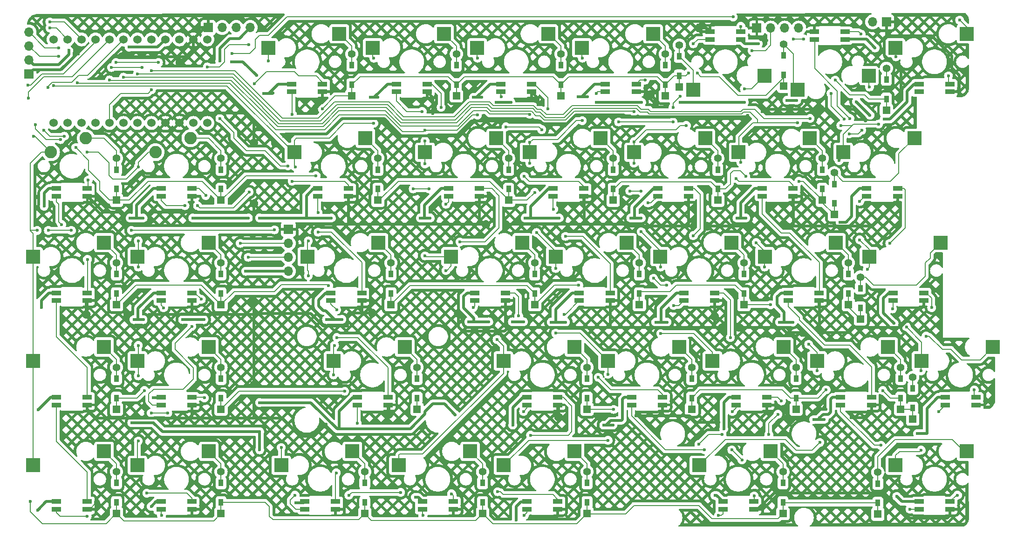
<source format=gbr>
%TF.GenerationSoftware,KiCad,Pcbnew,8.0.8*%
%TF.CreationDate,2025-04-15T16:35:59+09:00*%
%TF.ProjectId,sswkbd_left,7373776b-6264-45f6-9c65-66742e6b6963,rev?*%
%TF.SameCoordinates,Original*%
%TF.FileFunction,Copper,L2,Bot*%
%TF.FilePolarity,Positive*%
%FSLAX46Y46*%
G04 Gerber Fmt 4.6, Leading zero omitted, Abs format (unit mm)*
G04 Created by KiCad (PCBNEW 8.0.8) date 2025-04-15 16:35:59*
%MOMM*%
%LPD*%
G01*
G04 APERTURE LIST*
%TA.AperFunction,ComponentPad*%
%ADD10R,1.397000X1.397000*%
%TD*%
%TA.AperFunction,SMDPad,CuDef*%
%ADD11R,0.950000X1.300000*%
%TD*%
%TA.AperFunction,ComponentPad*%
%ADD12C,1.397000*%
%TD*%
%TA.AperFunction,SMDPad,CuDef*%
%ADD13R,2.550000X2.500000*%
%TD*%
%TA.AperFunction,ComponentPad*%
%ADD14C,2.250000*%
%TD*%
%TA.AperFunction,ComponentPad*%
%ADD15R,1.700000X1.700000*%
%TD*%
%TA.AperFunction,ComponentPad*%
%ADD16O,1.700000X1.700000*%
%TD*%
%TA.AperFunction,ComponentPad*%
%ADD17C,1.524000*%
%TD*%
%TA.AperFunction,SMDPad,CuDef*%
%ADD18R,1.700000X0.825000*%
%TD*%
%TA.AperFunction,ViaPad*%
%ADD19C,0.600000*%
%TD*%
%TA.AperFunction,Conductor*%
%ADD20C,0.200000*%
%TD*%
%TA.AperFunction,Conductor*%
%ADD21C,0.500000*%
%TD*%
G04 APERTURE END LIST*
D10*
%TO.P,D67,1,K*%
%TO.N,row4*%
X86461999Y-156014950D03*
D11*
X86461999Y-153979950D03*
%TO.P,D67,2,A*%
%TO.N,Net-(D67-A)*%
X86461999Y-150429950D03*
D12*
X86461999Y-148394950D03*
%TD*%
D10*
%TO.P,D50,1,K*%
%TO.N,row3*%
X60336999Y-137014950D03*
D11*
X60336999Y-134979950D03*
%TO.P,D50,2,A*%
%TO.N,Net-(D50-A)*%
X60336999Y-131429950D03*
D12*
X60336999Y-129394950D03*
%TD*%
D13*
%TO.P,SW6,1,1*%
%TO.N,col6*%
X178076250Y-76300000D03*
%TO.P,SW6,2,2*%
%TO.N,Net-(D6-A)*%
X165149250Y-78840000D03*
%TD*%
D10*
%TO.P,D38,1,K*%
%TO.N,row2*%
X155361999Y-117989950D03*
D11*
X155361999Y-115954950D03*
%TO.P,D38,2,A*%
%TO.N,Net-(D38-A)*%
X155361999Y-112404950D03*
D12*
X155361999Y-110369950D03*
%TD*%
D10*
%TO.P,D52,1,K*%
%TO.N,row3*%
X126861999Y-137014950D03*
D11*
X126861999Y-134979950D03*
%TO.P,D52,2,A*%
%TO.N,Net-(D52-A)*%
X126861999Y-131429950D03*
D12*
X126861999Y-129394950D03*
%TD*%
D10*
%TO.P,D39,1,K*%
%TO.N,row2*%
X174361999Y-117989950D03*
D11*
X174361999Y-115954950D03*
%TO.P,D39,2,A*%
%TO.N,Net-(D39-A)*%
X174361999Y-112404950D03*
D12*
X174361999Y-110369950D03*
%TD*%
D13*
%TO.P,SW50,1,1*%
%TO.N,col1*%
X45155750Y-128220000D03*
%TO.P,SW50,2,2*%
%TO.N,Net-(D50-A)*%
X58082750Y-125680000D03*
%TD*%
D10*
%TO.P,D4,1,K*%
%TO.N,row0*%
X141111999Y-79964950D03*
D11*
X141111999Y-77929950D03*
%TO.P,D4,2,A*%
%TO.N,Net-(D4-A)*%
X141111999Y-74379950D03*
D12*
X141111999Y-72344950D03*
%TD*%
D13*
%TO.P,SW2,1,1*%
%TO.N,col2*%
X87905750Y-71220000D03*
%TO.P,SW2,2,2*%
%TO.N,Net-(D2-A)*%
X100832750Y-68680000D03*
%TD*%
%TO.P,SW22,1,1*%
%TO.N,col6*%
X154405750Y-90220000D03*
%TO.P,SW22,2,2*%
%TO.N,Net-(D22-A)*%
X167332750Y-87680000D03*
%TD*%
%TO.P,SW53,1,1*%
%TO.N,col4*%
X130655750Y-128220000D03*
%TO.P,SW53,2,2*%
%TO.N,Net-(D53-A)*%
X143582750Y-125680000D03*
%TD*%
%TO.P,SW66,1,1*%
%TO.N,col1*%
X45155750Y-147220000D03*
%TO.P,SW66,2,2*%
%TO.N,Net-(D66-A)*%
X58082750Y-144680000D03*
%TD*%
D10*
%TO.P,D1,1,K*%
%TO.N,row0*%
X84111999Y-79964950D03*
D11*
X84111999Y-77929950D03*
%TO.P,D1,2,A*%
%TO.N,Net-(D1-A)*%
X84111999Y-74379950D03*
D12*
X84111999Y-72344950D03*
%TD*%
D13*
%TO.P,SW18,1,1*%
%TO.N,col2*%
X73655750Y-90220000D03*
%TO.P,SW18,2,2*%
%TO.N,Net-(D18-A)*%
X86582750Y-87680000D03*
%TD*%
D10*
%TO.P,D51,1,K*%
%TO.N,row3*%
X95961999Y-137014950D03*
D11*
X95961999Y-134979950D03*
%TO.P,D51,2,A*%
%TO.N,Net-(D51-A)*%
X95961999Y-131429950D03*
D12*
X95961999Y-129394950D03*
%TD*%
D13*
%TO.P,SW67,1,1*%
%TO.N,col2*%
X71280750Y-147220000D03*
%TO.P,SW67,2,2*%
%TO.N,Net-(D67-A)*%
X84207750Y-144680000D03*
%TD*%
D10*
%TO.P,D3,1,K*%
%TO.N,row0*%
X122111999Y-79964950D03*
D11*
X122111999Y-77929950D03*
%TO.P,D3,2,A*%
%TO.N,Net-(D3-A)*%
X122111999Y-74379950D03*
D12*
X122111999Y-72344950D03*
%TD*%
D13*
%TO.P,SW70,1,1*%
%TO.N,col6*%
X147255750Y-147220000D03*
%TO.P,SW70,2,2*%
%TO.N,Net-(D70-A)*%
X160182750Y-144680000D03*
%TD*%
%TO.P,SW68,1,1*%
%TO.N,col3*%
X92655750Y-147220000D03*
%TO.P,SW68,2,2*%
%TO.N,Net-(D68-A)*%
X105582750Y-144680000D03*
%TD*%
%TO.P,SW23,1,1*%
%TO.N,col7*%
X173405750Y-90220000D03*
%TO.P,SW23,2,2*%
%TO.N,Net-(D23-A)*%
X186332750Y-87680000D03*
%TD*%
D10*
%TO.P,D23,1,K*%
%TO.N,row1*%
X171795000Y-101590000D03*
D11*
X171795000Y-99555000D03*
%TO.P,D23,2,A*%
%TO.N,Net-(D23-A)*%
X171795000Y-96005000D03*
D12*
X171795000Y-93970000D03*
%TD*%
D10*
%TO.P,D33,1,K*%
%TO.N,row2*%
X41336999Y-117989950D03*
D11*
X41336999Y-115954950D03*
%TO.P,D33,2,A*%
%TO.N,Net-(D33-A)*%
X41336999Y-112404950D03*
D12*
X41336999Y-110369950D03*
%TD*%
D10*
%TO.P,D65,1,K*%
%TO.N,row4*%
X41336999Y-156014950D03*
D11*
X41336999Y-153979950D03*
%TO.P,D65,2,A*%
%TO.N,Net-(D65-A)*%
X41336999Y-150429950D03*
D12*
X41336999Y-148394950D03*
%TD*%
D10*
%TO.P,D70,1,K*%
%TO.N,row4*%
X162461999Y-156014950D03*
D11*
X162461999Y-153979950D03*
%TO.P,D70,2,A*%
%TO.N,Net-(D70-A)*%
X162461999Y-150429950D03*
D12*
X162461999Y-148394950D03*
%TD*%
D14*
%TO.P,SW16,1,1*%
%TO.N,col0*%
X29430750Y-90220000D03*
%TO.P,SW16,2,2*%
%TO.N,Net-(D16-A)*%
X35780750Y-87680000D03*
%TD*%
D13*
%TO.P,SW65,1,1*%
%TO.N,col0*%
X26155750Y-147220000D03*
%TO.P,SW65,2,2*%
%TO.N,Net-(D65-A)*%
X39082750Y-144680000D03*
%TD*%
D15*
%TO.P,SW80,1,1*%
%TO.N,GND*%
X181275000Y-66500000D03*
D16*
%TO.P,SW80,2,2*%
%TO.N,RST*%
X178735000Y-66500000D03*
%TD*%
D10*
%TO.P,D6,1,K*%
%TO.N,row0*%
X162600000Y-78210000D03*
D11*
X162600000Y-76175000D03*
%TO.P,D6,2,A*%
%TO.N,Net-(D6-A)*%
X162600000Y-72625000D03*
D12*
X162600000Y-70590000D03*
%TD*%
D15*
%TO.P,USB_PRO_MICRO1,1,Pin_1*%
%TO.N,GND*%
X72567800Y-104267000D03*
D16*
%TO.P,USB_PRO_MICRO1,2,Pin_2*%
%TO.N,USB_D+*%
X72567800Y-106807000D03*
%TO.P,USB_PRO_MICRO1,3,Pin_3*%
%TO.N,USB_D-*%
X72567800Y-109347000D03*
%TO.P,USB_PRO_MICRO1,4,Pin_4*%
%TO.N,USB_VCC*%
X72567800Y-111887000D03*
%TD*%
D10*
%TO.P,D36,1,K*%
%TO.N,row2*%
X117361999Y-117989950D03*
D11*
X117361999Y-115954950D03*
%TO.P,D36,2,A*%
%TO.N,Net-(D36-A)*%
X117361999Y-112404950D03*
D12*
X117361999Y-110369950D03*
%TD*%
D13*
%TO.P,SW38,1,1*%
%TO.N,col5*%
X140155750Y-109220000D03*
%TO.P,SW38,2,2*%
%TO.N,Net-(D38-A)*%
X153082750Y-106680000D03*
%TD*%
%TO.P,SW69,1,1*%
%TO.N,col4*%
X111655750Y-147220000D03*
%TO.P,SW69,2,2*%
%TO.N,Net-(D69-A)*%
X124582750Y-144680000D03*
%TD*%
D10*
%TO.P,D69,1,K*%
%TO.N,row4*%
X126861999Y-156014950D03*
D11*
X126861999Y-153979950D03*
%TO.P,D69,2,A*%
%TO.N,Net-(D69-A)*%
X126861999Y-150429950D03*
D12*
X126861999Y-148394950D03*
%TD*%
D13*
%TO.P,SW51,1,1*%
%TO.N,col2*%
X80780750Y-128220000D03*
%TO.P,SW51,2,2*%
%TO.N,Net-(D51-A)*%
X93707750Y-125680000D03*
%TD*%
D10*
%TO.P,D20,1,K*%
%TO.N,row1*%
X131611999Y-98964950D03*
D11*
X131611999Y-96929950D03*
%TO.P,D20,2,A*%
%TO.N,Net-(D20-A)*%
X131611999Y-93379950D03*
D12*
X131611999Y-91344950D03*
%TD*%
D13*
%TO.P,SW49,1,1*%
%TO.N,col0*%
X26155750Y-128220000D03*
%TO.P,SW49,2,2*%
%TO.N,Net-(D49-A)*%
X39082750Y-125680000D03*
%TD*%
%TO.P,SW56,1,1*%
%TO.N,col7*%
X187655750Y-128220000D03*
%TO.P,SW56,2,2*%
%TO.N,Net-(D56-A)*%
X200582750Y-125680000D03*
%TD*%
%TO.P,SW7,1,1*%
%TO.N,col7*%
X182905750Y-71220000D03*
%TO.P,SW7,2,2*%
%TO.N,Net-(D7-A)*%
X195832750Y-68680000D03*
%TD*%
%TO.P,SW39,1,1*%
%TO.N,col6*%
X159155750Y-109220000D03*
%TO.P,SW39,2,2*%
%TO.N,Net-(D39-A)*%
X172082750Y-106680000D03*
%TD*%
%TO.P,SW4,1,1*%
%TO.N,col4*%
X125905750Y-71220000D03*
%TO.P,SW4,2,2*%
%TO.N,Net-(D4-A)*%
X138832750Y-68680000D03*
%TD*%
D10*
%TO.P,D22,1,K*%
%TO.N,row1*%
X169611999Y-98964950D03*
D11*
X169611999Y-96929950D03*
%TO.P,D22,2,A*%
%TO.N,Net-(D22-A)*%
X169611999Y-93379950D03*
D12*
X169611999Y-91344950D03*
%TD*%
D10*
%TO.P,D16,1,K*%
%TO.N,row1*%
X41336999Y-98964950D03*
D11*
X41336999Y-96929950D03*
%TO.P,D16,2,A*%
%TO.N,Net-(D16-A)*%
X41336999Y-93379950D03*
D12*
X41336999Y-91344950D03*
%TD*%
D14*
%TO.P,SW17,1,1*%
%TO.N,col1*%
X48430750Y-90220000D03*
%TO.P,SW17,2,2*%
%TO.N,Net-(D17-A)*%
X54780750Y-87680000D03*
%TD*%
D10*
%TO.P,D49,1,K*%
%TO.N,row3*%
X41336999Y-137014950D03*
D11*
X41336999Y-134979950D03*
%TO.P,D49,2,A*%
%TO.N,Net-(D49-A)*%
X41336999Y-131429950D03*
D12*
X41336999Y-129394950D03*
%TD*%
D10*
%TO.P,D53,1,K*%
%TO.N,row3*%
X145861999Y-137014950D03*
D11*
X145861999Y-134979950D03*
%TO.P,D53,2,A*%
%TO.N,Net-(D53-A)*%
X145861999Y-131429950D03*
D12*
X145861999Y-129394950D03*
%TD*%
D10*
%TO.P,D7,1,K*%
%TO.N,row0*%
X181255000Y-82565000D03*
D11*
X181255000Y-80530000D03*
%TO.P,D7,2,A*%
%TO.N,Net-(D7-A)*%
X181255000Y-76980000D03*
D12*
X181255000Y-74945000D03*
%TD*%
D10*
%TO.P,D37,1,K*%
%TO.N,row2*%
X136361999Y-117989950D03*
D11*
X136361999Y-115954950D03*
%TO.P,D37,2,A*%
%TO.N,Net-(D37-A)*%
X136361999Y-112404950D03*
D12*
X136361999Y-110369950D03*
%TD*%
D13*
%TO.P,SW19,1,1*%
%TO.N,col3*%
X97405750Y-90220000D03*
%TO.P,SW19,2,2*%
%TO.N,Net-(D19-A)*%
X110332750Y-87680000D03*
%TD*%
%TO.P,SW36,1,1*%
%TO.N,col3*%
X102155750Y-109220000D03*
%TO.P,SW36,2,2*%
%TO.N,Net-(D36-A)*%
X115082750Y-106680000D03*
%TD*%
D15*
%TO.P,USB_main1,1,Pin_1*%
%TO.N,GND*%
X58017750Y-67535000D03*
D16*
%TO.P,USB_main1,2,Pin_2*%
%TO.N,USB_D+*%
X60557750Y-67535000D03*
%TO.P,USB_main1,3,Pin_3*%
%TO.N,USB_D-*%
X63097750Y-67535000D03*
%TO.P,USB_main1,4,Pin_4*%
%TO.N,USB_VCC*%
X65637750Y-67535000D03*
%TD*%
D13*
%TO.P,SW55,1,1*%
%TO.N,col6*%
X168655750Y-128220000D03*
%TO.P,SW55,2,2*%
%TO.N,Net-(D55-A)*%
X181582750Y-125680000D03*
%TD*%
D10*
%TO.P,D56,1,K*%
%TO.N,row3*%
X186040000Y-138830000D03*
D11*
X186040000Y-136795000D03*
%TO.P,D56,2,A*%
%TO.N,Net-(D56-A)*%
X186040000Y-133245000D03*
D12*
X186040000Y-131210000D03*
%TD*%
D15*
%TO.P,J2,1,Pin_1*%
%TO.N,GND*%
X157706250Y-67635000D03*
D16*
%TO.P,J2,2,Pin_2*%
%TO.N,SPLIT_L*%
X160246250Y-67635000D03*
%TO.P,J2,3,Pin_3*%
%TO.N,unconnected-(J2-Pin_3-Pad3)*%
X162786250Y-67635000D03*
%TO.P,J2,4,Pin_4*%
%TO.N,VCC*%
X165326250Y-67635000D03*
%TD*%
D15*
%TO.P,J1,1,Pin_1*%
%TO.N,GND*%
X25450750Y-75962370D03*
D16*
%TO.P,J1,2,Pin_2*%
%TO.N,VCC*%
X25450750Y-73422370D03*
%TO.P,J1,3,Pin_3*%
%TO.N,OLED_SCL*%
X25450750Y-70882370D03*
%TO.P,J1,4,Pin_4*%
%TO.N,OLED_SDA*%
X25450750Y-68342370D03*
%TD*%
D10*
%TO.P,D5,1,K*%
%TO.N,row0*%
X143637000Y-78356000D03*
D11*
X143637000Y-76321000D03*
%TO.P,D5,2,A*%
%TO.N,Net-(D5-A)*%
X143637000Y-72771000D03*
D12*
X143637000Y-70736000D03*
%TD*%
D10*
%TO.P,D35,1,K*%
%TO.N,row2*%
X91211999Y-117989950D03*
D11*
X91211999Y-115954950D03*
%TO.P,D35,2,A*%
%TO.N,Net-(D35-A)*%
X91211999Y-112404950D03*
D12*
X91211999Y-110369950D03*
%TD*%
D10*
%TO.P,D21,1,K*%
%TO.N,row1*%
X150611999Y-98964950D03*
D11*
X150611999Y-96929950D03*
%TO.P,D21,2,A*%
%TO.N,Net-(D21-A)*%
X150611999Y-93379950D03*
D12*
X150611999Y-91344950D03*
%TD*%
D13*
%TO.P,SW5,1,1*%
%TO.N,col5*%
X159076250Y-76300000D03*
%TO.P,SW5,2,2*%
%TO.N,Net-(D5-A)*%
X146149250Y-78840000D03*
%TD*%
%TO.P,SW52,1,1*%
%TO.N,col3*%
X111655750Y-128220000D03*
%TO.P,SW52,2,2*%
%TO.N,Net-(D52-A)*%
X124582750Y-125680000D03*
%TD*%
D10*
%TO.P,D18,1,K*%
%TO.N,row1*%
X88836999Y-98964950D03*
D11*
X88836999Y-96929950D03*
%TO.P,D18,2,A*%
%TO.N,Net-(D18-A)*%
X88836999Y-93379950D03*
D12*
X88836999Y-91344950D03*
%TD*%
D13*
%TO.P,SW54,1,1*%
%TO.N,col5*%
X149655750Y-128220000D03*
%TO.P,SW54,2,2*%
%TO.N,Net-(D54-A)*%
X162582750Y-125680000D03*
%TD*%
%TO.P,SW33,1,1*%
%TO.N,col0*%
X26155750Y-109220000D03*
%TO.P,SW33,2,2*%
%TO.N,Net-(D33-A)*%
X39082750Y-106680000D03*
%TD*%
%TO.P,SW37,1,1*%
%TO.N,col4*%
X121155750Y-109220000D03*
%TO.P,SW37,2,2*%
%TO.N,Net-(D37-A)*%
X134082750Y-106680000D03*
%TD*%
%TO.P,SW1,1,1*%
%TO.N,col0*%
X68905750Y-71220000D03*
%TO.P,SW1,2,2*%
%TO.N,Net-(D1-A)*%
X81832750Y-68680000D03*
%TD*%
D10*
%TO.P,D55,1,K*%
%TO.N,row3*%
X183861999Y-137014950D03*
D11*
X183861999Y-134979950D03*
%TO.P,D55,2,A*%
%TO.N,Net-(D55-A)*%
X183861999Y-131429950D03*
D12*
X183861999Y-129394950D03*
%TD*%
D10*
%TO.P,D54,1,K*%
%TO.N,row3*%
X164861999Y-137014950D03*
D11*
X164861999Y-134979950D03*
%TO.P,D54,2,A*%
%TO.N,Net-(D54-A)*%
X164861999Y-131429950D03*
D12*
X164861999Y-129394950D03*
%TD*%
D13*
%TO.P,SW71,1,1*%
%TO.N,col7*%
X182905750Y-147220000D03*
%TO.P,SW71,2,2*%
%TO.N,Net-(D71-A)*%
X195832750Y-144680000D03*
%TD*%
%TO.P,SW21,1,1*%
%TO.N,col5*%
X135405750Y-90220000D03*
%TO.P,SW21,2,2*%
%TO.N,Net-(D21-A)*%
X148332750Y-87680000D03*
%TD*%
D10*
%TO.P,D2,1,K*%
%TO.N,row0*%
X103111999Y-79964950D03*
D11*
X103111999Y-77929950D03*
%TO.P,D2,2,A*%
%TO.N,Net-(D2-A)*%
X103111999Y-74379950D03*
D12*
X103111999Y-72344950D03*
%TD*%
D13*
%TO.P,SW40,1,1*%
%TO.N,col7*%
X178155750Y-109220000D03*
%TO.P,SW40,2,2*%
%TO.N,Net-(D40-A)*%
X191082750Y-106680000D03*
%TD*%
%TO.P,SW20,1,1*%
%TO.N,col4*%
X116405750Y-90220000D03*
%TO.P,SW20,2,2*%
%TO.N,Net-(D20-A)*%
X129332750Y-87680000D03*
%TD*%
%TO.P,SW35,1,1*%
%TO.N,col2*%
X76030750Y-109220000D03*
%TO.P,SW35,2,2*%
%TO.N,Net-(D35-A)*%
X88957750Y-106680000D03*
%TD*%
D17*
%TO.P,U1,1,TX0/D3*%
%TO.N,SPLIT_L*%
X57847000Y-84908600D03*
%TO.P,U1,2,RX1/D2*%
%TO.N,LED_L*%
X55307000Y-84908600D03*
%TO.P,U1,3,GND*%
%TO.N,GND*%
X52767000Y-84908600D03*
%TO.P,U1,4,GND*%
X50227000Y-84908600D03*
%TO.P,U1,5,2/D1/SDA*%
%TO.N,OLED_SDA*%
X47687000Y-84908600D03*
%TO.P,U1,6,3/D0/SCL*%
%TO.N,OLED_SCL*%
X45147000Y-84908600D03*
%TO.P,U1,7,4/D4*%
%TO.N,col8*%
X42607000Y-84908600D03*
%TO.P,U1,8,5/C6*%
%TO.N,col7*%
X40067000Y-84908600D03*
%TO.P,U1,9,6/D7*%
%TO.N,col6*%
X37527000Y-84908600D03*
%TO.P,U1,10,7/E6*%
%TO.N,col5*%
X34987000Y-84908600D03*
%TO.P,U1,11,8/B4*%
%TO.N,col4*%
X32447000Y-84908600D03*
%TO.P,U1,12,9/B5*%
%TO.N,col3*%
X29907000Y-84908600D03*
%TO.P,U1,13,B6/10*%
%TO.N,col2*%
X29907000Y-69688600D03*
%TO.P,U1,14,B2/16*%
%TO.N,col1*%
X32447000Y-69688600D03*
%TO.P,U1,15,B3/14*%
%TO.N,col0*%
X34987000Y-69688600D03*
%TO.P,U1,16,B1/15*%
%TO.N,row4*%
X37527000Y-69688600D03*
%TO.P,U1,17,F7/A0*%
%TO.N,row3*%
X40067000Y-69688600D03*
%TO.P,U1,18,F6/A1*%
%TO.N,row2*%
X42607000Y-69688600D03*
%TO.P,U1,19,F5/A2*%
%TO.N,row1*%
X45147000Y-69688600D03*
%TO.P,U1,20,F4/A3*%
%TO.N,row0*%
X47687000Y-69688600D03*
%TO.P,U1,21,VCC*%
%TO.N,VCC*%
X50227000Y-69688600D03*
%TO.P,U1,22,RST*%
%TO.N,RST*%
X52767000Y-69688600D03*
%TO.P,U1,23,GND*%
%TO.N,GND*%
X55307000Y-69688600D03*
%TO.P,U1,24,RAW*%
%TO.N,unconnected-(U1-RAW-Pad24)*%
X57847000Y-69688600D03*
%TD*%
D13*
%TO.P,SW34,1,1*%
%TO.N,col1*%
X45155750Y-109220000D03*
%TO.P,SW34,2,2*%
%TO.N,Net-(D34-A)*%
X58082750Y-106680000D03*
%TD*%
D10*
%TO.P,D34,1,K*%
%TO.N,row2*%
X60336999Y-117989950D03*
D11*
X60336999Y-115954950D03*
%TO.P,D34,2,A*%
%TO.N,Net-(D34-A)*%
X60336999Y-112404950D03*
D12*
X60336999Y-110369950D03*
%TD*%
D10*
%TO.P,D71,1,K*%
%TO.N,row4*%
X179695000Y-156115000D03*
D11*
X179695000Y-154080000D03*
%TO.P,D71,2,A*%
%TO.N,Net-(D71-A)*%
X179695000Y-150530000D03*
D12*
X179695000Y-148495000D03*
%TD*%
D13*
%TO.P,SW3,1,1*%
%TO.N,col3*%
X106905750Y-71220000D03*
%TO.P,SW3,2,2*%
%TO.N,Net-(D3-A)*%
X119832750Y-68680000D03*
%TD*%
D10*
%TO.P,D68,1,K*%
%TO.N,row4*%
X107861999Y-156014950D03*
D11*
X107861999Y-153979950D03*
%TO.P,D68,2,A*%
%TO.N,Net-(D68-A)*%
X107861999Y-150429950D03*
D12*
X107861999Y-148394950D03*
%TD*%
D10*
%TO.P,D19,1,K*%
%TO.N,row1*%
X112611999Y-98964950D03*
D11*
X112611999Y-96929950D03*
%TO.P,D19,2,A*%
%TO.N,Net-(D19-A)*%
X112611999Y-93379950D03*
D12*
X112611999Y-91344950D03*
%TD*%
D10*
%TO.P,D17,1,K*%
%TO.N,row1*%
X60336999Y-98964950D03*
D11*
X60336999Y-96929950D03*
%TO.P,D17,2,A*%
%TO.N,Net-(D17-A)*%
X60336999Y-93379950D03*
D12*
X60336999Y-91344950D03*
%TD*%
D10*
%TO.P,D40,1,K*%
%TO.N,row2*%
X176525000Y-120560000D03*
D11*
X176525000Y-118525000D03*
%TO.P,D40,2,A*%
%TO.N,Net-(D40-A)*%
X176525000Y-114975000D03*
D12*
X176525000Y-112940000D03*
%TD*%
D18*
%TO.P,LED3,1,VDD*%
%TO.N,VCC*%
X30440750Y-134822999D03*
%TO.P,LED3,2,DOUT*%
%TO.N,Net-(LED3-DOUT)*%
X30440750Y-136223000D03*
%TO.P,LED3,3,VSS*%
%TO.N,GND*%
X36040750Y-136223001D03*
%TO.P,LED3,4,DIN*%
%TO.N,Net-(LED2-DOUT)*%
X36040750Y-134823000D03*
%TD*%
%TO.P,LED27,1,VDD*%
%TO.N,VCC*%
X144440750Y-115822999D03*
%TO.P,LED27,2,DOUT*%
%TO.N,Net-(LED26-DIN)*%
X144440750Y-117223000D03*
%TO.P,LED27,3,VSS*%
%TO.N,GND*%
X150040750Y-117223001D03*
%TO.P,LED27,4,DIN*%
%TO.N,Net-(LED25-DOUT)*%
X150040750Y-115823000D03*
%TD*%
%TO.P,LED7,1,VDD*%
%TO.N,VCC*%
X49440750Y-115822999D03*
%TO.P,LED7,2,DOUT*%
%TO.N,Net-(LED7-DOUT)*%
X49440750Y-117223000D03*
%TO.P,LED7,3,VSS*%
%TO.N,GND*%
X55040750Y-117223001D03*
%TO.P,LED7,4,DIN*%
%TO.N,Net-(LED6-DOUT)*%
X55040750Y-115823000D03*
%TD*%
%TO.P,LED32,1,VDD*%
%TO.N,VCC*%
X172940750Y-134822999D03*
%TO.P,LED32,2,DOUT*%
%TO.N,Net-(LED32-DOUT)*%
X172940750Y-136223000D03*
%TO.P,LED32,3,VSS*%
%TO.N,GND*%
X178540750Y-136223001D03*
%TO.P,LED32,4,DIN*%
%TO.N,Net-(LED31-DOUT)*%
X178540750Y-134823000D03*
%TD*%
%TO.P,LED38,1,VDD*%
%TO.N,VCC*%
X187190750Y-77822999D03*
%TO.P,LED38,2,DOUT*%
%TO.N,unconnected-(LED38-DOUT-Pad2)*%
X187190750Y-79223000D03*
%TO.P,LED38,3,VSS*%
%TO.N,GND*%
X192790750Y-79223001D03*
%TO.P,LED38,4,DIN*%
%TO.N,Net-(LED37-DOUT)*%
X192790750Y-77823000D03*
%TD*%
%TO.P,LED13,1,VDD*%
%TO.N,VCC*%
X75565750Y-153822999D03*
%TO.P,LED13,2,DOUT*%
%TO.N,Net-(LED13-DOUT)*%
X75565750Y-155223000D03*
%TO.P,LED13,3,VSS*%
%TO.N,GND*%
X81165750Y-155223001D03*
%TO.P,LED13,4,DIN*%
%TO.N,Net-(LED12-DOUT)*%
X81165750Y-153823000D03*
%TD*%
%TO.P,LED30,1,VDD*%
%TO.N,VCC*%
X158690750Y-96822999D03*
%TO.P,LED30,2,DOUT*%
%TO.N,Net-(LED30-DOUT)*%
X158690750Y-98223000D03*
%TO.P,LED30,3,VSS*%
%TO.N,GND*%
X164290750Y-98223001D03*
%TO.P,LED30,4,DIN*%
%TO.N,Net-(LED29-DOUT)*%
X164290750Y-96823000D03*
%TD*%
%TO.P,LED28,1,VDD*%
%TO.N,VCC*%
X130190750Y-77822999D03*
%TO.P,LED28,2,DOUT*%
%TO.N,Net-(LED28-DOUT)*%
X130190750Y-79223000D03*
%TO.P,LED28,3,VSS*%
%TO.N,GND*%
X135790750Y-79223001D03*
%TO.P,LED28,4,DIN*%
%TO.N,Net-(LED26-DOUT)*%
X135790750Y-77823000D03*
%TD*%
%TO.P,LED35,1,VDD*%
%TO.N,VCC*%
X177690750Y-96822999D03*
%TO.P,LED35,2,DOUT*%
%TO.N,Net-(LED35-DOUT)*%
X177690750Y-98223000D03*
%TO.P,LED35,3,VSS*%
%TO.N,GND*%
X183290750Y-98223001D03*
%TO.P,LED35,4,DIN*%
%TO.N,Net-(LED35-DIN)*%
X183290750Y-96823000D03*
%TD*%
%TO.P,LED29,1,VDD*%
%TO.N,VCC*%
X154791250Y-69697001D03*
%TO.P,LED29,2,DOUT*%
%TO.N,Net-(LED29-DOUT)*%
X154791250Y-68297000D03*
%TO.P,LED29,3,VSS*%
%TO.N,GND*%
X149191250Y-68296999D03*
%TO.P,LED29,4,DIN*%
%TO.N,Net-(LED28-DOUT)*%
X149191250Y-69697000D03*
%TD*%
%TO.P,LED11,1,VDD*%
%TO.N,VCC*%
X80315750Y-115822999D03*
%TO.P,LED11,2,DOUT*%
%TO.N,Net-(LED11-DOUT)*%
X80315750Y-117223000D03*
%TO.P,LED11,3,VSS*%
%TO.N,GND*%
X85915750Y-117223001D03*
%TO.P,LED11,4,DIN*%
%TO.N,Net-(LED10-DOUT)*%
X85915750Y-115823000D03*
%TD*%
%TO.P,LED37,1,VDD*%
%TO.N,VCC*%
X173791250Y-69697001D03*
%TO.P,LED37,2,DOUT*%
%TO.N,Net-(LED37-DOUT)*%
X173791250Y-68297000D03*
%TO.P,LED37,3,VSS*%
%TO.N,GND*%
X168191250Y-68296999D03*
%TO.P,LED37,4,DIN*%
%TO.N,Net-(LED35-DOUT)*%
X168191250Y-69697000D03*
%TD*%
%TO.P,LED14,1,VDD*%
%TO.N,VCC*%
X96940750Y-153822999D03*
%TO.P,LED14,2,DOUT*%
%TO.N,Net-(LED14-DOUT)*%
X96940750Y-155223000D03*
%TO.P,LED14,3,VSS*%
%TO.N,GND*%
X102540750Y-155223001D03*
%TO.P,LED14,4,DIN*%
%TO.N,Net-(LED13-DOUT)*%
X102540750Y-153823000D03*
%TD*%
%TO.P,LED1,1,VDD*%
%TO.N,VCC*%
X30440750Y-96822999D03*
%TO.P,LED1,2,DOUT*%
%TO.N,Net-(LED1-DOUT)*%
X30440750Y-98223000D03*
%TO.P,LED1,3,VSS*%
%TO.N,GND*%
X36040750Y-98223001D03*
%TO.P,LED1,4,DIN*%
%TO.N,LED_L*%
X36040750Y-96823000D03*
%TD*%
%TO.P,LED18,1,VDD*%
%TO.N,VCC*%
X101690750Y-96822999D03*
%TO.P,LED18,2,DOUT*%
%TO.N,Net-(LED18-DOUT)*%
X101690750Y-98223000D03*
%TO.P,LED18,3,VSS*%
%TO.N,GND*%
X107290750Y-98223001D03*
%TO.P,LED18,4,DIN*%
%TO.N,Net-(LED17-DOUT)*%
X107290750Y-96823000D03*
%TD*%
%TO.P,LED24,1,VDD*%
%TO.N,VCC*%
X151540750Y-153822999D03*
%TO.P,LED24,2,DOUT*%
%TO.N,Net-(LED24-DOUT)*%
X151540750Y-155223000D03*
%TO.P,LED24,3,VSS*%
%TO.N,GND*%
X157140750Y-155223001D03*
%TO.P,LED24,4,DIN*%
%TO.N,Net-(LED23-DOUT)*%
X157140750Y-153823000D03*
%TD*%
%TO.P,LED2,1,VDD*%
%TO.N,VCC*%
X30440750Y-115822999D03*
%TO.P,LED2,2,DOUT*%
%TO.N,Net-(LED2-DOUT)*%
X30440750Y-117223000D03*
%TO.P,LED2,3,VSS*%
%TO.N,GND*%
X36040750Y-117223001D03*
%TO.P,LED2,4,DIN*%
%TO.N,Net-(LED1-DOUT)*%
X36040750Y-115823000D03*
%TD*%
%TO.P,LED20,1,VDD*%
%TO.N,VCC*%
X111190750Y-77822999D03*
%TO.P,LED20,2,DOUT*%
%TO.N,Net-(LED20-DOUT)*%
X111190750Y-79223000D03*
%TO.P,LED20,3,VSS*%
%TO.N,GND*%
X116790750Y-79223001D03*
%TO.P,LED20,4,DIN*%
%TO.N,Net-(LED19-DOUT)*%
X116790750Y-77823000D03*
%TD*%
%TO.P,LED19,1,VDD*%
%TO.N,VCC*%
X92190750Y-77822999D03*
%TO.P,LED19,2,DOUT*%
%TO.N,Net-(LED19-DOUT)*%
X92190750Y-79223000D03*
%TO.P,LED19,3,VSS*%
%TO.N,GND*%
X97790750Y-79223001D03*
%TO.P,LED19,4,DIN*%
%TO.N,Net-(LED18-DOUT)*%
X97790750Y-77823000D03*
%TD*%
%TO.P,LED33,1,VDD*%
%TO.N,VCC*%
X187190750Y-153822999D03*
%TO.P,LED33,2,DOUT*%
%TO.N,Net-(LED33-DOUT)*%
X187190750Y-155223000D03*
%TO.P,LED33,3,VSS*%
%TO.N,GND*%
X192790750Y-155223001D03*
%TO.P,LED33,4,DIN*%
%TO.N,Net-(LED32-DOUT)*%
X192790750Y-153823000D03*
%TD*%
%TO.P,LED22,1,VDD*%
%TO.N,VCC*%
X125440750Y-115822999D03*
%TO.P,LED22,2,DOUT*%
%TO.N,Net-(LED22-DOUT)*%
X125440750Y-117223000D03*
%TO.P,LED22,3,VSS*%
%TO.N,GND*%
X131040750Y-117223001D03*
%TO.P,LED22,4,DIN*%
%TO.N,Net-(LED21-DOUT)*%
X131040750Y-115823000D03*
%TD*%
D10*
%TO.P,D66,1,K*%
%TO.N,row4*%
X60336999Y-156014950D03*
D11*
X60336999Y-153979950D03*
%TO.P,D66,2,A*%
%TO.N,Net-(D66-A)*%
X60336999Y-150429950D03*
D12*
X60336999Y-148394950D03*
%TD*%
D18*
%TO.P,LED23,1,VDD*%
%TO.N,VCC*%
X134940750Y-134822999D03*
%TO.P,LED23,2,DOUT*%
%TO.N,Net-(LED23-DOUT)*%
X134940750Y-136223000D03*
%TO.P,LED23,3,VSS*%
%TO.N,GND*%
X140540750Y-136223001D03*
%TO.P,LED23,4,DIN*%
%TO.N,Net-(LED22-DOUT)*%
X140540750Y-134823000D03*
%TD*%
%TO.P,LED4,1,VDD*%
%TO.N,VCC*%
X30440750Y-153822999D03*
%TO.P,LED4,2,DOUT*%
%TO.N,Net-(LED4-DOUT)*%
X30440750Y-155223000D03*
%TO.P,LED4,3,VSS*%
%TO.N,GND*%
X36040750Y-155223001D03*
%TO.P,LED4,4,DIN*%
%TO.N,Net-(LED3-DOUT)*%
X36040750Y-153823000D03*
%TD*%
%TO.P,LED21,1,VDD*%
%TO.N,VCC*%
X120690750Y-96822999D03*
%TO.P,LED21,2,DOUT*%
%TO.N,Net-(LED21-DOUT)*%
X120690750Y-98223000D03*
%TO.P,LED21,3,VSS*%
%TO.N,GND*%
X126290750Y-98223001D03*
%TO.P,LED21,4,DIN*%
%TO.N,Net-(LED20-DOUT)*%
X126290750Y-96823000D03*
%TD*%
%TO.P,LED8,1,VDD*%
%TO.N,VCC*%
X49440750Y-96822999D03*
%TO.P,LED8,2,DOUT*%
%TO.N,Net-(LED8-DOUT)*%
X49440750Y-98223000D03*
%TO.P,LED8,3,VSS*%
%TO.N,GND*%
X55040750Y-98223001D03*
%TO.P,LED8,4,DIN*%
%TO.N,Net-(LED7-DOUT)*%
X55040750Y-96823000D03*
%TD*%
%TO.P,LED15,1,VDD*%
%TO.N,VCC*%
X115940750Y-153822999D03*
%TO.P,LED15,2,DOUT*%
%TO.N,Net-(LED15-DOUT)*%
X115940750Y-155223000D03*
%TO.P,LED15,3,VSS*%
%TO.N,GND*%
X121540750Y-155223001D03*
%TO.P,LED15,4,DIN*%
%TO.N,Net-(LED14-DOUT)*%
X121540750Y-153823000D03*
%TD*%
%TO.P,LED5,1,VDD*%
%TO.N,VCC*%
X49440750Y-153822999D03*
%TO.P,LED5,2,DOUT*%
%TO.N,Net-(LED5-DOUT)*%
X49440750Y-155223000D03*
%TO.P,LED5,3,VSS*%
%TO.N,GND*%
X55040750Y-155223001D03*
%TO.P,LED5,4,DIN*%
%TO.N,Net-(LED4-DOUT)*%
X55040750Y-153823000D03*
%TD*%
%TO.P,LED6,1,VDD*%
%TO.N,VCC*%
X49440750Y-134822999D03*
%TO.P,LED6,2,DOUT*%
%TO.N,Net-(LED6-DOUT)*%
X49440750Y-136223000D03*
%TO.P,LED6,3,VSS*%
%TO.N,GND*%
X55040750Y-136223001D03*
%TO.P,LED6,4,DIN*%
%TO.N,Net-(LED5-DOUT)*%
X55040750Y-134823000D03*
%TD*%
%TO.P,LED34,1,VDD*%
%TO.N,VCC*%
X191940750Y-134822999D03*
%TO.P,LED34,2,DOUT*%
%TO.N,Net-(LED34-DOUT)*%
X191940750Y-136223000D03*
%TO.P,LED34,3,VSS*%
%TO.N,GND*%
X197540750Y-136223001D03*
%TO.P,LED34,4,DIN*%
%TO.N,Net-(LED33-DOUT)*%
X197540750Y-134823000D03*
%TD*%
%TO.P,LED10,1,VDD*%
%TO.N,VCC*%
X77940750Y-96822999D03*
%TO.P,LED10,2,DOUT*%
%TO.N,Net-(LED10-DOUT)*%
X77940750Y-98223000D03*
%TO.P,LED10,3,VSS*%
%TO.N,GND*%
X83540750Y-98223001D03*
%TO.P,LED10,4,DIN*%
%TO.N,Net-(LED10-DIN)*%
X83540750Y-96823000D03*
%TD*%
%TO.P,LED17,1,VDD*%
%TO.N,VCC*%
X106440750Y-115822999D03*
%TO.P,LED17,2,DOUT*%
%TO.N,Net-(LED17-DOUT)*%
X106440750Y-117223000D03*
%TO.P,LED17,3,VSS*%
%TO.N,GND*%
X112040750Y-117223001D03*
%TO.P,LED17,4,DIN*%
%TO.N,Net-(LED16-DOUT)*%
X112040750Y-115823000D03*
%TD*%
%TO.P,LED31,1,VDD*%
%TO.N,VCC*%
X163440750Y-115822999D03*
%TO.P,LED31,2,DOUT*%
%TO.N,Net-(LED31-DOUT)*%
X163440750Y-117223000D03*
%TO.P,LED31,3,VSS*%
%TO.N,GND*%
X169040750Y-117223001D03*
%TO.P,LED31,4,DIN*%
%TO.N,Net-(LED30-DOUT)*%
X169040750Y-115823000D03*
%TD*%
%TO.P,LED36,1,VDD*%
%TO.N,VCC*%
X182440750Y-115822999D03*
%TO.P,LED36,2,DOUT*%
%TO.N,Net-(LED35-DIN)*%
X182440750Y-117223000D03*
%TO.P,LED36,3,VSS*%
%TO.N,GND*%
X188040750Y-117223001D03*
%TO.P,LED36,4,DIN*%
%TO.N,Net-(LED34-DOUT)*%
X188040750Y-115823000D03*
%TD*%
%TO.P,LED9,1,VDD*%
%TO.N,VCC*%
X73190750Y-77822999D03*
%TO.P,LED9,2,DOUT*%
%TO.N,Net-(LED10-DIN)*%
X73190750Y-79223000D03*
%TO.P,LED9,3,VSS*%
%TO.N,GND*%
X78790750Y-79223001D03*
%TO.P,LED9,4,DIN*%
%TO.N,Net-(LED8-DOUT)*%
X78790750Y-77823000D03*
%TD*%
%TO.P,LED26,1,VDD*%
%TO.N,VCC*%
X139690750Y-96822999D03*
%TO.P,LED26,2,DOUT*%
%TO.N,Net-(LED26-DOUT)*%
X139690750Y-98223000D03*
%TO.P,LED26,3,VSS*%
%TO.N,GND*%
X145290750Y-98223001D03*
%TO.P,LED26,4,DIN*%
%TO.N,Net-(LED26-DIN)*%
X145290750Y-96823000D03*
%TD*%
%TO.P,LED12,1,VDD*%
%TO.N,VCC*%
X85065750Y-134822999D03*
%TO.P,LED12,2,DOUT*%
%TO.N,Net-(LED12-DOUT)*%
X85065750Y-136223000D03*
%TO.P,LED12,3,VSS*%
%TO.N,GND*%
X90665750Y-136223001D03*
%TO.P,LED12,4,DIN*%
%TO.N,Net-(LED11-DOUT)*%
X90665750Y-134823000D03*
%TD*%
%TO.P,LED25,1,VDD*%
%TO.N,VCC*%
X153940750Y-134822999D03*
%TO.P,LED25,2,DOUT*%
%TO.N,Net-(LED25-DOUT)*%
X153940750Y-136223000D03*
%TO.P,LED25,3,VSS*%
%TO.N,GND*%
X159540750Y-136223001D03*
%TO.P,LED25,4,DIN*%
%TO.N,Net-(LED24-DOUT)*%
X159540750Y-134823000D03*
%TD*%
%TO.P,LED16,1,VDD*%
%TO.N,VCC*%
X115940750Y-134822999D03*
%TO.P,LED16,2,DOUT*%
%TO.N,Net-(LED16-DOUT)*%
X115940750Y-136223000D03*
%TO.P,LED16,3,VSS*%
%TO.N,GND*%
X121540750Y-136223001D03*
%TO.P,LED16,4,DIN*%
%TO.N,Net-(LED15-DOUT)*%
X121540750Y-134823000D03*
%TD*%
D19*
%TO.N,row0*%
X145288000Y-75819000D03*
X60133000Y-84074000D03*
X146900000Y-75819000D03*
X78740000Y-82296000D03*
X171958000Y-77089000D03*
X72517000Y-92710000D03*
%TO.N,Net-(D7-A)*%
X194564000Y-66167000D03*
%TO.N,row1*%
X155702000Y-94615000D03*
X28129000Y-86233000D03*
X117348000Y-97536000D03*
X33940000Y-89377000D03*
X165354000Y-95504000D03*
X77597000Y-94488000D03*
X31875500Y-87312500D03*
%TO.N,row2*%
X28862000Y-78400000D03*
X79900000Y-114500000D03*
X160200000Y-118000000D03*
X125350000Y-114450000D03*
%TO.N,row3*%
X82804000Y-133731000D03*
X180594000Y-133604000D03*
X25335000Y-80391000D03*
X46417000Y-133604000D03*
X170307000Y-133477000D03*
X131699000Y-137033000D03*
%TO.N,Net-(D56-A)*%
X188468000Y-123698000D03*
%TO.N,row4*%
X25654000Y-153797000D03*
X25273000Y-77978000D03*
%TO.N,col0*%
X33147000Y-104462000D03*
X29210000Y-66522600D03*
X44069000Y-104462000D03*
X68961000Y-73608000D03*
X26255750Y-87337500D03*
X26924000Y-104462000D03*
X70050000Y-104350000D03*
X28956000Y-104462000D03*
%TO.N,col2*%
X71280750Y-143984250D03*
X80780750Y-130762000D03*
X88106250Y-73100000D03*
X76200000Y-112712500D03*
X73818750Y-92893750D03*
X76200000Y-106362500D03*
X88106250Y-84956250D03*
X29907000Y-78105000D03*
X80962500Y-125387500D03*
%TO.N,col3*%
X97409000Y-88163000D03*
X106934000Y-73100000D03*
X97409000Y-86250000D03*
X97409000Y-92354000D03*
X101219000Y-111760000D03*
X106934000Y-83464000D03*
X34225000Y-77580000D03*
X97409000Y-109093000D03*
X110502500Y-124320500D03*
%TO.N,col4*%
X130683000Y-130658000D03*
X125984000Y-73100000D03*
X121158000Y-111379000D03*
X130683000Y-142673000D03*
X116430750Y-88445250D03*
X121158000Y-123165000D03*
X117663500Y-104836500D03*
X116459000Y-92227000D03*
X116459000Y-83337000D03*
X40067000Y-77072000D03*
X125984000Y-84480000D03*
%TO.N,col5*%
X135430750Y-88304750D03*
X136702000Y-104698000D03*
X144907000Y-85344000D03*
X135382000Y-82829000D03*
X135382000Y-92227000D03*
X140250000Y-123250000D03*
X42607000Y-76564000D03*
X155448000Y-78648001D03*
X140208000Y-111125000D03*
%TO.N,col6*%
X168656000Y-130023000D03*
X159131000Y-111125000D03*
X154813000Y-92100000D03*
X165100000Y-84836000D03*
X167132000Y-125197000D03*
X169164000Y-143054000D03*
X157607000Y-106680000D03*
X45147000Y-75964000D03*
X178181000Y-78359000D03*
%TO.N,col7*%
X187579000Y-130023000D03*
X47687000Y-78867000D03*
X172974000Y-85344000D03*
X187579000Y-144451000D03*
X183007000Y-72846000D03*
X184912000Y-122022000D03*
X177800000Y-111506000D03*
X172656500Y-91757500D03*
X167386000Y-84074000D03*
X47687000Y-75364000D03*
X179832000Y-85115000D03*
X176403000Y-106172000D03*
%TO.N,col1*%
X35977600Y-90195400D03*
X45305750Y-106362500D03*
X45305750Y-111125000D03*
X45305750Y-92893750D03*
X31151600Y-87934800D03*
X45305750Y-125387500D03*
X29235400Y-67614800D03*
X45305750Y-142800000D03*
X26605000Y-85242000D03*
X45305750Y-130943750D03*
%TO.N,OLED_SCL*%
X45962000Y-74800000D03*
X40422600Y-74800000D03*
X30862000Y-72800000D03*
%TO.N,LED_L*%
X36212000Y-95300000D03*
%TO.N,SPLIT_L*%
X65405000Y-70637400D03*
X57847000Y-74701400D03*
X156845000Y-71755000D03*
%TO.N,OLED_SDA*%
X41235400Y-73900000D03*
X48962000Y-73900000D03*
X30862000Y-71200000D03*
%TO.N,RST*%
X166243000Y-69596000D03*
X62357000Y-72263000D03*
X153416000Y-65600000D03*
X164338000Y-69596000D03*
%TO.N,GND*%
X151384000Y-122150000D03*
X87800000Y-119500000D03*
X146304000Y-103700000D03*
X163900000Y-138600000D03*
X183900000Y-80100000D03*
X170250000Y-137000000D03*
X129750000Y-138250000D03*
X117750000Y-84500000D03*
X174150000Y-82400000D03*
X103450000Y-119550000D03*
X108458000Y-103350000D03*
X98845500Y-83145500D03*
X156210000Y-103700000D03*
X135763000Y-138200000D03*
X150065750Y-120100000D03*
X118000000Y-81600000D03*
X169037000Y-123063000D03*
X169291000Y-82400000D03*
X100300000Y-87200000D03*
X52862000Y-73900000D03*
X66312000Y-117400000D03*
X79400000Y-139750000D03*
X131950000Y-138200000D03*
X163068000Y-103700000D03*
X147200000Y-67600000D03*
X166116000Y-123063000D03*
X174879000Y-138550000D03*
X150800000Y-139400000D03*
X154559000Y-122150000D03*
X73850000Y-101150000D03*
X43362000Y-119800000D03*
X138375000Y-79725000D03*
X77650000Y-86900000D03*
X77650000Y-82150000D03*
X159512000Y-69850000D03*
X66312000Y-88519000D03*
X34362000Y-72300000D03*
X35862000Y-119750000D03*
X42251400Y-72850000D03*
X71700000Y-87300000D03*
X37562000Y-154000000D03*
X66312000Y-103350000D03*
X137350000Y-83800000D03*
X70200000Y-88600000D03*
X177450000Y-84515000D03*
X66312000Y-99568000D03*
X156050000Y-83500000D03*
X66312000Y-135128000D03*
X66312000Y-132588000D03*
X139200000Y-82000000D03*
X158650000Y-82850000D03*
X121650000Y-138400000D03*
X148717000Y-103700000D03*
X75150000Y-103350000D03*
X90850000Y-137950000D03*
X112014000Y-103350000D03*
%TO.N,Net-(LED1-DOUT)*%
X36062000Y-109728000D03*
X31369000Y-103378000D03*
%TO.N,VCC*%
X67362000Y-141097000D03*
X43812000Y-102200000D03*
X115600000Y-102200000D03*
X139350000Y-121150000D03*
X136779000Y-81113450D03*
X107700000Y-80200000D03*
X95650000Y-153050000D03*
X172850000Y-102950000D03*
X105350000Y-121100000D03*
X44512000Y-120700000D03*
X28194000Y-100050000D03*
X113350000Y-139900000D03*
X82296000Y-120650000D03*
X164950000Y-80772000D03*
X44112000Y-139450000D03*
X169950000Y-138850000D03*
X68100000Y-79500000D03*
X46162000Y-102200000D03*
X131550000Y-139900000D03*
X73950000Y-154050000D03*
X163200000Y-80772000D03*
X151700000Y-140550000D03*
X155448000Y-81113450D03*
X67362000Y-102200000D03*
X27662000Y-118450000D03*
X186900000Y-141450000D03*
X32662000Y-71700000D03*
X126900000Y-80100000D03*
X155700000Y-102200000D03*
X161850000Y-121150000D03*
X125250000Y-80100000D03*
X115316000Y-121100000D03*
X134800000Y-102200000D03*
X114000000Y-157163450D03*
X150100000Y-152700000D03*
X164250000Y-121150000D03*
X66779275Y-76273525D03*
X175826000Y-81026000D03*
X128524000Y-81113450D03*
X62230000Y-73787000D03*
X179197000Y-71247000D03*
X180848000Y-84200000D03*
X67362000Y-135800000D03*
X129900000Y-139900000D03*
X43623000Y-71100000D03*
X46212000Y-120700000D03*
X141400000Y-121150000D03*
X57212000Y-120700000D03*
X106200000Y-80250000D03*
X168056000Y-138893494D03*
X67362000Y-144399000D03*
X69750000Y-79450000D03*
X55212000Y-102200000D03*
X110363000Y-81113450D03*
X80391000Y-102200000D03*
X47662000Y-154700000D03*
X48062000Y-134900000D03*
X53362000Y-120700000D03*
X154100000Y-102200000D03*
X182650000Y-121400000D03*
X98350000Y-102200000D03*
X157988000Y-70485000D03*
X48062000Y-139450000D03*
X102900000Y-138000000D03*
X122936000Y-121150000D03*
X143764000Y-81113450D03*
X178273500Y-83473500D03*
X113030000Y-81113450D03*
X88800000Y-80250000D03*
X65303400Y-102200000D03*
X121793000Y-102200000D03*
X136700000Y-102200000D03*
X109000000Y-121100000D03*
X113284000Y-121100000D03*
X183134000Y-152879950D03*
X79502000Y-120700000D03*
X27012000Y-155400000D03*
X87500000Y-80250000D03*
X120350000Y-121150000D03*
X27112000Y-137150000D03*
X96550000Y-102200000D03*
%TO.N,Net-(LED4-DOUT)*%
X36012000Y-156500000D03*
X46862000Y-152300000D03*
%TO.N,Net-(LED5-DOUT)*%
X49512000Y-156350000D03*
X50662000Y-137700000D03*
X57312000Y-134950000D03*
X47662000Y-137700000D03*
%TO.N,Net-(LED6-DOUT)*%
X56762000Y-117000000D03*
X55012000Y-121950000D03*
%TO.N,Net-(LED7-DOUT)*%
X49912000Y-118550000D03*
X57562000Y-98100000D03*
%TO.N,Net-(LED8-DOUT)*%
X53783000Y-99949000D03*
X56069000Y-99949000D03*
X66421000Y-77749400D03*
X65455800Y-97459800D03*
%TO.N,Net-(LED10-DIN)*%
X73279000Y-95504000D03*
X73279000Y-83312000D03*
%TO.N,Net-(LED10-DOUT)*%
X77978000Y-104775000D03*
X77978000Y-101219000D03*
%TO.N,Net-(LED11-DOUT)*%
X81407000Y-123952000D03*
X81343500Y-118935500D03*
%TO.N,Net-(LED12-DOUT)*%
X81280000Y-148590000D03*
X85090000Y-139573000D03*
%TO.N,Net-(LED13-DOUT)*%
X73787000Y-152654000D03*
X92964000Y-152146000D03*
X102235000Y-152400000D03*
X83566000Y-152654000D03*
%TO.N,Net-(LED14-DOUT)*%
X110617000Y-152019000D03*
X97028000Y-156337000D03*
%TO.N,Net-(LED15-DOUT)*%
X115443000Y-156337000D03*
X116586000Y-141732000D03*
%TO.N,Net-(LED16-DOUT)*%
X115316000Y-137414000D03*
X114427000Y-120015000D03*
%TO.N,Net-(LED17-DOUT)*%
X103759000Y-106553000D03*
X106172000Y-118491000D03*
%TO.N,Net-(LED18-DOUT)*%
X98171000Y-96901000D03*
X100330000Y-82042000D03*
X101219000Y-99695000D03*
X95250000Y-96901000D03*
%TO.N,Net-(LED19-DOUT)*%
X96901000Y-82804000D03*
X112141000Y-85598000D03*
X119761000Y-82296000D03*
X118618000Y-86106000D03*
%TO.N,Net-(LED20-DOUT)*%
X111252000Y-80137000D03*
X115443000Y-94615000D03*
%TO.N,Net-(LED21-DOUT)*%
X120777000Y-100584000D03*
X122936000Y-105537000D03*
%TO.N,Net-(LED22-DOUT)*%
X128905000Y-131191000D03*
X122682000Y-119761000D03*
%TO.N,Net-(LED23-DOUT)*%
X157226000Y-152781000D03*
X155003500Y-146240500D03*
X148209000Y-144399000D03*
X153162000Y-144399000D03*
%TO.N,Net-(LED24-DOUT)*%
X162179000Y-135509000D03*
X151384000Y-141605000D03*
X150749000Y-156337000D03*
X147193000Y-143383000D03*
X159893000Y-141605000D03*
X161544000Y-137922000D03*
%TO.N,Net-(LED25-DOUT)*%
X152908000Y-123952000D03*
X153289000Y-137414000D03*
%TO.N,Net-(LED26-DOUT)*%
X136652000Y-97282000D03*
X137922000Y-99441000D03*
X134620000Y-97282000D03*
X137414000Y-77089000D03*
%TO.N,Net-(LED26-DIN)*%
X141351000Y-114427000D03*
X142621000Y-118110000D03*
X146177000Y-105410000D03*
X138938000Y-113157000D03*
%TO.N,Net-(LED28-DOUT)*%
X132588000Y-84709000D03*
X128524000Y-79502000D03*
X142494000Y-82042000D03*
X146177000Y-70485000D03*
X143764000Y-80010000D03*
X142494000Y-84709000D03*
%TO.N,Net-(LED29-DOUT)*%
X154813000Y-67310000D03*
X153924000Y-94996000D03*
%TO.N,Net-(LED32-DOUT)*%
X194183000Y-152654000D03*
X180276500Y-143573500D03*
%TO.N,Net-(LED33-DOUT)*%
X197231000Y-133477000D03*
X185547000Y-155194000D03*
%TO.N,Net-(LED34-DOUT)*%
X189484000Y-118516400D03*
X190754000Y-137414000D03*
%TO.N,Net-(LED35-DIN)*%
X181864000Y-106807000D03*
X182372000Y-118745000D03*
%TO.N,Net-(LED35-DOUT)*%
X174625000Y-84074000D03*
X176403000Y-99187000D03*
%TO.N,Net-(LED37-DOUT)*%
X176657000Y-68707000D03*
X176784000Y-86233000D03*
X171196000Y-79502000D03*
X174498000Y-86868000D03*
X192532000Y-76327000D03*
X173609000Y-84201000D03*
%TO.N,USB_D-*%
X65278000Y-109347000D03*
%TO.N,USB_VCC*%
X60096400Y-73634600D03*
X64820800Y-111887000D03*
%TO.N,USB_D+*%
X63830200Y-106807000D03*
%TD*%
D20*
%TO.N,Net-(D1-A)*%
X84111999Y-72344950D02*
X84111999Y-74379950D01*
X84111999Y-70909249D02*
X84111999Y-72344950D01*
X81857750Y-68680000D02*
X81882750Y-68680000D01*
X81882750Y-68680000D02*
X84111999Y-70909249D01*
%TO.N,row0*%
X150876000Y-76454000D02*
X154305000Y-79883000D01*
X84111999Y-77929950D02*
X84111999Y-79964950D01*
X64959000Y-89916000D02*
X62673000Y-87630000D01*
X104587949Y-76454000D02*
X103111999Y-77929950D01*
X68326000Y-89916000D02*
X64959000Y-89916000D01*
X142720949Y-76321000D02*
X143637000Y-76321000D01*
X144526000Y-76327000D02*
X144520000Y-76321000D01*
X62673000Y-87630000D02*
X62673000Y-86614000D01*
X144780000Y-76327000D02*
X144526000Y-76327000D01*
X101636049Y-76454000D02*
X85587949Y-76454000D01*
X181255000Y-80530000D02*
X181255000Y-82565000D01*
X144520000Y-76321000D02*
X143637000Y-76321000D01*
X143637000Y-76321000D02*
X143637000Y-78356000D01*
X146900000Y-75819000D02*
X147535000Y-76454000D01*
X159385000Y-79883000D02*
X162600000Y-76668000D01*
X141111999Y-77929950D02*
X139636049Y-76454000D01*
X154305000Y-79883000D02*
X159385000Y-79883000D01*
X145288000Y-75819000D02*
X144780000Y-76327000D01*
X178066000Y-80530000D02*
X181255000Y-80530000D01*
X72517000Y-92710000D02*
X71120000Y-92710000D01*
X84111999Y-79964950D02*
X81071050Y-79964950D01*
X122111999Y-77929950D02*
X122111999Y-79964950D01*
X62673000Y-86614000D02*
X60133000Y-84074000D01*
X123587949Y-76454000D02*
X122111999Y-77929950D01*
X181255000Y-80530000D02*
X181255000Y-80072951D01*
X71120000Y-92710000D02*
X68326000Y-89916000D01*
X162600000Y-76668000D02*
X162600000Y-76175000D01*
X81071050Y-79964950D02*
X78740000Y-82296000D01*
X85587949Y-76454000D02*
X84111999Y-77929950D01*
X141111999Y-77929950D02*
X142720949Y-76321000D01*
X147535000Y-76454000D02*
X150876000Y-76454000D01*
X177292000Y-79756000D02*
X178066000Y-80530000D01*
X171958000Y-77089000D02*
X174625000Y-79756000D01*
X174625000Y-79756000D02*
X177292000Y-79756000D01*
X141111999Y-77929950D02*
X141111999Y-79964950D01*
X103111999Y-77929950D02*
X101636049Y-76454000D01*
X120636049Y-76454000D02*
X104587949Y-76454000D01*
X122111999Y-77929950D02*
X120636049Y-76454000D01*
X162600000Y-76175000D02*
X162600000Y-78210000D01*
X139636049Y-76454000D02*
X123587949Y-76454000D01*
X103111999Y-77929950D02*
X103111999Y-79964950D01*
%TO.N,Net-(D2-A)*%
X100882750Y-68680000D02*
X103111999Y-70909249D01*
X103111999Y-72344950D02*
X103111999Y-74379950D01*
X103111999Y-70909249D02*
X103111999Y-72344950D01*
X100857750Y-68680000D02*
X100882750Y-68680000D01*
%TO.N,Net-(D3-A)*%
X119857750Y-68680000D02*
X119882750Y-68680000D01*
X122111999Y-70909249D02*
X122111999Y-72344950D01*
X119882750Y-68680000D02*
X122111999Y-70909249D01*
X122111999Y-72344950D02*
X122111999Y-74379950D01*
%TO.N,Net-(D4-A)*%
X138882750Y-68680000D02*
X141111999Y-70909249D01*
X141111999Y-70909249D02*
X141111999Y-72344950D01*
X141111999Y-72344950D02*
X141111999Y-74379950D01*
X138857750Y-68680000D02*
X138882750Y-68680000D01*
%TO.N,Net-(D5-A)*%
X146149250Y-78815000D02*
X146149250Y-75283250D01*
X146174250Y-78840000D02*
X146149250Y-78815000D01*
X143637000Y-72771000D02*
X143637000Y-70736000D01*
X146149250Y-75283250D02*
X143637000Y-72771000D01*
%TO.N,Net-(D6-A)*%
X164338000Y-72328000D02*
X162600000Y-70590000D01*
X165149250Y-78840000D02*
X164338000Y-78028750D01*
X162600000Y-72625000D02*
X162600000Y-70590000D01*
X164338000Y-78028750D02*
X164338000Y-72328000D01*
%TO.N,Net-(D7-A)*%
X195832750Y-67435750D02*
X194564000Y-66167000D01*
X195832750Y-68680000D02*
X195832750Y-67435750D01*
X181255000Y-76980000D02*
X181255000Y-74945000D01*
%TO.N,Net-(D16-A)*%
X39082750Y-87680000D02*
X41336999Y-89934249D01*
X41336999Y-91344950D02*
X41336999Y-93379950D01*
X41336999Y-89934249D02*
X41336999Y-91344950D01*
X39082750Y-87680000D02*
X35780750Y-87680000D01*
%TO.N,row1*%
X150611999Y-96929950D02*
X150611999Y-98964950D01*
X171795000Y-101590000D02*
X171795000Y-99555000D01*
X152908000Y-94107000D02*
X153416000Y-93599000D01*
X151990050Y-96929950D02*
X152527000Y-96393000D01*
X41336999Y-96929950D02*
X41336999Y-98964950D01*
X62546000Y-96774000D02*
X64832000Y-94488000D01*
X47052000Y-95504000D02*
X56876049Y-95504000D01*
X38289000Y-97155000D02*
X40098950Y-98964950D01*
X60355050Y-98964950D02*
X62546000Y-96774000D01*
X152908000Y-94742000D02*
X152908000Y-94107000D01*
X56876049Y-95504000D02*
X60336999Y-98964950D01*
X115919050Y-98964950D02*
X117348000Y-97536000D01*
X60336999Y-98964950D02*
X60336999Y-96929950D01*
X36257000Y-93472000D02*
X38289000Y-95504000D01*
X152908000Y-96012000D02*
X152908000Y-94742000D01*
X31875500Y-87312500D02*
X29208500Y-87312500D01*
X92583000Y-95504000D02*
X109151049Y-95504000D01*
X131611999Y-96929950D02*
X131611999Y-98964950D01*
X154686000Y-93599000D02*
X155702000Y-94615000D01*
X109151049Y-95504000D02*
X112611999Y-98964950D01*
X152527000Y-96393000D02*
X152908000Y-96012000D01*
X131727950Y-96929950D02*
X133009900Y-95648000D01*
X169611999Y-99406999D02*
X171795000Y-101590000D01*
X29208500Y-87312500D02*
X28129000Y-86233000D01*
X150611999Y-96929950D02*
X151990050Y-96929950D01*
X89122050Y-98964950D02*
X92583000Y-95504000D01*
X149330049Y-95648000D02*
X150611999Y-96929950D01*
X41336999Y-98964950D02*
X43591050Y-98964950D01*
X38289000Y-95504000D02*
X38289000Y-97155000D01*
X153416000Y-93599000D02*
X154686000Y-93599000D01*
X166151049Y-95504000D02*
X165354000Y-95504000D01*
X169611999Y-98964950D02*
X166151049Y-95504000D01*
X169611999Y-96929950D02*
X169611999Y-98964950D01*
X112611999Y-96929950D02*
X112611999Y-98964950D01*
X33940000Y-89377000D02*
X36257000Y-91694000D01*
X36257000Y-91694000D02*
X36257000Y-93472000D01*
X43591050Y-98964950D02*
X47052000Y-95504000D01*
X131611999Y-96929950D02*
X131727950Y-96929950D01*
X60336999Y-98964950D02*
X60355050Y-98964950D01*
X169611999Y-98964950D02*
X169611999Y-99406999D01*
X112611999Y-98964950D02*
X115919050Y-98964950D01*
X133009900Y-95648000D02*
X149330049Y-95648000D01*
X88836999Y-98964950D02*
X89122050Y-98964950D01*
X64832000Y-94488000D02*
X77597000Y-94488000D01*
X40098950Y-98964950D02*
X41336999Y-98964950D01*
X88836999Y-96929950D02*
X88836999Y-98964950D01*
%TO.N,Net-(D17-A)*%
X58057750Y-87680000D02*
X54780750Y-87680000D01*
X60336999Y-91344950D02*
X60336999Y-89934249D01*
X60336999Y-93379950D02*
X60336999Y-91344950D01*
X60336999Y-89934249D02*
X58082750Y-87680000D01*
%TO.N,Net-(D18-A)*%
X86607750Y-87680000D02*
X88836999Y-89909249D01*
X88836999Y-91344950D02*
X88836999Y-93379950D01*
X86582750Y-87680000D02*
X86607750Y-87680000D01*
X88836999Y-89909249D02*
X88836999Y-91344950D01*
%TO.N,Net-(D19-A)*%
X112611999Y-91344950D02*
X112611999Y-93379950D01*
X112611999Y-89909249D02*
X112611999Y-91344950D01*
X110357750Y-87680000D02*
X110382750Y-87680000D01*
X110382750Y-87680000D02*
X112611999Y-89909249D01*
%TO.N,Net-(D20-A)*%
X131611999Y-89909249D02*
X131611999Y-91344950D01*
X129357750Y-87680000D02*
X129382750Y-87680000D01*
X129382750Y-87680000D02*
X131611999Y-89909249D01*
X131611999Y-91344950D02*
X131611999Y-93379950D01*
%TO.N,Net-(D21-A)*%
X148357750Y-87680000D02*
X148382750Y-87680000D01*
X150611999Y-91344950D02*
X150611999Y-93379950D01*
X148382750Y-87680000D02*
X150611999Y-89909249D01*
X150611999Y-89909249D02*
X150611999Y-91344950D01*
%TO.N,Net-(D22-A)*%
X167382750Y-87680000D02*
X169611999Y-89909249D01*
X167357750Y-87680000D02*
X167382750Y-87680000D01*
X169611999Y-91344950D02*
X169611999Y-93379950D01*
X169611999Y-89909249D02*
X169611999Y-91344950D01*
%TO.N,Net-(D23-A)*%
X171795000Y-96005000D02*
X171795000Y-93970000D01*
X186357750Y-87680000D02*
X186332750Y-87680000D01*
X186332750Y-87680000D02*
X183515000Y-90497750D01*
X173329000Y-95504000D02*
X171795000Y-93970000D01*
X183515000Y-93980000D02*
X181991000Y-95504000D01*
X183515000Y-90497750D02*
X183515000Y-93980000D01*
X181991000Y-95504000D02*
X173329000Y-95504000D01*
%TO.N,row2*%
X91211999Y-115954950D02*
X91211999Y-117989950D01*
X125350000Y-114450000D02*
X125300000Y-114400000D01*
X153807049Y-114400000D02*
X155361999Y-115954950D01*
X41336999Y-115954950D02*
X41336999Y-117989950D01*
X62726949Y-115600000D02*
X60336999Y-117989950D01*
X71300000Y-114300000D02*
X70000000Y-115600000D01*
X117361999Y-115954950D02*
X117361999Y-117989950D01*
X56747049Y-114400000D02*
X60336999Y-117989950D01*
X115907049Y-114500000D02*
X117361999Y-115954950D01*
X44926949Y-114400000D02*
X56747049Y-114400000D01*
X174361999Y-117989950D02*
X174361999Y-118396999D01*
X120951949Y-114400000D02*
X117361999Y-117989950D01*
X136361999Y-115954950D02*
X136716949Y-115600000D01*
X36053800Y-76225400D02*
X42607000Y-69672200D01*
X174361999Y-118396999D02*
X176525000Y-120560000D01*
X174361999Y-115954950D02*
X174361999Y-117989950D01*
X125300000Y-114400000D02*
X120951949Y-114400000D01*
X160189950Y-117989950D02*
X160200000Y-118000000D01*
X141900000Y-115600000D02*
X143100000Y-114400000D01*
X70000000Y-115600000D02*
X62726949Y-115600000D01*
X60336999Y-115954950D02*
X60336999Y-117989950D01*
X28862000Y-78301471D02*
X29658471Y-77505000D01*
X155361999Y-115954950D02*
X155361999Y-117989950D01*
X91211999Y-117989950D02*
X94701949Y-114500000D01*
X79900000Y-114500000D02*
X79700000Y-114300000D01*
X79700000Y-114300000D02*
X71300000Y-114300000D01*
X136361999Y-115954950D02*
X136361999Y-117989950D01*
X29658471Y-77505000D02*
X33224800Y-77505000D01*
X33224800Y-77505000D02*
X34504400Y-76225400D01*
X42607000Y-69672200D02*
X42607000Y-69663600D01*
X143100000Y-114400000D02*
X153807049Y-114400000D01*
X176525000Y-118525000D02*
X176525000Y-120560000D01*
X28862000Y-78400000D02*
X28862000Y-78301471D01*
X155361999Y-117989950D02*
X160189950Y-117989950D01*
X34504400Y-76225400D02*
X36053800Y-76225400D01*
X94701949Y-114500000D02*
X115907049Y-114500000D01*
X136716949Y-115600000D02*
X141900000Y-115600000D01*
X41336999Y-117989950D02*
X44926949Y-114400000D01*
%TO.N,Net-(D33-A)*%
X41336999Y-108934249D02*
X41336999Y-110369950D01*
X41336999Y-110369950D02*
X41336999Y-112404950D01*
X39082750Y-106680000D02*
X41336999Y-108934249D01*
%TO.N,Net-(D34-A)*%
X58082750Y-106680000D02*
X60336999Y-108934249D01*
X60336999Y-110369950D02*
X60336999Y-112404950D01*
X60336999Y-108934249D02*
X60336999Y-110369950D01*
%TO.N,Net-(D35-A)*%
X91211999Y-108934249D02*
X91211999Y-110369950D01*
X91211999Y-110369950D02*
X91211999Y-112404950D01*
X88957750Y-106680000D02*
X91211999Y-108934249D01*
%TO.N,Net-(D36-A)*%
X115132750Y-106680000D02*
X117361999Y-108909249D01*
X115107750Y-106680000D02*
X115132750Y-106680000D01*
X117361999Y-108909249D02*
X117361999Y-112404950D01*
%TO.N,Net-(D37-A)*%
X136361999Y-110369950D02*
X136361999Y-112404950D01*
X136361999Y-108934249D02*
X136361999Y-110369950D01*
X134082750Y-106680000D02*
X134107750Y-106680000D01*
X134107750Y-106680000D02*
X136361999Y-108934249D01*
%TO.N,Net-(D38-A)*%
X153082750Y-106680000D02*
X153107750Y-106680000D01*
X155361999Y-110369950D02*
X155361999Y-112404950D01*
X155361999Y-108934249D02*
X155361999Y-110369950D01*
X153107750Y-106680000D02*
X155361999Y-108934249D01*
%TO.N,Net-(D39-A)*%
X172082750Y-106680000D02*
X172107750Y-106680000D01*
X172107750Y-106680000D02*
X174361999Y-108934249D01*
X174361999Y-110369950D02*
X174361999Y-112404950D01*
X174361999Y-108934249D02*
X174361999Y-110369950D01*
%TO.N,Net-(D40-A)*%
X176525000Y-114975000D02*
X176525000Y-112940000D01*
X191082750Y-106680000D02*
X191082750Y-106681450D01*
X177456000Y-112940000D02*
X176525000Y-112940000D01*
X188341000Y-110363000D02*
X188341000Y-112776000D01*
X178943000Y-114427000D02*
X177456000Y-112940000D01*
X189230000Y-108534200D02*
X189230000Y-109474000D01*
X191082750Y-106681450D02*
X189230000Y-108534200D01*
X188341000Y-112776000D02*
X186690000Y-114427000D01*
X186690000Y-114427000D02*
X178943000Y-114427000D01*
X189230000Y-109474000D02*
X188341000Y-110363000D01*
%TO.N,row3*%
X46417000Y-133604000D02*
X45041050Y-134979950D01*
X185944000Y-136795000D02*
X185724050Y-137014950D01*
X163808950Y-134979950D02*
X162306000Y-133477000D01*
X131699000Y-137033000D02*
X131680950Y-137014950D01*
X170307000Y-133477000D02*
X168804050Y-134979950D01*
X126861999Y-134979950D02*
X126861999Y-137014950D01*
X95961999Y-134979950D02*
X95961999Y-137014950D01*
X33276600Y-76454000D02*
X40042000Y-69688600D01*
X186040000Y-136795000D02*
X185944000Y-136795000D01*
X168804050Y-134979950D02*
X164861999Y-134979950D01*
X147364949Y-133477000D02*
X145861999Y-134979950D01*
X41336999Y-134979950D02*
X41336999Y-137014950D01*
X60336999Y-134979950D02*
X60336999Y-137014950D01*
X185724050Y-137014950D02*
X183861999Y-137014950D01*
X40042000Y-69688600D02*
X40067000Y-69688600D01*
X25335000Y-80391000D02*
X25335000Y-79248000D01*
X162306000Y-133477000D02*
X147364949Y-133477000D01*
X63620949Y-133731000D02*
X60336999Y-137014950D01*
X131680950Y-137014950D02*
X126861999Y-137014950D01*
X181969950Y-134979950D02*
X183861999Y-134979950D01*
X28129000Y-76454000D02*
X33276600Y-76454000D01*
X186040000Y-136795000D02*
X186040000Y-138830000D01*
X145861999Y-134979950D02*
X145861999Y-137014950D01*
X45041050Y-134979950D02*
X41336999Y-134979950D01*
X183861999Y-134979950D02*
X183861999Y-137014950D01*
X180594000Y-133604000D02*
X181969950Y-134979950D01*
X25335000Y-79248000D02*
X28129000Y-76454000D01*
X164861999Y-134979950D02*
X163808950Y-134979950D01*
X164861999Y-134979950D02*
X164861999Y-137014950D01*
X82804000Y-133731000D02*
X63620949Y-133731000D01*
%TO.N,Net-(D49-A)*%
X41336999Y-127934249D02*
X41336999Y-129394950D01*
X39107750Y-125705000D02*
X41336999Y-127934249D01*
X39082750Y-125705000D02*
X39107750Y-125705000D01*
X41336999Y-129394950D02*
X41336999Y-131429950D01*
%TO.N,Net-(D50-A)*%
X58082750Y-125705000D02*
X60336999Y-127959249D01*
X58082750Y-125680000D02*
X58082750Y-125705000D01*
X60336999Y-129394950D02*
X60336999Y-131429950D01*
X60336999Y-127959249D02*
X60336999Y-129394950D01*
%TO.N,Net-(D51-A)*%
X93707750Y-125680000D02*
X93707750Y-125705000D01*
X95961999Y-127959249D02*
X95961999Y-129394950D01*
X95961999Y-129394950D02*
X95961999Y-131429950D01*
X93707750Y-125705000D02*
X95961999Y-127959249D01*
%TO.N,Net-(D52-A)*%
X124607750Y-125705000D02*
X126861999Y-127959249D01*
X126861999Y-129394950D02*
X126861999Y-131429950D01*
X126861999Y-127959249D02*
X126861999Y-129394950D01*
X124607750Y-125680000D02*
X124607750Y-125705000D01*
%TO.N,Net-(D53-A)*%
X143607750Y-125705000D02*
X145861999Y-127959249D01*
X145861999Y-127959249D02*
X145861999Y-129394950D01*
X145861999Y-129394950D02*
X145861999Y-131429950D01*
X143607750Y-125680000D02*
X143607750Y-125705000D01*
%TO.N,Net-(D54-A)*%
X162607750Y-125705000D02*
X164861999Y-127959249D01*
X162607750Y-125680000D02*
X162607750Y-125705000D01*
X164861999Y-129394950D02*
X164861999Y-131429950D01*
X164861999Y-127959249D02*
X164861999Y-129394950D01*
%TO.N,Net-(D55-A)*%
X181607750Y-125705000D02*
X183861999Y-127959249D01*
X183861999Y-127959249D02*
X183861999Y-129394950D01*
X181607750Y-125680000D02*
X181607750Y-125705000D01*
X183861999Y-129394950D02*
X183861999Y-131429950D01*
%TO.N,Net-(D56-A)*%
X194919600Y-128016000D02*
X193014600Y-126111000D01*
X200582750Y-125680000D02*
X200582750Y-125705000D01*
X198271750Y-128016000D02*
X194919600Y-128016000D01*
X200607750Y-125705000D02*
X200582750Y-125680000D01*
X186040000Y-131210000D02*
X186040000Y-133245000D01*
X200582750Y-125705000D02*
X198271750Y-128016000D01*
X193014600Y-126111000D02*
X191414400Y-126111000D01*
X191414400Y-126111000D02*
X189001400Y-123698000D01*
X189001400Y-123698000D02*
X188468000Y-123698000D01*
%TO.N,row4*%
X107861999Y-153979950D02*
X107861999Y-156014950D01*
X31662000Y-76000000D02*
X27762000Y-76000000D01*
X27875000Y-157861000D02*
X39432000Y-157861000D01*
X133858000Y-156083000D02*
X126930049Y-156083000D01*
X162461999Y-156014950D02*
X161539949Y-156937000D01*
X179695000Y-154080000D02*
X162562049Y-154080000D01*
X25654000Y-153797000D02*
X25654000Y-155640000D01*
X147193000Y-154559000D02*
X135382000Y-154559000D01*
X126861999Y-156014950D02*
X125015949Y-157861000D01*
X25654000Y-155640000D02*
X27875000Y-157861000D01*
X37527000Y-70135000D02*
X31662000Y-76000000D01*
X69088000Y-156464000D02*
X69088000Y-154686000D01*
X179695000Y-154080000D02*
X179695000Y-156115000D01*
X126930049Y-156083000D02*
X126861999Y-156014950D01*
X42675049Y-157353000D02*
X41336999Y-156014950D01*
X41336999Y-153979950D02*
X41336999Y-156014950D01*
X87673049Y-157226000D02*
X86461999Y-156014950D01*
X162461999Y-153979950D02*
X162461999Y-156014950D01*
X69748400Y-157124400D02*
X69088000Y-156464000D01*
X68381950Y-153979950D02*
X60336999Y-153979950D01*
X41278050Y-156014950D02*
X41336999Y-156014950D01*
X86461999Y-156014950D02*
X85352549Y-157124400D01*
X85352549Y-157124400D02*
X69748400Y-157124400D01*
X39432000Y-157861000D02*
X41278050Y-156014950D01*
X37527000Y-69463600D02*
X37527000Y-70135000D01*
X107861999Y-156014950D02*
X106650949Y-157226000D01*
X149571000Y-156937000D02*
X147193000Y-154559000D01*
X60336999Y-156014950D02*
X58998949Y-157353000D01*
X162562049Y-154080000D02*
X162461999Y-153979950D01*
X125015949Y-157861000D02*
X109708049Y-157861000D01*
X86461999Y-153979950D02*
X86461999Y-156014950D01*
X60336999Y-153979950D02*
X60336999Y-156014950D01*
X37527000Y-70135000D02*
X37527000Y-69688600D01*
X109708049Y-157861000D02*
X107861999Y-156014950D01*
X25784000Y-77978000D02*
X25273000Y-77978000D01*
X27762000Y-76000000D02*
X25784000Y-77978000D01*
X106650949Y-157226000D02*
X87673049Y-157226000D01*
X126861999Y-153979950D02*
X126861999Y-156014950D01*
X135382000Y-154559000D02*
X133858000Y-156083000D01*
X58998949Y-157353000D02*
X42675049Y-157353000D01*
X69088000Y-154686000D02*
X68381950Y-153979950D01*
X161539949Y-156937000D02*
X149571000Y-156937000D01*
%TO.N,Net-(D65-A)*%
X39082750Y-144705000D02*
X41336999Y-146959249D01*
X39082750Y-144680000D02*
X39082750Y-144705000D01*
X41336999Y-148394950D02*
X41336999Y-150429950D01*
X41336999Y-146959249D02*
X41336999Y-148394950D01*
%TO.N,Net-(D66-A)*%
X60336999Y-146959249D02*
X60336999Y-148394950D01*
X58082750Y-144705000D02*
X60336999Y-146959249D01*
X60336999Y-148394950D02*
X60336999Y-150429950D01*
X58082750Y-144680000D02*
X58082750Y-144705000D01*
%TO.N,Net-(D67-A)*%
X84232750Y-144705000D02*
X86461999Y-146934249D01*
X86461999Y-146934249D02*
X86461999Y-148394950D01*
X86461999Y-148394950D02*
X86461999Y-150429950D01*
X84207750Y-144705000D02*
X84232750Y-144705000D01*
%TO.N,Net-(D68-A)*%
X105607750Y-144705000D02*
X107861999Y-146959249D01*
X107861999Y-148394950D02*
X107861999Y-150429950D01*
X105607750Y-144680000D02*
X105607750Y-144705000D01*
X107861999Y-146959249D02*
X107861999Y-148394950D01*
%TO.N,Net-(D69-A)*%
X126861999Y-148394950D02*
X126861999Y-150429950D01*
X124607750Y-144680000D02*
X126861999Y-146934249D01*
X124582750Y-144680000D02*
X124607750Y-144680000D01*
X126861999Y-146934249D02*
X126861999Y-148394950D01*
X124607750Y-144705000D02*
X124582750Y-144680000D01*
%TO.N,Net-(D70-A)*%
X162461999Y-148394950D02*
X162461999Y-150429950D01*
X162461999Y-146959249D02*
X162461999Y-148394950D01*
X160207750Y-144705000D02*
X162461999Y-146959249D01*
X160207750Y-144680000D02*
X160207750Y-144705000D01*
%TO.N,Net-(D71-A)*%
X179695000Y-145679000D02*
X179695000Y-148495000D01*
X195327600Y-144680000D02*
X193192400Y-142544800D01*
X193192400Y-142544800D02*
X182829200Y-142544800D01*
X179695000Y-148495000D02*
X179695000Y-150530000D01*
X195832750Y-144680000D02*
X195327600Y-144680000D01*
X182829200Y-142544800D02*
X179695000Y-145679000D01*
%TO.N,col0*%
X31846000Y-66522600D02*
X34987000Y-69663600D01*
X28956000Y-104462000D02*
X33147000Y-104462000D01*
X25654000Y-104403000D02*
X25713000Y-104462000D01*
X26255750Y-87337500D02*
X26548250Y-87337500D01*
X26155750Y-105022750D02*
X25654000Y-104521000D01*
X68930750Y-71220000D02*
X68930750Y-73577750D01*
X29210000Y-66522600D02*
X31846000Y-66522600D01*
X26155750Y-147220000D02*
X26155750Y-105022750D01*
X26548250Y-87337500D02*
X29430750Y-90220000D01*
X25713000Y-104462000D02*
X26924000Y-104462000D01*
X68930750Y-73577750D02*
X68961000Y-73608000D01*
X44069000Y-104462000D02*
X69938000Y-104462000D01*
X25654000Y-104521000D02*
X25654000Y-104403000D01*
X69938000Y-104462000D02*
X70050000Y-104350000D01*
X29430750Y-90220000D02*
X27680550Y-90220000D01*
X34987000Y-69663600D02*
X34987000Y-69688600D01*
X27680550Y-90220000D02*
X25654000Y-92246550D01*
X25654000Y-92246550D02*
X25654000Y-104403000D01*
%TO.N,col2*%
X88106250Y-73100000D02*
X87905750Y-72899500D01*
X80000000Y-87650000D02*
X74055750Y-87650000D01*
X73655750Y-90220000D02*
X73526250Y-90220000D01*
X29907000Y-78105000D02*
X29982000Y-78180000D01*
X71280750Y-143984250D02*
X71280750Y-147220000D01*
X76200000Y-111918750D02*
X76030750Y-111749500D01*
X80780750Y-125569250D02*
X80962500Y-125387500D01*
X87905750Y-72899500D02*
X87905750Y-71220000D01*
X73818750Y-92893750D02*
X73655750Y-92730750D01*
X73655750Y-92730750D02*
X73655750Y-90220000D01*
X76030750Y-109220000D02*
X76030750Y-106531750D01*
X82693750Y-84956250D02*
X80000000Y-87650000D01*
X76030750Y-106531750D02*
X76200000Y-106362500D01*
X29982000Y-78180000D02*
X61436250Y-78180000D01*
X88106250Y-84956250D02*
X82693750Y-84956250D01*
X73476250Y-90220000D02*
X73655750Y-90220000D01*
X73655750Y-88050000D02*
X73655750Y-90220000D01*
X74055750Y-87650000D02*
X73655750Y-88050000D01*
X76030750Y-111749500D02*
X76030750Y-109220000D01*
X61436250Y-78180000D02*
X73476250Y-90220000D01*
X76200000Y-112712500D02*
X76200000Y-111918750D01*
X80780750Y-130762000D02*
X80780750Y-125569250D01*
X73526250Y-90220000D02*
X73501250Y-90195000D01*
%TO.N,col3*%
X101346000Y-111760000D02*
X102155750Y-110950250D01*
X102155750Y-110950250D02*
X102155750Y-109220000D01*
X81836000Y-83464000D02*
X79200000Y-86100000D01*
X97409000Y-86250000D02*
X103214000Y-86250000D01*
X90314000Y-83464000D02*
X93350000Y-86500000D01*
X97536000Y-109220000D02*
X97409000Y-109093000D01*
X79200000Y-86100000D02*
X70327000Y-86100000D01*
X110502500Y-124320500D02*
X111655750Y-125473750D01*
X96977275Y-145181250D02*
X92800000Y-145181250D01*
X103214000Y-86250000D02*
X106000000Y-83464000D01*
X34317000Y-77672000D02*
X61911000Y-77672000D01*
X70327000Y-86100000D02*
X67691000Y-83464000D01*
X92655750Y-145325500D02*
X92655750Y-147220000D01*
X102155750Y-109220000D02*
X97536000Y-109220000D01*
X97409000Y-92354000D02*
X97409000Y-88163000D01*
X97159000Y-86500000D02*
X97409000Y-86250000D01*
X106934000Y-73100000D02*
X106905750Y-73071750D01*
X93350000Y-86500000D02*
X97159000Y-86500000D01*
X111655750Y-125473750D02*
X111655750Y-130502775D01*
X92800000Y-145181250D02*
X92655750Y-145325500D01*
X101219000Y-111760000D02*
X101346000Y-111760000D01*
X111655750Y-130502775D02*
X96977275Y-145181250D01*
X106905750Y-73071750D02*
X106905750Y-71220000D01*
X106000000Y-83464000D02*
X106934000Y-83464000D01*
X81836000Y-83464000D02*
X90314000Y-83464000D01*
X61911000Y-77672000D02*
X67753000Y-83514000D01*
%TO.N,col4*%
X116459000Y-92227000D02*
X116459000Y-91719000D01*
X108600000Y-82702000D02*
X109162000Y-83264000D01*
X121512000Y-87888000D02*
X116988000Y-87888000D01*
X116988000Y-87888000D02*
X116430750Y-88445250D01*
X109162000Y-83264000D02*
X116386000Y-83264000D01*
X130683000Y-130658000D02*
X130680750Y-130655750D01*
X121155750Y-110868750D02*
X121158000Y-110871000D01*
X116405750Y-88470250D02*
X116430750Y-88445250D01*
X67729400Y-82690000D02*
X62203400Y-77164000D01*
X103650000Y-85248314D02*
X103650000Y-85200000D01*
X125600750Y-123165000D02*
X121158000Y-123165000D01*
X40159000Y-77164000D02*
X62203400Y-77164000D01*
X78900000Y-85550000D02*
X81748000Y-82702000D01*
X117663500Y-104836500D02*
X121155750Y-108328750D01*
X40067000Y-77072000D02*
X40159000Y-77164000D01*
X92948000Y-85450000D02*
X103448314Y-85450000D01*
X90200000Y-82702000D02*
X92948000Y-85450000D01*
X106148000Y-82702000D02*
X108600000Y-82702000D01*
X81748000Y-82702000D02*
X90200000Y-82702000D01*
X121155750Y-108328750D02*
X121155750Y-110868750D01*
X130680750Y-128245000D02*
X125600750Y-123165000D01*
X111680750Y-147220000D02*
X116227750Y-142673000D01*
X70600000Y-85550000D02*
X78900000Y-85550000D01*
X111680750Y-147245000D02*
X111680750Y-147220000D01*
X116386000Y-83264000D02*
X116459000Y-83337000D01*
X125984000Y-84480000D02*
X124920000Y-84480000D01*
X103448314Y-85450000D02*
X103650000Y-85248314D01*
X125984000Y-73100000D02*
X125905750Y-73021750D01*
X116405750Y-91665750D02*
X116405750Y-88470250D01*
X121158000Y-110871000D02*
X121158000Y-111379000D01*
X125905750Y-73021750D02*
X125905750Y-71220000D01*
X103650000Y-85200000D02*
X106148000Y-82702000D01*
X116227750Y-142673000D02*
X130683000Y-142673000D01*
X116459000Y-91719000D02*
X116405750Y-91665750D01*
X130680750Y-130655750D02*
X130680750Y-128245000D01*
X124920000Y-84480000D02*
X121512000Y-87888000D01*
X67740000Y-82690000D02*
X70600000Y-85550000D01*
X67740000Y-82690000D02*
X67729400Y-82690000D01*
%TO.N,col5*%
X93100000Y-84900000D02*
X103100000Y-84900000D01*
X144907000Y-85344000D02*
X143764000Y-85344000D01*
X81600000Y-82117000D02*
X90317000Y-82117000D01*
X135303000Y-82750000D02*
X135382000Y-82829000D01*
X109287000Y-82737000D02*
X116707528Y-82737000D01*
X42607000Y-76564000D02*
X62454000Y-76564000D01*
X146262000Y-123250000D02*
X149655750Y-126643750D01*
X140180750Y-108176750D02*
X140180750Y-109220000D01*
X143002000Y-86106000D02*
X137629500Y-86106000D01*
X122950000Y-84400000D02*
X124600000Y-82750000D01*
X159076250Y-76300000D02*
X159101250Y-76300000D01*
X105883000Y-82117000D02*
X108667000Y-82117000D01*
X67945000Y-82145000D02*
X70800000Y-85000000D01*
X108667000Y-82117000D02*
X109287000Y-82737000D01*
X116835264Y-82864736D02*
X117570529Y-83600000D01*
X140250000Y-123250000D02*
X146262000Y-123250000D01*
X70800000Y-85000000D02*
X78717000Y-85000000D01*
X124600000Y-82750000D02*
X135303000Y-82750000D01*
X143764000Y-85344000D02*
X143002000Y-86106000D01*
X140208000Y-109247250D02*
X140208000Y-111125000D01*
X119100000Y-84400000D02*
X122950000Y-84400000D01*
X90317000Y-82117000D02*
X93100000Y-84900000D01*
X67945000Y-82145000D02*
X67945000Y-82055000D01*
X116707528Y-82737000D02*
X116835264Y-82864736D01*
X156728249Y-78648001D02*
X159076250Y-76300000D01*
X136702000Y-104698000D02*
X140180750Y-108176750D01*
X67945000Y-82055000D02*
X62454000Y-76564000D01*
X140180750Y-109220000D02*
X140208000Y-109247250D01*
X118300000Y-83600000D02*
X119100000Y-84400000D01*
X137629500Y-86106000D02*
X135430750Y-88304750D01*
X135405750Y-92203250D02*
X135405750Y-88329750D01*
X135405750Y-88329750D02*
X135430750Y-88304750D01*
X149655750Y-126643750D02*
X149655750Y-128220000D01*
X78717000Y-85000000D02*
X81600000Y-82117000D01*
X117570529Y-83600000D02*
X118300000Y-83600000D01*
X103100000Y-84900000D02*
X105883000Y-82117000D01*
X155448000Y-78648001D02*
X156728249Y-78648001D01*
X135382000Y-92227000D02*
X135405750Y-92203250D01*
%TO.N,col6*%
X135825000Y-82225000D02*
X136500000Y-82900000D01*
X122729000Y-83900000D02*
X124400000Y-82229000D01*
X93341000Y-84350000D02*
X102900000Y-84350000D01*
X90600000Y-81609000D02*
X93341000Y-84350000D01*
X155300000Y-82900000D02*
X156500000Y-82900000D01*
X154950000Y-83250000D02*
X155300000Y-82900000D01*
X167767000Y-144451000D02*
X169164000Y-143054000D01*
X71140000Y-84550000D02*
X78450000Y-84550000D01*
X135821000Y-82229000D02*
X135825000Y-82225000D01*
X147280750Y-147245000D02*
X147280750Y-147220000D01*
X168656000Y-126721000D02*
X167132000Y-125197000D01*
X117650000Y-82900000D02*
X118300000Y-82900000D01*
X154813000Y-90577250D02*
X154430750Y-90195000D01*
X178076250Y-78254250D02*
X178076250Y-76300000D01*
X137900000Y-83050000D02*
X138100000Y-83250000D01*
X156997000Y-84836000D02*
X157861000Y-84836000D01*
X156500000Y-82900000D02*
X157850000Y-84250000D01*
X162889000Y-142494000D02*
X164846000Y-144451000D01*
X154813000Y-92100000D02*
X154813000Y-90577250D01*
X138100000Y-83250000D02*
X154950000Y-83250000D01*
X154430750Y-87402250D02*
X156997000Y-84836000D01*
X147280750Y-147220000D02*
X152006750Y-142494000D01*
X119300000Y-83900000D02*
X122729000Y-83900000D01*
X105641000Y-81609000D02*
X108900000Y-81609000D01*
X152006750Y-142494000D02*
X162889000Y-142494000D01*
X136500000Y-82900000D02*
X137900000Y-82900000D01*
X109541000Y-82250000D02*
X117000000Y-82250000D01*
X157850000Y-84250000D02*
X157850000Y-84825000D01*
X159131000Y-111125000D02*
X159131000Y-108204000D01*
X117000000Y-82250000D02*
X117650000Y-82900000D01*
X165100000Y-84836000D02*
X157861000Y-84836000D01*
X62554000Y-75964000D02*
X71140000Y-84550000D01*
X178181000Y-78359000D02*
X178076250Y-78254250D01*
X164846000Y-144451000D02*
X167767000Y-144451000D01*
X154430750Y-90195000D02*
X154430750Y-87402250D01*
X124400000Y-82229000D02*
X135821000Y-82229000D01*
X159131000Y-108204000D02*
X157607000Y-106680000D01*
X102900000Y-84350000D02*
X105641000Y-81609000D01*
X81391000Y-81609000D02*
X90600000Y-81609000D01*
X168656000Y-130023000D02*
X168656000Y-126721000D01*
X108900000Y-81609000D02*
X109541000Y-82250000D01*
X78450000Y-84550000D02*
X81391000Y-81609000D01*
X137900000Y-82900000D02*
X137900000Y-83050000D01*
X157850000Y-84825000D02*
X157861000Y-84836000D01*
X118300000Y-82900000D02*
X119300000Y-83900000D01*
X45147000Y-75964000D02*
X62554000Y-75964000D01*
%TO.N,col7*%
X102751000Y-83750000D02*
X105400000Y-81101000D01*
X154750000Y-82850000D02*
X155200000Y-82400000D01*
X172656500Y-91757500D02*
X173405750Y-91008250D01*
X187579000Y-128346750D02*
X187680750Y-128245000D01*
X177800000Y-111506000D02*
X178155750Y-111150250D01*
X124150000Y-81750000D02*
X135999000Y-81750000D01*
X182905750Y-145441250D02*
X183642000Y-144705000D01*
X183007000Y-72846000D02*
X183007000Y-71296250D01*
X173430750Y-86944250D02*
X175018500Y-85356500D01*
X172986500Y-85356500D02*
X175018500Y-85356500D01*
X157351471Y-82400000D02*
X159025471Y-84074000D01*
X47687000Y-75364000D02*
X62814000Y-75364000D01*
X173405750Y-91008250D02*
X173405750Y-90220000D01*
X183007000Y-71296250D02*
X182930750Y-71220000D01*
X187325000Y-144705000D02*
X187579000Y-144451000D01*
X187680750Y-128245000D02*
X187680750Y-124790750D01*
X117150000Y-81750000D02*
X117800000Y-82400000D01*
X178155750Y-107924750D02*
X176403000Y-106172000D01*
X155200000Y-82400000D02*
X157351471Y-82400000D01*
X173430750Y-90195000D02*
X173430750Y-86944250D01*
X122550000Y-83350000D02*
X124150000Y-81750000D01*
X183642000Y-144705000D02*
X187325000Y-144705000D01*
X71450000Y-84000000D02*
X77950000Y-84000000D01*
X109799000Y-81750000D02*
X117150000Y-81750000D01*
X172974000Y-85344000D02*
X172986500Y-85356500D01*
X138150000Y-82584315D02*
X138415685Y-82850000D01*
X118500000Y-82400000D02*
X119450000Y-83350000D01*
X138415685Y-82850000D02*
X154750000Y-82850000D01*
X178155750Y-111150250D02*
X178155750Y-107924750D01*
X90851000Y-81101000D02*
X93500000Y-83750000D01*
X42099000Y-79502000D02*
X47052000Y-79502000D01*
X40067000Y-81534000D02*
X42099000Y-79502000D01*
X182930750Y-71220000D02*
X182930750Y-71195000D01*
X93500000Y-83750000D02*
X102751000Y-83750000D01*
X182905750Y-147220000D02*
X182905750Y-145441250D01*
X179832000Y-85115000D02*
X175260000Y-85115000D01*
X159025471Y-84074000D02*
X167386000Y-84074000D01*
X117800000Y-82400000D02*
X118500000Y-82400000D01*
X119450000Y-83350000D02*
X122550000Y-83350000D01*
X62814000Y-75364000D02*
X71450000Y-84000000D01*
X78000000Y-84050000D02*
X80949000Y-81101000D01*
X187579000Y-130023000D02*
X187579000Y-128346750D01*
X109150000Y-81101000D02*
X109799000Y-81750000D01*
X135999000Y-81750000D02*
X136649000Y-82400000D01*
X138150000Y-82400000D02*
X138150000Y-82584315D01*
X105400000Y-81101000D02*
X109150000Y-81101000D01*
X47052000Y-79502000D02*
X47687000Y-78867000D01*
X173405750Y-90220000D02*
X173430750Y-90195000D01*
X175260000Y-85115000D02*
X175018500Y-85356500D01*
X80949000Y-81101000D02*
X90851000Y-81101000D01*
X187680750Y-124790750D02*
X184912000Y-122022000D01*
X136649000Y-82400000D02*
X138150000Y-82400000D01*
X77950000Y-84000000D02*
X78000000Y-84050000D01*
X40067000Y-84908600D02*
X40067000Y-81534000D01*
%TO.N,col1*%
X39965400Y-92125800D02*
X39965400Y-94411800D01*
X45155750Y-147245000D02*
X45155750Y-142950000D01*
X26605000Y-86004400D02*
X26605000Y-85242000D01*
X30373200Y-67614800D02*
X32447000Y-69688600D01*
X29235400Y-67614800D02*
X30373200Y-67614800D01*
X35977600Y-90195400D02*
X38035000Y-90195400D01*
X47185750Y-90220000D02*
X48430750Y-90220000D01*
X45305750Y-92893750D02*
X45305750Y-92100000D01*
X39965400Y-94411800D02*
X40676600Y-95123000D01*
X45305750Y-92100000D02*
X47185750Y-90220000D01*
X38035000Y-90195400D02*
X39965400Y-92125800D01*
X40676600Y-95123000D02*
X43076500Y-95123000D01*
X31151600Y-87934800D02*
X28535400Y-87934800D01*
X43076500Y-95123000D02*
X45305750Y-92893750D01*
X45305750Y-111125000D02*
X45305750Y-106362500D01*
X45305750Y-130943750D02*
X45305750Y-125387500D01*
X45155750Y-142950000D02*
X45305750Y-142800000D01*
X28535400Y-87934800D02*
X26605000Y-86004400D01*
%TO.N,OLED_SCL*%
X30862000Y-72800000D02*
X27368380Y-72800000D01*
X40422600Y-74800000D02*
X45962000Y-74800000D01*
X27368380Y-72800000D02*
X25450750Y-70882370D01*
%TO.N,LED_L*%
X36040750Y-96823000D02*
X36040750Y-96798000D01*
X36212000Y-96651750D02*
X36040750Y-96823000D01*
X36212000Y-95300000D02*
X36212000Y-96651750D01*
%TO.N,SPLIT_L*%
X65405000Y-70637400D02*
X61823600Y-70637400D01*
X60960000Y-73787000D02*
X60045600Y-74701400D01*
X159258000Y-71755000D02*
X160246250Y-70766750D01*
X156845000Y-71755000D02*
X159258000Y-71755000D01*
X61823600Y-70637400D02*
X60960000Y-71501000D01*
X60045600Y-74701400D02*
X57847000Y-74701400D01*
X60960000Y-71501000D02*
X60960000Y-73787000D01*
X160246250Y-70766750D02*
X160246250Y-67635000D01*
%TO.N,OLED_SDA*%
X48962000Y-73900000D02*
X41235400Y-73900000D01*
X25475750Y-68342370D02*
X25450750Y-68342370D01*
X28333380Y-71200000D02*
X25475750Y-68342370D01*
X30862000Y-71200000D02*
X28333380Y-71200000D01*
%TO.N,RST*%
X68961000Y-68961000D02*
X72322000Y-65600000D01*
X62357000Y-72263000D02*
X65532000Y-72263000D01*
X67310000Y-68961000D02*
X68961000Y-68961000D01*
X66548000Y-71247000D02*
X66548000Y-69723000D01*
X164338000Y-69596000D02*
X166243000Y-69596000D01*
X65532000Y-72263000D02*
X66548000Y-71247000D01*
X66548000Y-69723000D02*
X67310000Y-68961000D01*
X72322000Y-65600000D02*
X153416000Y-65600000D01*
X52767000Y-69663600D02*
X52767000Y-69463600D01*
D21*
%TO.N,GND*%
X31212000Y-75250000D02*
X26163120Y-75250000D01*
X123200000Y-85050000D02*
X124800000Y-83450000D01*
X53912000Y-72850000D02*
X55307000Y-71455000D01*
X147200000Y-67600000D02*
X148494251Y-67600000D01*
X107000000Y-103350000D02*
X108458000Y-103350000D01*
X66312000Y-135128000D02*
X66312000Y-138400000D01*
X55040750Y-138228750D02*
X55040750Y-136223001D01*
X87800000Y-119500000D02*
X85600000Y-119500000D01*
X174879000Y-138550000D02*
X177176251Y-138550000D01*
X193150000Y-74913000D02*
X194487800Y-76250800D01*
X43362000Y-121100000D02*
X43362000Y-119800000D01*
D20*
X159512000Y-69850000D02*
X158369000Y-69850000D01*
D21*
X167300000Y-138100000D02*
X168400000Y-137000000D01*
D20*
X169065750Y-123034250D02*
X169037000Y-123063000D01*
D21*
X66312000Y-117400000D02*
X66312000Y-119400000D01*
X175050000Y-82400000D02*
X175335000Y-82400000D01*
X37612000Y-138600000D02*
X36040750Y-137028750D01*
X163068000Y-103700000D02*
X164300000Y-103700000D01*
X107315750Y-102684250D02*
X107315750Y-98248001D01*
X118000000Y-81600000D02*
X118000000Y-80432251D01*
X47312000Y-103450000D02*
X43312000Y-103450000D01*
X192790750Y-156359250D02*
X192790750Y-155223001D01*
X137350000Y-83800000D02*
X137250000Y-83800000D01*
X112500000Y-122150000D02*
X112065750Y-121715750D01*
X98845500Y-80277751D02*
X97790750Y-79223001D01*
X134200000Y-103350000D02*
X134550000Y-103700000D01*
X178540750Y-137185501D02*
X178540750Y-136223001D01*
X154559000Y-122150000D02*
X162155000Y-122150000D01*
X140650000Y-138200000D02*
X145500000Y-138200000D01*
X164315750Y-103684250D02*
X164315750Y-98248001D01*
X71700000Y-87300000D02*
X72100000Y-86900000D01*
X66312000Y-138400000D02*
X66112000Y-138600000D01*
X107000000Y-103000000D02*
X107315750Y-102684250D01*
X187050339Y-118823000D02*
X187376410Y-118823000D01*
X180900000Y-72589250D02*
X180900000Y-69400000D01*
X66312000Y-119400000D02*
X66312000Y-132588000D01*
X118850000Y-85050000D02*
X123200000Y-85050000D01*
X35862000Y-119750000D02*
X35862000Y-117401751D01*
X192302000Y-156848000D02*
X192790750Y-156359250D01*
X133850000Y-83800000D02*
X137350000Y-83800000D01*
X83540750Y-103309250D02*
X83540750Y-98223001D01*
X112065750Y-121715750D02*
X112065750Y-117248001D01*
X121650000Y-138400000D02*
X121650000Y-136332251D01*
X98845500Y-83145500D02*
X98845500Y-80277751D01*
X157876999Y-155223001D02*
X160850000Y-152250000D01*
X85915750Y-119184250D02*
X85915750Y-117223001D01*
X82300000Y-84100000D02*
X90000000Y-84100000D01*
X38992749Y-101150000D02*
X36065750Y-98223001D01*
X36040750Y-137028750D02*
X36040750Y-136223001D01*
X66112000Y-138600000D02*
X55062000Y-138600000D01*
X163068000Y-123063000D02*
X166116000Y-123063000D01*
X64512000Y-83100000D02*
X54575600Y-83100000D01*
X149950000Y-121850000D02*
X150065750Y-121734250D01*
X139200000Y-82000000D02*
X139200000Y-80550000D01*
X34362000Y-72300000D02*
X34162000Y-72300000D01*
X41862000Y-101150000D02*
X38992749Y-101150000D01*
X145300000Y-103700000D02*
X146304000Y-103700000D01*
X169040750Y-117223001D02*
X169065750Y-117248001D01*
X83600000Y-119500000D02*
X83300000Y-119800000D01*
X194487800Y-76250800D02*
X194487800Y-78765400D01*
X55040750Y-101078750D02*
X55040750Y-98223001D01*
X149950000Y-122150000D02*
X149950000Y-121850000D01*
X66472600Y-119575000D02*
X66312000Y-119735600D01*
X138250000Y-83800000D02*
X155750000Y-83800000D01*
X159100000Y-82400000D02*
X169291000Y-82400000D01*
X183900000Y-75589250D02*
X180900000Y-72589250D01*
X181275000Y-69025000D02*
X181250000Y-69050000D01*
X178724410Y-103700000D02*
X183290750Y-99133660D01*
X129750000Y-138250000D02*
X131900000Y-138250000D01*
X183290750Y-99133660D02*
X183290750Y-98223001D01*
X180850000Y-152250000D02*
X185448000Y-156848000D01*
X85600000Y-119500000D02*
X83600000Y-119500000D01*
X157140750Y-155223001D02*
X157876999Y-155223001D01*
X163900000Y-138600000D02*
X166800000Y-138600000D01*
X77650000Y-86900000D02*
X79500000Y-86900000D01*
X83500000Y-103350000D02*
X107000000Y-103350000D01*
X42362000Y-102500000D02*
X42362000Y-101650000D01*
X47462000Y-103300000D02*
X47312000Y-103450000D01*
X66312000Y-101150000D02*
X66312000Y-103350000D01*
X78950000Y-121850000D02*
X76675000Y-119575000D01*
X121650000Y-136332251D02*
X121540750Y-136223001D01*
X168400000Y-137000000D02*
X170250000Y-137000000D01*
X193150000Y-72700000D02*
X193150000Y-74913000D01*
X83300000Y-121850000D02*
X78950000Y-121850000D01*
X118000000Y-80432251D02*
X116790750Y-79223001D01*
X74800000Y-141950000D02*
X77250000Y-141950000D01*
X55112000Y-101150000D02*
X48012000Y-101150000D01*
X34162000Y-72300000D02*
X31212000Y-75250000D01*
X150065750Y-117248001D02*
X150040750Y-117223001D01*
X137350000Y-83800000D02*
X138250000Y-83800000D01*
X158650000Y-82850000D02*
X159100000Y-82400000D01*
X140650000Y-138200000D02*
X140540750Y-138090750D01*
X131300000Y-122150000D02*
X131065750Y-121915750D01*
X42251400Y-72850000D02*
X53912000Y-72850000D01*
X111850000Y-122800000D02*
X112500000Y-122150000D01*
X66297600Y-119750000D02*
X55212000Y-119750000D01*
X188040750Y-118158660D02*
X188040750Y-117223001D01*
X47462000Y-101700000D02*
X47462000Y-103300000D01*
X55062000Y-138600000D02*
X55062000Y-138250000D01*
X181250000Y-69050000D02*
X189500000Y-69050000D01*
X72100000Y-86900000D02*
X77650000Y-86900000D01*
X90850000Y-136407251D02*
X90665750Y-136223001D01*
X140540750Y-138090750D02*
X140540750Y-136223001D01*
X148717000Y-103700000D02*
X156210000Y-103700000D01*
X145500000Y-138200000D02*
X146700000Y-139400000D01*
X169037000Y-123063000D02*
X174474000Y-123063000D01*
X83500000Y-103350000D02*
X83540750Y-103309250D01*
D20*
X36503250Y-155223001D02*
X37562000Y-154164251D01*
D21*
X55062000Y-138600000D02*
X37612000Y-138600000D01*
D20*
X158369000Y-69850000D02*
X157706250Y-69187250D01*
D21*
X55307000Y-69663600D02*
X57435600Y-67535000D01*
X107315750Y-98248001D02*
X107290750Y-98223001D01*
X107000000Y-103350000D02*
X107000000Y-103000000D01*
D20*
X157706250Y-69187250D02*
X157706250Y-67635000D01*
D21*
X47212000Y-121450000D02*
X46662000Y-122000000D01*
X66312000Y-86100000D02*
X66312000Y-84900000D01*
X112014000Y-103350000D02*
X125800000Y-103350000D01*
X75150000Y-103350000D02*
X83500000Y-103350000D01*
X161523001Y-136223001D02*
X159540750Y-136223001D01*
X90000000Y-84100000D02*
X93100000Y-87200000D01*
X164300000Y-103700000D02*
X178724410Y-103700000D01*
X155750000Y-83800000D02*
X156050000Y-83500000D01*
X139200000Y-80550000D02*
X138375000Y-79725000D01*
X166800000Y-138600000D02*
X167300000Y-138100000D01*
X66312000Y-84900000D02*
X64512000Y-83100000D01*
X145315750Y-98248001D02*
X145290750Y-98223001D01*
X112065750Y-117248001D02*
X112040750Y-117223001D01*
X66250000Y-101150000D02*
X73850000Y-101150000D01*
X55062000Y-138250000D02*
X55040750Y-138228750D01*
X169065750Y-122065750D02*
X169065750Y-123034250D01*
X103450000Y-122050000D02*
X104200000Y-122800000D01*
X54575600Y-83100000D02*
X52767000Y-84908600D01*
X175387000Y-122150000D02*
X183723339Y-122150000D01*
X160850000Y-152250000D02*
X180850000Y-152250000D01*
X83300000Y-119800000D02*
X83300000Y-121850000D01*
X77650000Y-82150000D02*
X78790750Y-81009250D01*
X133500000Y-83450000D02*
X133850000Y-83800000D01*
X126500000Y-103350000D02*
X134200000Y-103350000D01*
X189500000Y-69050000D02*
X193150000Y-72700000D01*
X103150000Y-87200000D02*
X105850000Y-84500000D01*
X169065750Y-117248001D02*
X169065750Y-122065750D01*
X48012000Y-101150000D02*
X47462000Y-101700000D01*
X131065750Y-121915750D02*
X131065750Y-117248001D01*
X57435600Y-67535000D02*
X58017750Y-67535000D01*
X131065750Y-117248001D02*
X131040750Y-117223001D01*
X131300000Y-122150000D02*
X149950000Y-122150000D01*
X163900000Y-138600000D02*
X161523001Y-136223001D01*
X66312000Y-99568000D02*
X66312000Y-101150000D01*
X90850000Y-137950000D02*
X90850000Y-136407251D01*
X76675000Y-119575000D02*
X66472600Y-119575000D01*
X149950000Y-122150000D02*
X151384000Y-122150000D01*
X53912000Y-72850000D02*
X52862000Y-73900000D01*
X93100000Y-87200000D02*
X103150000Y-87200000D01*
X112500000Y-122150000D02*
X131300000Y-122150000D01*
X42362000Y-101650000D02*
X41862000Y-101150000D01*
X55040750Y-119578750D02*
X55040750Y-117223001D01*
D20*
X36065750Y-155223001D02*
X36503250Y-155223001D01*
D21*
X162155000Y-122150000D02*
X163068000Y-123063000D01*
X138375000Y-79725000D02*
X137873001Y-79223001D01*
X66312000Y-119735600D02*
X66297600Y-119750000D01*
X66312000Y-86100000D02*
X67700000Y-86100000D01*
X145300000Y-103700000D02*
X145315750Y-103684250D01*
X164315750Y-98248001D02*
X164290750Y-98223001D01*
X150065750Y-121734250D02*
X150065750Y-120100000D01*
X146700000Y-139400000D02*
X150800000Y-139400000D01*
X103450000Y-119550000D02*
X103450000Y-122050000D01*
X67700000Y-86100000D02*
X70200000Y-88600000D01*
X181275000Y-66500000D02*
X181275000Y-69025000D01*
X194030199Y-79223001D02*
X192790750Y-79223001D01*
X126315750Y-102834250D02*
X125800000Y-103350000D01*
X105850000Y-84500000D02*
X118300000Y-84500000D01*
X47212000Y-119750000D02*
X47212000Y-121450000D01*
X46662000Y-122000000D02*
X44262000Y-122000000D01*
X148494251Y-67600000D02*
X149191250Y-68296999D01*
X66312000Y-101150000D02*
X55112000Y-101150000D01*
X174150000Y-82400000D02*
X175050000Y-82400000D01*
X55212000Y-119750000D02*
X47212000Y-119750000D01*
D20*
X36040750Y-155248001D02*
X36065750Y-155223001D01*
D21*
X78790750Y-81009250D02*
X78790750Y-79223001D01*
X36065750Y-98223001D02*
X36040750Y-98223001D01*
X174474000Y-123063000D02*
X175387000Y-122150000D01*
X79400000Y-139800000D02*
X79400000Y-139750000D01*
X43312000Y-103450000D02*
X42362000Y-102500000D01*
X124800000Y-83450000D02*
X133500000Y-83450000D01*
X55112000Y-101150000D02*
X55040750Y-101078750D01*
X125800000Y-103350000D02*
X126500000Y-103350000D01*
X194487800Y-78765400D02*
X194030199Y-79223001D01*
X164300000Y-103700000D02*
X164315750Y-103684250D01*
X187376410Y-118823000D02*
X188040750Y-118158660D01*
X135763000Y-138200000D02*
X140650000Y-138200000D01*
X55307000Y-71455000D02*
X55307000Y-69663600D01*
X126315750Y-102815750D02*
X126315750Y-98248001D01*
X150065750Y-120100000D02*
X150065750Y-117248001D01*
X183900000Y-80100000D02*
X183900000Y-75589250D01*
X104200000Y-122800000D02*
X111850000Y-122800000D01*
X73550000Y-140700000D02*
X74800000Y-141950000D01*
X26163120Y-75250000D02*
X25450750Y-75962370D01*
X35862000Y-117401751D02*
X36040750Y-117223001D01*
X85600000Y-119500000D02*
X85915750Y-119184250D01*
X118300000Y-84500000D02*
X118850000Y-85050000D01*
X183723339Y-122150000D02*
X187050339Y-118823000D01*
X126315750Y-102815750D02*
X126300000Y-102831500D01*
X77250000Y-141950000D02*
X79400000Y-139800000D01*
X145315750Y-103684250D02*
X145315750Y-98248001D01*
X185448000Y-156848000D02*
X192302000Y-156848000D01*
X134550000Y-103700000D02*
X145300000Y-103700000D01*
X126315750Y-98248001D02*
X126290750Y-98223001D01*
X55212000Y-119750000D02*
X55040750Y-119578750D01*
X71450000Y-138600000D02*
X73550000Y-140700000D01*
X137873001Y-79223001D02*
X135790750Y-79223001D01*
X44262000Y-122000000D02*
X43362000Y-121100000D01*
D20*
X37562000Y-154164251D02*
X37562000Y-154000000D01*
D21*
X126315750Y-102815750D02*
X126315750Y-102834250D01*
X177176251Y-138550000D02*
X178540750Y-137185501D01*
X131900000Y-138250000D02*
X131950000Y-138200000D01*
X180900000Y-69400000D02*
X181250000Y-69050000D01*
X66312000Y-86100000D02*
X66312000Y-88519000D01*
X79500000Y-86900000D02*
X82300000Y-84100000D01*
X66050000Y-138600000D02*
X71450000Y-138600000D01*
X175335000Y-82400000D02*
X177450000Y-84515000D01*
D20*
%TO.N,Net-(LED1-DOUT)*%
X30861000Y-99695000D02*
X30440750Y-99274750D01*
X36062000Y-115801750D02*
X36040750Y-115823000D01*
X30440750Y-99274750D02*
X30440750Y-98223000D01*
X31369000Y-103378000D02*
X30861000Y-102870000D01*
X30861000Y-102870000D02*
X30861000Y-99695000D01*
X36062000Y-109728000D02*
X36062000Y-115801750D01*
D21*
%TO.N,VCC*%
X75850000Y-98126250D02*
X77153251Y-96822999D01*
X106800000Y-80250000D02*
X109227001Y-77822999D01*
X48090750Y-115822999D02*
X49440750Y-115822999D01*
X48062000Y-134900000D02*
X49388749Y-134900000D01*
X95650000Y-153050000D02*
X96167751Y-153050000D01*
X173900000Y-102950000D02*
X174950000Y-101900000D01*
X76650000Y-135800000D02*
X81439000Y-140589000D01*
X154750000Y-102200000D02*
X155700000Y-102200000D01*
X27662000Y-118450000D02*
X27662000Y-117251749D01*
X45262000Y-118651749D02*
X48090750Y-115822999D01*
X113350000Y-139900000D02*
X113350000Y-136701250D01*
X78100000Y-117100000D02*
X79377001Y-115822999D01*
X177622001Y-69672001D02*
X173841250Y-69672001D01*
X174950000Y-101900000D02*
X174950000Y-98213749D01*
X70727001Y-77822999D02*
X73190750Y-77822999D01*
X78900000Y-119050000D02*
X78100000Y-118250000D01*
X113350000Y-136701250D02*
X115228251Y-134822999D01*
X188650000Y-136813749D02*
X190640750Y-134822999D01*
X172850000Y-102950000D02*
X173900000Y-102950000D01*
X121150000Y-121150000D02*
X121150000Y-118788749D01*
X170700000Y-137950000D02*
X171150000Y-137500000D01*
X164250000Y-80772000D02*
X164950000Y-80772000D01*
X131200000Y-139050000D02*
X133100000Y-139050000D01*
X109227001Y-77822999D02*
X111190750Y-77822999D01*
X116600000Y-100151250D02*
X119928251Y-96822999D01*
X121150000Y-121150000D02*
X122936000Y-121150000D01*
X154750000Y-99413749D02*
X157340750Y-96822999D01*
X45262000Y-120700000D02*
X45262000Y-118651749D01*
X169050000Y-138893494D02*
X169050000Y-138650000D01*
X46212000Y-120700000D02*
X45262000Y-120700000D01*
X77153251Y-96822999D02*
X77940750Y-96822999D01*
X27662000Y-117251749D02*
X29090750Y-115822999D01*
X67362000Y-141097000D02*
X49709000Y-141097000D01*
X135500000Y-102200000D02*
X136700000Y-102200000D01*
X180721000Y-119471000D02*
X180721000Y-116805250D01*
X75850000Y-102200000D02*
X80391000Y-102200000D01*
X96550000Y-102200000D02*
X97300000Y-102200000D01*
X161400000Y-118000000D02*
X161400000Y-116538749D01*
X174950000Y-98213749D02*
X176340750Y-96822999D01*
X162700000Y-121150000D02*
X162700000Y-119300000D01*
X115316000Y-121100000D02*
X113284000Y-121100000D01*
X97409000Y-137414000D02*
X98806000Y-136017000D01*
X185050000Y-81067000D02*
X185050000Y-79100000D01*
X143803550Y-81153000D02*
X148804450Y-81153000D01*
X45012000Y-102200000D02*
X45012000Y-99876749D01*
X84328251Y-134822999D02*
X81788000Y-137363250D01*
X45012000Y-102200000D02*
X43812000Y-102200000D01*
X75850000Y-102200000D02*
X75850000Y-98126250D01*
X134800000Y-102200000D02*
X135500000Y-102200000D01*
X28589001Y-153822999D02*
X30440750Y-153822999D01*
X49709000Y-141097000D02*
X48062000Y-139450000D01*
X67362000Y-141097000D02*
X67362000Y-144399000D01*
X143764000Y-81113450D02*
X143803550Y-81153000D01*
X48062000Y-139450000D02*
X44112000Y-139450000D01*
X28194000Y-97694749D02*
X29065750Y-96822999D01*
X30814630Y-74247370D02*
X26275750Y-74247370D01*
X106800000Y-80250000D02*
X107650000Y-80250000D01*
X180721000Y-116805250D02*
X181703251Y-115822999D01*
X69050000Y-79500000D02*
X69700000Y-79500000D01*
X135500000Y-100251250D02*
X138928251Y-96822999D01*
X157340750Y-96822999D02*
X158690750Y-96822999D01*
X97300000Y-102200000D02*
X97300000Y-99863749D01*
X106200000Y-80250000D02*
X106800000Y-80250000D01*
X107650000Y-80250000D02*
X107700000Y-80200000D01*
X162700000Y-119300000D02*
X161400000Y-118000000D01*
X87500000Y-80250000D02*
X88150000Y-80250000D01*
X143115750Y-115822999D02*
X144440750Y-115822999D01*
X176340750Y-96822999D02*
X177690750Y-96822999D01*
X161850000Y-121150000D02*
X162700000Y-121150000D01*
X161400000Y-116538749D02*
X162115750Y-115822999D01*
X133281874Y-135181874D02*
X133640749Y-134822999D01*
X69700000Y-79500000D02*
X69750000Y-79450000D01*
X140300000Y-118638749D02*
X143115750Y-115822999D01*
X73950000Y-154050000D02*
X75338749Y-154050000D01*
X32662000Y-71700000D02*
X32662000Y-72400000D01*
X180848000Y-84200000D02*
X181917000Y-84200000D01*
X65303400Y-102200000D02*
X55212000Y-102200000D01*
X150100000Y-152700000D02*
X150417751Y-152700000D01*
X79350000Y-119050000D02*
X78900000Y-119050000D01*
X162115750Y-115822999D02*
X163440750Y-115822999D01*
X98806000Y-136017000D02*
X100917000Y-136017000D01*
X163200000Y-80772000D02*
X164250000Y-80772000D01*
X45012000Y-99876749D02*
X48065750Y-96822999D01*
X152640750Y-134822999D02*
X153940750Y-134822999D01*
X125250000Y-80100000D02*
X125950000Y-80100000D01*
X181703251Y-115822999D02*
X182465750Y-115822999D01*
X27112000Y-137150000D02*
X29439001Y-134822999D01*
X113030000Y-81113450D02*
X110363000Y-81113450D01*
X130350000Y-139900000D02*
X130700000Y-139900000D01*
X105115750Y-115822999D02*
X106440750Y-115822999D01*
X154100000Y-102200000D02*
X154750000Y-102200000D01*
X182650000Y-121400000D02*
X180721000Y-119471000D01*
X90577001Y-77822999D02*
X92190750Y-77822999D01*
X67300000Y-102200000D02*
X75850000Y-102200000D01*
X155579249Y-70485000D02*
X154791250Y-69697001D01*
X115940750Y-153847999D02*
X115965750Y-153822999D01*
X81439000Y-140589000D02*
X81915000Y-140589000D01*
X100340750Y-96822999D02*
X101690750Y-96822999D01*
X184077049Y-153822999D02*
X187190750Y-153822999D01*
X171150000Y-135150000D02*
X171477001Y-134822999D01*
X78100000Y-118250000D02*
X78100000Y-117100000D01*
X48065750Y-96822999D02*
X49440750Y-96822999D01*
X114852001Y-153847999D02*
X115940750Y-153847999D01*
X29439001Y-134822999D02*
X30440750Y-134822999D01*
X47662000Y-154700000D02*
X48539001Y-153822999D01*
X29065750Y-96822999D02*
X30440750Y-96822999D01*
X114000000Y-157163450D02*
X114000000Y-154700000D01*
X26275750Y-74247370D02*
X25450750Y-73422370D01*
X106300000Y-121100000D02*
X109000000Y-121100000D01*
X105350000Y-121100000D02*
X106300000Y-121100000D01*
X154750000Y-102200000D02*
X154750000Y-99413749D01*
X130350000Y-139900000D02*
X131200000Y-139050000D01*
X139350000Y-121150000D02*
X140300000Y-121150000D01*
X79502000Y-120700000D02*
X81000000Y-120700000D01*
X69050000Y-79500000D02*
X70727001Y-77822999D01*
X82296000Y-120650000D02*
X82246000Y-120700000D01*
X97300000Y-99863749D02*
X100340750Y-96822999D01*
X32662000Y-72400000D02*
X30814630Y-74247370D01*
X140300000Y-121150000D02*
X141400000Y-121150000D01*
X79377001Y-115822999D02*
X80315750Y-115822999D01*
X104450000Y-118550000D02*
X104450000Y-116488749D01*
X106300000Y-120400000D02*
X104450000Y-118550000D01*
X179197000Y-71247000D02*
X177622001Y-69672001D01*
X186900000Y-141450000D02*
X188650000Y-141450000D01*
X46162000Y-102200000D02*
X45012000Y-102200000D01*
X115228251Y-134822999D02*
X115940750Y-134822999D01*
X124115750Y-115822999D02*
X125440750Y-115822999D01*
X121150000Y-118788749D02*
X124115750Y-115822999D01*
X114000000Y-154700000D02*
X114852001Y-153847999D01*
X148804450Y-81153000D02*
X148844000Y-81113450D01*
X125950000Y-80100000D02*
X126900000Y-80100000D01*
X128227001Y-77822999D02*
X130190750Y-77822999D01*
X100917000Y-136017000D02*
X102900000Y-138000000D01*
X178273500Y-83473500D02*
X175826000Y-81026000D01*
X133100000Y-139050000D02*
X133281874Y-138868126D01*
X162700000Y-121150000D02*
X164250000Y-121150000D01*
X85065750Y-134822999D02*
X84328251Y-134822999D01*
X136779000Y-81113450D02*
X128524000Y-81113450D01*
X169906506Y-138893494D02*
X169950000Y-138850000D01*
X169750000Y-137950000D02*
X170700000Y-137950000D01*
X116600000Y-102200000D02*
X121793000Y-102200000D01*
X169050000Y-138650000D02*
X169750000Y-137950000D01*
X45262000Y-120700000D02*
X44512000Y-120700000D01*
X151700000Y-140550000D02*
X151700000Y-135763749D01*
X181917000Y-84200000D02*
X185050000Y-81067000D01*
X157988000Y-70485000D02*
X155579249Y-70485000D01*
X116600000Y-102200000D02*
X116600000Y-100151250D01*
X48539001Y-153822999D02*
X49440750Y-153822999D01*
X150417751Y-152700000D02*
X151540750Y-153822999D01*
X171150000Y-137500000D02*
X171150000Y-135150000D01*
X186327001Y-77822999D02*
X187190750Y-77822999D01*
X104450000Y-116488749D02*
X105115750Y-115822999D01*
X185050000Y-79100000D02*
X186327001Y-77822999D01*
X115600000Y-102200000D02*
X116600000Y-102200000D01*
X82246000Y-120700000D02*
X81000000Y-120700000D01*
X64292750Y-73787000D02*
X66779275Y-76273525D01*
X120350000Y-121150000D02*
X121150000Y-121150000D01*
X96167751Y-153050000D02*
X96940750Y-153822999D01*
X171477001Y-134822999D02*
X172940750Y-134822999D01*
X81788000Y-137363250D02*
X81788000Y-140462000D01*
X49388749Y-134900000D02*
X49440750Y-134847999D01*
X138928251Y-96822999D02*
X139690750Y-96822999D01*
X81915000Y-140589000D02*
X94727843Y-140589000D01*
X75338749Y-154050000D02*
X75565750Y-153822999D01*
X183134000Y-152879950D02*
X184077049Y-153822999D01*
X133640749Y-134822999D02*
X134940750Y-134822999D01*
X190640750Y-134822999D02*
X191940750Y-134822999D01*
X106300000Y-121100000D02*
X106300000Y-120400000D01*
X97300000Y-102200000D02*
X98350000Y-102200000D01*
X168056000Y-138893494D02*
X169050000Y-138893494D01*
X188650000Y-141450000D02*
X188650000Y-136813749D01*
X130700000Y-139900000D02*
X131550000Y-139900000D01*
X88150000Y-80250000D02*
X90577001Y-77822999D01*
X81788000Y-140462000D02*
X81915000Y-140589000D01*
X148844000Y-81113450D02*
X155448000Y-81113450D01*
X135500000Y-102200000D02*
X135500000Y-100251250D01*
X94727843Y-140589000D02*
X97409000Y-137907843D01*
X151700000Y-135763749D02*
X152640750Y-134822999D01*
X43623000Y-71100000D02*
X48815600Y-71100000D01*
X173841250Y-69672001D02*
X173816250Y-69697001D01*
X125950000Y-80100000D02*
X128227001Y-77822999D01*
X27012000Y-155400000D02*
X28589001Y-153822999D01*
X97409000Y-137907843D02*
X97409000Y-137414000D01*
X48815600Y-71100000D02*
X50227000Y-69688600D01*
X68100000Y-79500000D02*
X69050000Y-79500000D01*
X119928251Y-96822999D02*
X120690750Y-96822999D01*
X67300000Y-135800000D02*
X76650000Y-135800000D01*
X133281874Y-138868126D02*
X133281874Y-135181874D01*
X140300000Y-121150000D02*
X140300000Y-118638749D01*
X129900000Y-139900000D02*
X130350000Y-139900000D01*
X62230000Y-73787000D02*
X64292750Y-73787000D01*
X169050000Y-138893494D02*
X169906506Y-138893494D01*
X28194000Y-100050000D02*
X28194000Y-97694749D01*
X29090750Y-115822999D02*
X30440750Y-115822999D01*
X88150000Y-80250000D02*
X88800000Y-80250000D01*
X81000000Y-120700000D02*
X79350000Y-119050000D01*
X53362000Y-120700000D02*
X57212000Y-120700000D01*
D20*
%TO.N,Net-(LED2-DOUT)*%
X30440750Y-123778750D02*
X36040750Y-129378750D01*
X36040750Y-129378750D02*
X36040750Y-134823000D01*
X30440750Y-117223000D02*
X30440750Y-123778750D01*
%TO.N,Net-(LED3-DOUT)*%
X30440750Y-136223000D02*
X30440750Y-142878750D01*
X30440750Y-142878750D02*
X36040750Y-148478750D01*
X36040750Y-148478750D02*
X36040750Y-153848000D01*
%TO.N,Net-(LED4-DOUT)*%
X31080250Y-156500000D02*
X36012000Y-156500000D01*
X54105250Y-152300000D02*
X55040750Y-153235500D01*
X30440750Y-155860500D02*
X31080250Y-156500000D01*
X46862000Y-152300000D02*
X54105250Y-152300000D01*
X55040750Y-153235500D02*
X55040750Y-153823000D01*
X30440750Y-155223000D02*
X30440750Y-155860500D01*
%TO.N,Net-(LED5-DOUT)*%
X49440750Y-155223000D02*
X49440750Y-156278750D01*
X57185000Y-134823000D02*
X55065750Y-134823000D01*
X49440750Y-156278750D02*
X49512000Y-156350000D01*
X55065750Y-134823000D02*
X55040750Y-134848000D01*
X50662000Y-137700000D02*
X47662000Y-137700000D01*
X57312000Y-134950000D02*
X57185000Y-134823000D01*
%TO.N,Net-(LED6-DOUT)*%
X55585000Y-115823000D02*
X55040750Y-115823000D01*
X53462000Y-133350000D02*
X55312000Y-131500000D01*
X51987000Y-126125000D02*
X51987000Y-124975000D01*
X55312000Y-129450000D02*
X51987000Y-126125000D01*
X51987000Y-124975000D02*
X55012000Y-121950000D01*
X47212000Y-135600000D02*
X47212000Y-134250000D01*
X55312000Y-131500000D02*
X55312000Y-129450000D01*
X47835000Y-136223000D02*
X47212000Y-135600000D01*
X47212000Y-134250000D02*
X48112000Y-133350000D01*
X56762000Y-117000000D02*
X55585000Y-115823000D01*
X48112000Y-133350000D02*
X53462000Y-133350000D01*
X49440750Y-136223000D02*
X47835000Y-136223000D01*
%TO.N,Net-(LED7-DOUT)*%
X57562000Y-98100000D02*
X56285000Y-96823000D01*
X56285000Y-96823000D02*
X55040750Y-96823000D01*
X49440750Y-118078750D02*
X49912000Y-118550000D01*
X49440750Y-117223000D02*
X49440750Y-118078750D01*
%TO.N,Net-(LED8-DOUT)*%
X74447400Y-76352400D02*
X77673200Y-76352400D01*
X65455800Y-97459800D02*
X62585600Y-100330000D01*
X77673200Y-76352400D02*
X78790750Y-77469950D01*
X49440750Y-99035750D02*
X50354000Y-99949000D01*
X68580000Y-75590400D02*
X73685400Y-75590400D01*
X78790750Y-77469950D02*
X78790750Y-77823000D01*
X62585600Y-100330000D02*
X56450000Y-100330000D01*
X50354000Y-99949000D02*
X53783000Y-99949000D01*
X73685400Y-75590400D02*
X74447400Y-76352400D01*
X66421000Y-77749400D02*
X68580000Y-75590400D01*
X49440750Y-98223000D02*
X49440750Y-99035750D01*
X56450000Y-100330000D02*
X56069000Y-99949000D01*
%TO.N,Net-(LED10-DIN)*%
X83540750Y-96185500D02*
X83540750Y-96823000D01*
X82859250Y-95504000D02*
X83540750Y-96185500D01*
X73279000Y-95504000D02*
X82859250Y-95504000D01*
X73215750Y-79248000D02*
X73215750Y-83248750D01*
X73215750Y-83248750D02*
X73279000Y-83312000D01*
X73190750Y-79223000D02*
X73215750Y-79248000D01*
%TO.N,Net-(LED10-DOUT)*%
X77940750Y-98223000D02*
X77940750Y-101181750D01*
X80391000Y-104775000D02*
X85915750Y-110299750D01*
X85915750Y-110299750D02*
X85915750Y-115823000D01*
X77940750Y-101181750D02*
X77978000Y-101219000D01*
X77978000Y-104775000D02*
X80391000Y-104775000D01*
%TO.N,Net-(LED11-DOUT)*%
X85226763Y-123952000D02*
X90665750Y-129390987D01*
X81407000Y-123952000D02*
X85226763Y-123952000D01*
X80315750Y-117907750D02*
X80315750Y-117223000D01*
X81343500Y-118935500D02*
X80315750Y-117907750D01*
X90665750Y-129390987D02*
X90665750Y-134823000D01*
%TO.N,Net-(LED12-DOUT)*%
X81280000Y-148590000D02*
X81165750Y-148704250D01*
X85065750Y-136223000D02*
X85065750Y-139548750D01*
X85065750Y-139548750D02*
X85090000Y-139573000D01*
X81165750Y-148704250D02*
X81165750Y-153823000D01*
%TO.N,Net-(LED13-DOUT)*%
X84074000Y-152146000D02*
X83566000Y-152654000D01*
X72898000Y-154178000D02*
X72898000Y-153543000D01*
X73943000Y-155223000D02*
X72898000Y-154178000D01*
X75565750Y-155223000D02*
X73943000Y-155223000D01*
X92964000Y-152146000D02*
X84074000Y-152146000D01*
X102540750Y-152705750D02*
X102540750Y-153823000D01*
X102235000Y-152400000D02*
X102540750Y-152705750D01*
X72898000Y-153543000D02*
X73787000Y-152654000D01*
%TO.N,Net-(LED14-DOUT)*%
X96940750Y-156249750D02*
X97028000Y-156337000D01*
X121540750Y-153417750D02*
X121540750Y-153823000D01*
X96940750Y-155223000D02*
X96940750Y-156249750D01*
X111633000Y-152527000D02*
X120650000Y-152527000D01*
X110617000Y-152019000D02*
X111125000Y-152019000D01*
X111125000Y-152019000D02*
X111633000Y-152527000D01*
X120650000Y-152527000D02*
X121540750Y-153417750D01*
%TO.N,Net-(LED15-DOUT)*%
X115940750Y-155839250D02*
X115443000Y-156337000D01*
X124079000Y-141097000D02*
X124079000Y-136398000D01*
X121540750Y-134823000D02*
X121565750Y-134848000D01*
X124079000Y-136398000D02*
X122504000Y-134823000D01*
X116586000Y-141732000D02*
X123444000Y-141732000D01*
X115940750Y-155223000D02*
X115940750Y-155839250D01*
X122504000Y-134823000D02*
X121540750Y-134823000D01*
X123444000Y-141732000D02*
X124079000Y-141097000D01*
%TO.N,Net-(LED16-DOUT)*%
X115940750Y-136789250D02*
X115316000Y-137414000D01*
X113714800Y-115823000D02*
X112040750Y-115823000D01*
X114427000Y-116535200D02*
X113714800Y-115823000D01*
X115940750Y-136223000D02*
X115940750Y-136789250D01*
X114427000Y-120015000D02*
X114427000Y-116535200D01*
%TO.N,Net-(LED17-DOUT)*%
X110845600Y-98120200D02*
X109548400Y-96823000D01*
X109548400Y-96823000D02*
X107290750Y-96823000D01*
X108331000Y-106553000D02*
X110845600Y-104038400D01*
X106440750Y-117223000D02*
X106440750Y-118222250D01*
X103759000Y-106553000D02*
X108331000Y-106553000D01*
X110845600Y-104038400D02*
X110845600Y-98120200D01*
X106440750Y-118222250D02*
X106172000Y-118491000D01*
%TO.N,Net-(LED18-DOUT)*%
X100330000Y-82042000D02*
X100330000Y-79502000D01*
X100330000Y-79502000D02*
X98651000Y-77823000D01*
X101690750Y-99223250D02*
X101219000Y-99695000D01*
X97790750Y-77823000D02*
X97815750Y-77798000D01*
X98651000Y-77823000D02*
X97790750Y-77823000D01*
X101690750Y-98223000D02*
X101690750Y-99223250D01*
X98171000Y-96901000D02*
X95250000Y-96901000D01*
%TO.N,Net-(LED19-DOUT)*%
X112141000Y-85598000D02*
X118110000Y-85598000D01*
X92190750Y-80887750D02*
X94107000Y-82804000D01*
X92190750Y-79223000D02*
X92190750Y-80887750D01*
X118110000Y-85598000D02*
X118618000Y-86106000D01*
X119761000Y-80305750D02*
X117278250Y-77823000D01*
X117278250Y-77823000D02*
X116790750Y-77823000D01*
X94107000Y-82804000D02*
X96901000Y-82804000D01*
X119761000Y-82296000D02*
X119761000Y-80305750D01*
%TO.N,Net-(LED20-DOUT)*%
X125349000Y-95504000D02*
X126290750Y-96445750D01*
X111190750Y-79223000D02*
X111190750Y-80075750D01*
X111190750Y-80075750D02*
X111252000Y-80137000D01*
X116332000Y-95504000D02*
X125349000Y-95504000D01*
X126290750Y-96445750D02*
X126290750Y-96823000D01*
X115443000Y-94615000D02*
X116332000Y-95504000D01*
%TO.N,Net-(LED21-DOUT)*%
X122936000Y-105537000D02*
X126111000Y-105537000D01*
X120690750Y-98223000D02*
X120690750Y-100497750D01*
X120690750Y-100497750D02*
X120777000Y-100584000D01*
X131065750Y-115798000D02*
X131040750Y-115823000D01*
X131065750Y-110491750D02*
X131065750Y-115798000D01*
X126111000Y-105537000D02*
X131065750Y-110491750D01*
%TO.N,Net-(LED22-DOUT)*%
X128905000Y-131191000D02*
X131191000Y-133477000D01*
X140540750Y-134317750D02*
X140540750Y-134823000D01*
X125440750Y-117248000D02*
X122927750Y-119761000D01*
X122927750Y-119761000D02*
X122682000Y-119761000D01*
X125440750Y-117223000D02*
X125440750Y-117248000D01*
X139700000Y-133477000D02*
X140540750Y-134317750D01*
X131191000Y-133477000D02*
X139700000Y-133477000D01*
%TO.N,Net-(LED23-DOUT)*%
X134940750Y-136223000D02*
X134940750Y-138226279D01*
X157226000Y-153762750D02*
X157165750Y-153823000D01*
X134940750Y-138226279D02*
X141113471Y-144399000D01*
X157226000Y-152781000D02*
X157226000Y-153762750D01*
X153162000Y-144399000D02*
X155003500Y-146240500D01*
X157165750Y-153823000D02*
X157165750Y-153848000D01*
X141113471Y-144399000D02*
X148209000Y-144399000D01*
%TO.N,Net-(LED24-DOUT)*%
X151257000Y-156337000D02*
X150749000Y-156337000D01*
X162179000Y-135509000D02*
X161493000Y-134823000D01*
X161493000Y-134823000D02*
X159540750Y-134823000D01*
X151540750Y-155223000D02*
X151540750Y-156053250D01*
X148971000Y-141605000D02*
X147193000Y-143383000D01*
X159893000Y-139573000D02*
X161544000Y-137922000D01*
X151384000Y-141605000D02*
X148971000Y-141605000D01*
X151540750Y-156053250D02*
X151257000Y-156337000D01*
X159893000Y-141605000D02*
X159893000Y-139573000D01*
%TO.N,Net-(LED25-DOUT)*%
X153940750Y-136762250D02*
X153289000Y-137414000D01*
X152908000Y-123952000D02*
X152908000Y-117094000D01*
X153940750Y-136223000D02*
X153940750Y-136762250D01*
X152908000Y-117094000D02*
X151637000Y-115823000D01*
X151637000Y-115823000D02*
X150040750Y-115823000D01*
%TO.N,Net-(LED26-DOUT)*%
X136524750Y-77089000D02*
X135790750Y-77823000D01*
X138472750Y-99441000D02*
X137922000Y-99441000D01*
X137414000Y-77089000D02*
X136524750Y-77089000D01*
X136652000Y-97282000D02*
X134620000Y-97282000D01*
X139690750Y-98223000D02*
X138472750Y-99441000D01*
%TO.N,Net-(LED26-DIN)*%
X144440750Y-117223000D02*
X143553750Y-118110000D01*
X143553750Y-118110000D02*
X142621000Y-118110000D01*
X147447000Y-104140000D02*
X147447000Y-97917000D01*
X141351000Y-114427000D02*
X140208000Y-114427000D01*
X146353000Y-96823000D02*
X145290750Y-96823000D01*
X140208000Y-114427000D02*
X138938000Y-113157000D01*
X146177000Y-105410000D02*
X147447000Y-104140000D01*
X147447000Y-97917000D02*
X146353000Y-96823000D01*
%TO.N,Net-(LED28-DOUT)*%
X142494000Y-81280000D02*
X143764000Y-80010000D01*
X132588000Y-84709000D02*
X142494000Y-84709000D01*
X146965000Y-69697000D02*
X149216250Y-69697000D01*
X128803000Y-79223000D02*
X128524000Y-79502000D01*
X142494000Y-82042000D02*
X142494000Y-81280000D01*
X130215750Y-79223000D02*
X128803000Y-79223000D01*
X146177000Y-70485000D02*
X146965000Y-69697000D01*
%TO.N,Net-(LED29-DOUT)*%
X154813000Y-68268750D02*
X154816250Y-68272000D01*
X154813000Y-67310000D02*
X154813000Y-68268750D01*
X164290750Y-96190750D02*
X164290750Y-96823000D01*
X154432000Y-95504000D02*
X163604000Y-95504000D01*
X153924000Y-94996000D02*
X154432000Y-95504000D01*
X163604000Y-95504000D02*
X164290750Y-96190750D01*
%TO.N,Net-(LED30-DOUT)*%
X158715750Y-101438750D02*
X162179000Y-104902000D01*
X163703000Y-104902000D02*
X169065750Y-110264750D01*
X169065750Y-115798000D02*
X169040750Y-115823000D01*
X162179000Y-104902000D02*
X163703000Y-104902000D01*
X158715750Y-98248000D02*
X158715750Y-101438750D01*
X158690750Y-98223000D02*
X158715750Y-98248000D01*
X169065750Y-110264750D02*
X169065750Y-115798000D01*
%TO.N,Net-(LED31-DOUT)*%
X165481000Y-120355529D02*
X165481000Y-120777000D01*
X178565750Y-129289750D02*
X178565750Y-134798000D01*
X165481000Y-120777000D02*
X170053000Y-125349000D01*
X174625000Y-125349000D02*
X178565750Y-129289750D01*
X170053000Y-125349000D02*
X174625000Y-125349000D01*
X163440750Y-117223000D02*
X163440750Y-118315279D01*
X178565750Y-134798000D02*
X178540750Y-134823000D01*
X163440750Y-118315279D02*
X165481000Y-120355529D01*
%TO.N,Net-(LED32-DOUT)*%
X172940750Y-137460279D02*
X172940750Y-136223000D01*
X193984750Y-152654000D02*
X192815750Y-153823000D01*
X180276500Y-143573500D02*
X179053971Y-143573500D01*
X179053971Y-143573500D02*
X172940750Y-137460279D01*
X194183000Y-152654000D02*
X193984750Y-152654000D01*
X192815750Y-153823000D02*
X192815750Y-153848000D01*
%TO.N,Net-(LED33-DOUT)*%
X197231000Y-133477000D02*
X197231000Y-134513250D01*
X187190750Y-155223000D02*
X185576000Y-155223000D01*
X197231000Y-134513250D02*
X197540750Y-134823000D01*
X185576000Y-155223000D02*
X185547000Y-155194000D01*
X197540750Y-134823000D02*
X197565750Y-134823000D01*
%TO.N,Net-(LED34-DOUT)*%
X191965750Y-136243750D02*
X191945000Y-136223000D01*
X189484000Y-116803751D02*
X188503249Y-115823000D01*
X188503249Y-115823000D02*
X188040750Y-115823000D01*
X189484000Y-118516400D02*
X189484000Y-116803751D01*
X191945000Y-136223000D02*
X190754000Y-137414000D01*
X191965750Y-136248000D02*
X191965750Y-136243750D01*
%TO.N,Net-(LED35-DIN)*%
X184658000Y-97028000D02*
X184453000Y-96823000D01*
X184658000Y-104013000D02*
X184658000Y-97028000D01*
X182440750Y-118676250D02*
X182372000Y-118745000D01*
X184453000Y-96823000D02*
X183290750Y-96823000D01*
X182440750Y-117223000D02*
X182440750Y-118676250D01*
X181864000Y-106807000D02*
X184658000Y-104013000D01*
%TO.N,Net-(LED35-DOUT)*%
X177367000Y-98223000D02*
X176403000Y-99187000D01*
X172339000Y-81788000D02*
X172339000Y-79121000D01*
X172339000Y-79121000D02*
X168216250Y-74998250D01*
X177690750Y-98223000D02*
X177367000Y-98223000D01*
X174625000Y-84074000D02*
X172339000Y-81788000D01*
X168216250Y-69722000D02*
X168191250Y-69697000D01*
X168216250Y-74998250D02*
X168216250Y-69722000D01*
%TO.N,Net-(LED37-DOUT)*%
X192532000Y-76327000D02*
X192532000Y-77564250D01*
X176149000Y-86868000D02*
X176784000Y-86233000D01*
X176657000Y-68707000D02*
X176247000Y-68297000D01*
X171208000Y-81800000D02*
X173355000Y-83947000D01*
X171208000Y-81800000D02*
X171208000Y-79514000D01*
X192532000Y-77564250D02*
X192790750Y-77823000D01*
X174498000Y-86868000D02*
X176149000Y-86868000D01*
X176247000Y-68297000D02*
X173791250Y-68297000D01*
X171208000Y-79514000D02*
X171196000Y-79502000D01*
X173355000Y-83947000D02*
X173609000Y-84201000D01*
%TO.N,USB_D-*%
X72567800Y-109347000D02*
X65278000Y-109347000D01*
D21*
%TO.N,USB_VCC*%
X63652950Y-69519800D02*
X65637750Y-67535000D01*
X61925200Y-69519800D02*
X63652950Y-69519800D01*
X60096400Y-71348600D02*
X61925200Y-69519800D01*
X64820800Y-111887000D02*
X72567800Y-111887000D01*
X60096400Y-73634600D02*
X60096400Y-71348600D01*
D20*
%TO.N,USB_D+*%
X63830200Y-106807000D02*
X72567800Y-106807000D01*
%TD*%
%TA.AperFunction,Conductor*%
%TO.N,GND*%
G36*
X108366942Y-83322185D02*
G01*
X108387584Y-83338819D01*
X108677139Y-83628374D01*
X108677149Y-83628385D01*
X108681479Y-83632715D01*
X108681480Y-83632716D01*
X108793284Y-83744520D01*
X108840068Y-83771530D01*
X108880095Y-83794639D01*
X108880097Y-83794641D01*
X108918151Y-83816611D01*
X108930215Y-83823577D01*
X109082943Y-83864501D01*
X109082946Y-83864501D01*
X109248653Y-83864501D01*
X109248669Y-83864500D01*
X115803060Y-83864500D01*
X115870099Y-83884185D01*
X115890741Y-83900819D01*
X115956738Y-83966816D01*
X116008724Y-83999481D01*
X116098200Y-84055703D01*
X116109478Y-84062789D01*
X116279745Y-84122368D01*
X116279750Y-84122369D01*
X116458996Y-84142565D01*
X116459000Y-84142565D01*
X116459004Y-84142565D01*
X116638249Y-84122369D01*
X116638252Y-84122368D01*
X116638255Y-84122368D01*
X116808522Y-84062789D01*
X116955432Y-83970478D01*
X117022668Y-83951479D01*
X117089504Y-83971847D01*
X117109085Y-83987792D01*
X117201813Y-84080520D01*
X117201815Y-84080521D01*
X117201819Y-84080524D01*
X117288409Y-84130516D01*
X117338745Y-84159577D01*
X117491472Y-84200501D01*
X117649587Y-84200500D01*
X117999903Y-84200500D01*
X118066942Y-84220185D01*
X118087584Y-84236819D01*
X118615139Y-84764374D01*
X118615149Y-84764385D01*
X118619479Y-84768715D01*
X118619480Y-84768716D01*
X118731284Y-84880520D01*
X118731286Y-84880521D01*
X118731287Y-84880522D01*
X118748436Y-84890423D01*
X118802538Y-84921658D01*
X118868215Y-84959577D01*
X119020943Y-85000501D01*
X119020946Y-85000501D01*
X119186653Y-85000501D01*
X119186669Y-85000500D01*
X122863331Y-85000500D01*
X122863347Y-85000501D01*
X122870943Y-85000501D01*
X123029054Y-85000501D01*
X123029057Y-85000501D01*
X123181785Y-84959577D01*
X123247462Y-84921658D01*
X123318716Y-84880520D01*
X123430520Y-84768716D01*
X123430520Y-84768714D01*
X123440724Y-84758511D01*
X123440727Y-84758506D01*
X124812416Y-83386819D01*
X124873739Y-83353334D01*
X124900097Y-83350500D01*
X134720060Y-83350500D01*
X134787099Y-83370185D01*
X134807741Y-83386819D01*
X134879738Y-83458816D01*
X134928767Y-83489623D01*
X135019771Y-83546805D01*
X135032478Y-83554789D01*
X135166919Y-83601832D01*
X135202745Y-83614368D01*
X135202750Y-83614369D01*
X135381996Y-83634565D01*
X135382000Y-83634565D01*
X135382004Y-83634565D01*
X135561249Y-83614369D01*
X135561252Y-83614368D01*
X135561255Y-83614368D01*
X135731522Y-83554789D01*
X135884262Y-83458816D01*
X135959240Y-83383838D01*
X136020563Y-83350353D01*
X136090255Y-83355337D01*
X136123816Y-83376906D01*
X136124839Y-83375574D01*
X136131281Y-83380517D01*
X136131284Y-83380520D01*
X136131287Y-83380521D01*
X136131290Y-83380524D01*
X136215352Y-83429057D01*
X136215353Y-83429057D01*
X136268215Y-83459577D01*
X136420943Y-83500500D01*
X137449902Y-83500500D01*
X137516941Y-83520185D01*
X137537583Y-83536819D01*
X137548720Y-83547956D01*
X137548725Y-83547960D01*
X137731284Y-83730520D01*
X137731286Y-83730521D01*
X137731290Y-83730524D01*
X137868209Y-83809573D01*
X137868212Y-83809575D01*
X137868216Y-83809577D01*
X138020943Y-83850501D01*
X138020945Y-83850501D01*
X138186654Y-83850501D01*
X138186670Y-83850500D01*
X141925273Y-83850500D01*
X141992312Y-83870185D01*
X142038067Y-83922989D01*
X142048011Y-83992147D01*
X142018986Y-84055703D01*
X141996976Y-84074578D01*
X141997185Y-84074840D01*
X141988903Y-84081445D01*
X141986722Y-84082335D01*
X141985843Y-84082888D01*
X141985746Y-84082733D01*
X141924217Y-84107855D01*
X141911588Y-84108500D01*
X133170412Y-84108500D01*
X133103373Y-84088815D01*
X133093097Y-84081445D01*
X133090263Y-84079185D01*
X133090262Y-84079184D01*
X132997257Y-84020745D01*
X132937523Y-83983211D01*
X132767254Y-83923631D01*
X132767249Y-83923630D01*
X132588004Y-83903435D01*
X132587996Y-83903435D01*
X132408750Y-83923630D01*
X132408745Y-83923631D01*
X132238476Y-83983211D01*
X132085737Y-84079184D01*
X131958184Y-84206737D01*
X131862211Y-84359476D01*
X131802631Y-84529745D01*
X131802630Y-84529750D01*
X131782435Y-84708996D01*
X131782435Y-84709003D01*
X131802630Y-84888249D01*
X131802631Y-84888254D01*
X131844468Y-85007816D01*
X131862211Y-85058522D01*
X131958184Y-85211262D01*
X132085738Y-85338816D01*
X132161514Y-85386429D01*
X132238331Y-85434697D01*
X132238478Y-85434789D01*
X132377532Y-85483446D01*
X132408745Y-85494368D01*
X132408750Y-85494369D01*
X132587996Y-85514565D01*
X132588000Y-85514565D01*
X132588004Y-85514565D01*
X132767249Y-85494369D01*
X132767252Y-85494368D01*
X132767255Y-85494368D01*
X132937522Y-85434789D01*
X133090262Y-85338816D01*
X133090267Y-85338810D01*
X133093097Y-85336555D01*
X133095275Y-85335665D01*
X133096158Y-85335111D01*
X133096255Y-85335265D01*
X133157783Y-85310145D01*
X133170412Y-85309500D01*
X137346307Y-85309500D01*
X137413346Y-85329185D01*
X137459101Y-85381989D01*
X137469045Y-85451147D01*
X137440020Y-85514703D01*
X137403846Y-85540786D01*
X137404754Y-85542358D01*
X137347596Y-85575359D01*
X137347595Y-85575360D01*
X137319600Y-85591523D01*
X137260785Y-85625479D01*
X137260782Y-85625481D01*
X137148978Y-85737286D01*
X135412215Y-87474048D01*
X135350892Y-87507533D01*
X135338418Y-87509587D01*
X135251500Y-87519380D01*
X135081228Y-87578960D01*
X134928487Y-87674934D01*
X134800934Y-87802487D01*
X134704961Y-87955226D01*
X134645381Y-88125495D01*
X134645380Y-88125500D01*
X134625185Y-88304746D01*
X134625185Y-88304748D01*
X134628212Y-88331620D01*
X134616155Y-88400441D01*
X134568805Y-88451819D01*
X134504991Y-88469500D01*
X134082879Y-88469500D01*
X134082873Y-88469501D01*
X134023266Y-88475908D01*
X133888421Y-88526202D01*
X133888414Y-88526206D01*
X133773205Y-88612452D01*
X133773202Y-88612455D01*
X133686956Y-88727664D01*
X133686952Y-88727671D01*
X133636658Y-88862517D01*
X133630564Y-88919204D01*
X133630251Y-88922123D01*
X133630250Y-88922135D01*
X133630250Y-91517870D01*
X133630251Y-91517876D01*
X133636658Y-91577483D01*
X133686952Y-91712328D01*
X133686956Y-91712335D01*
X133773202Y-91827544D01*
X133773205Y-91827547D01*
X133888414Y-91913793D01*
X133888421Y-91913797D01*
X133925062Y-91927463D01*
X134023267Y-91964091D01*
X134082877Y-91970500D01*
X134466579Y-91970499D01*
X134533618Y-91990183D01*
X134579373Y-92042987D01*
X134589799Y-92108382D01*
X134576435Y-92226996D01*
X134576435Y-92227003D01*
X134596630Y-92406249D01*
X134596631Y-92406254D01*
X134656211Y-92576523D01*
X134722972Y-92682771D01*
X134752184Y-92729262D01*
X134879738Y-92856816D01*
X134956879Y-92905287D01*
X135024550Y-92947808D01*
X135032478Y-92952789D01*
X135163110Y-92998499D01*
X135202745Y-93012368D01*
X135202750Y-93012369D01*
X135381996Y-93032565D01*
X135382000Y-93032565D01*
X135382004Y-93032565D01*
X135561249Y-93012369D01*
X135561252Y-93012368D01*
X135561255Y-93012368D01*
X135731522Y-92952789D01*
X135884262Y-92856816D01*
X136011816Y-92729262D01*
X136056256Y-92658535D01*
X136108591Y-92612245D01*
X136177644Y-92601597D01*
X136241493Y-92629972D01*
X136279865Y-92688362D01*
X136285250Y-92724508D01*
X136285250Y-92848579D01*
X136296454Y-92919318D01*
X136312964Y-93023556D01*
X136367706Y-93192039D01*
X136367707Y-93192042D01*
X136441111Y-93336103D01*
X136448136Y-93349890D01*
X136552267Y-93493214D01*
X136677536Y-93618483D01*
X136820860Y-93722614D01*
X136884032Y-93754802D01*
X136978707Y-93803042D01*
X136978710Y-93803043D01*
X137060539Y-93829630D01*
X137147195Y-93857786D01*
X137322171Y-93885500D01*
X137322172Y-93885500D01*
X137499328Y-93885500D01*
X137499329Y-93885500D01*
X137674305Y-93857786D01*
X137842792Y-93803042D01*
X138000640Y-93722614D01*
X138143964Y-93618483D01*
X138269233Y-93493214D01*
X138347360Y-93385681D01*
X138912615Y-93385681D01*
X139284558Y-93757624D01*
X139789543Y-93252638D01*
X139751547Y-92964027D01*
X139751083Y-92959996D01*
X139750281Y-92951853D01*
X139749949Y-92947808D01*
X139748883Y-92931542D01*
X139748685Y-92927495D01*
X139748417Y-92919318D01*
X139748350Y-92915256D01*
X139748350Y-92804373D01*
X139320400Y-92376423D01*
X139222476Y-92402661D01*
X139028597Y-92596540D01*
X139029648Y-92603173D01*
X139030316Y-92608002D01*
X139031469Y-92617747D01*
X139031945Y-92622581D01*
X139033481Y-92642083D01*
X139033768Y-92646947D01*
X139034154Y-92656764D01*
X139034250Y-92661636D01*
X139034250Y-92858364D01*
X139034154Y-92863236D01*
X139033768Y-92873053D01*
X139033481Y-92877917D01*
X139031945Y-92897419D01*
X139031469Y-92902253D01*
X139030316Y-92911998D01*
X139029648Y-92916826D01*
X138998875Y-93111118D01*
X138998020Y-93115910D01*
X138996106Y-93125533D01*
X138995063Y-93130286D01*
X138990497Y-93149308D01*
X138989265Y-93154028D01*
X138986598Y-93163483D01*
X138985186Y-93168137D01*
X138924397Y-93355232D01*
X138922801Y-93359836D01*
X138919403Y-93369046D01*
X138917629Y-93373578D01*
X138912615Y-93385681D01*
X138347360Y-93385681D01*
X138373364Y-93349890D01*
X138453792Y-93192042D01*
X138508536Y-93023555D01*
X138536250Y-92848579D01*
X138536250Y-92671421D01*
X138508536Y-92496445D01*
X138474433Y-92391484D01*
X138453793Y-92327960D01*
X138453792Y-92327957D01*
X138412730Y-92247370D01*
X138373364Y-92170110D01*
X138362267Y-92154837D01*
X138338788Y-92089032D01*
X138354613Y-92020978D01*
X138404718Y-91972283D01*
X138473196Y-91958407D01*
X138478727Y-91959008D01*
X138566016Y-91970500D01*
X138566023Y-91970500D01*
X138795477Y-91970500D01*
X138795484Y-91970500D01*
X139022988Y-91940548D01*
X139244637Y-91881158D01*
X139456638Y-91793344D01*
X139655362Y-91678611D01*
X139837411Y-91538919D01*
X139837415Y-91538914D01*
X139837420Y-91538911D01*
X139999661Y-91376670D01*
X139999670Y-91376660D01*
X140124883Y-91213480D01*
X140139361Y-91194612D01*
X140254094Y-90995888D01*
X140341908Y-90783887D01*
X140401298Y-90562238D01*
X140431250Y-90334734D01*
X140431250Y-90105266D01*
X140430975Y-90103181D01*
X140427072Y-90073531D01*
X140401298Y-89877762D01*
X140398447Y-89867122D01*
X141758017Y-89867122D01*
X141956189Y-90065294D01*
X141962787Y-90063982D01*
X141966779Y-90063255D01*
X141974853Y-90061922D01*
X141978867Y-90061327D01*
X142286723Y-90020797D01*
X142290754Y-90020333D01*
X142298897Y-90019531D01*
X142302942Y-90019199D01*
X142319208Y-90018133D01*
X142323255Y-90017935D01*
X142331432Y-90017667D01*
X142335494Y-90017600D01*
X142646006Y-90017600D01*
X142650068Y-90017667D01*
X142658245Y-90017935D01*
X142662292Y-90018133D01*
X142678558Y-90019199D01*
X142682603Y-90019531D01*
X142690746Y-90020333D01*
X142694777Y-90020797D01*
X142983387Y-90058793D01*
X143175059Y-89867121D01*
X143879336Y-89867121D01*
X144587858Y-90575643D01*
X145243626Y-89919876D01*
X145202407Y-89925303D01*
X145198373Y-89925767D01*
X145190229Y-89926569D01*
X145186186Y-89926901D01*
X145169920Y-89927967D01*
X145165873Y-89928165D01*
X145157696Y-89928433D01*
X145153634Y-89928500D01*
X144907866Y-89928500D01*
X144903804Y-89928433D01*
X144895627Y-89928165D01*
X144891580Y-89927967D01*
X144875314Y-89926901D01*
X144871271Y-89926569D01*
X144863127Y-89925767D01*
X144859093Y-89925303D01*
X144615426Y-89893223D01*
X144611403Y-89892626D01*
X144603327Y-89891292D01*
X144599343Y-89890567D01*
X144583357Y-89887387D01*
X144579392Y-89886531D01*
X144571428Y-89884674D01*
X144567493Y-89883688D01*
X144505663Y-89867121D01*
X146000657Y-89867121D01*
X146709179Y-90575643D01*
X147356323Y-89928499D01*
X148183355Y-89928499D01*
X148830499Y-90575643D01*
X149277690Y-90128453D01*
X149077736Y-89928499D01*
X148183355Y-89928499D01*
X147356323Y-89928499D01*
X147003205Y-89928500D01*
X146999875Y-89928455D01*
X146993174Y-89928275D01*
X146989865Y-89928142D01*
X146976548Y-89927428D01*
X146973229Y-89927205D01*
X146966564Y-89926668D01*
X146963267Y-89926359D01*
X146881555Y-89917574D01*
X146873884Y-89916506D01*
X146858488Y-89913870D01*
X146850899Y-89912325D01*
X146820598Y-89905165D01*
X146813122Y-89903150D01*
X146798167Y-89898614D01*
X146790825Y-89896134D01*
X146624711Y-89834178D01*
X146616532Y-89830790D01*
X146600287Y-89823371D01*
X146592371Y-89819408D01*
X146561129Y-89802348D01*
X146553521Y-89797835D01*
X146538498Y-89788181D01*
X146531222Y-89783129D01*
X146387513Y-89675547D01*
X146380624Y-89669996D01*
X146367129Y-89658303D01*
X146360649Y-89652269D01*
X146335481Y-89627101D01*
X146329447Y-89620621D01*
X146317754Y-89607126D01*
X146312203Y-89600237D01*
X146293082Y-89574696D01*
X146000657Y-89867121D01*
X144505663Y-89867121D01*
X144330098Y-89820079D01*
X144326201Y-89818966D01*
X144318367Y-89816590D01*
X144314495Y-89815346D01*
X144299060Y-89810106D01*
X144295240Y-89808739D01*
X144287586Y-89805858D01*
X144283815Y-89804368D01*
X144056753Y-89710316D01*
X144053033Y-89708703D01*
X144045575Y-89705324D01*
X144042560Y-89703898D01*
X143879336Y-89867121D01*
X143175059Y-89867121D01*
X142466538Y-89158600D01*
X141758017Y-89867122D01*
X140398447Y-89867122D01*
X140341908Y-89656113D01*
X140283450Y-89514983D01*
X140254099Y-89444123D01*
X140254096Y-89444117D01*
X140254094Y-89444112D01*
X140139361Y-89245388D01*
X140139358Y-89245385D01*
X140139357Y-89245382D01*
X140038514Y-89113962D01*
X139999669Y-89063339D01*
X139999668Y-89063338D01*
X139999661Y-89063330D01*
X139837420Y-88901089D01*
X139837411Y-88901081D01*
X139714103Y-88806462D01*
X140697357Y-88806462D01*
X141405878Y-89514983D01*
X142114399Y-88806462D01*
X142114398Y-88806461D01*
X142818676Y-88806461D01*
X143527198Y-89514982D01*
X143614633Y-89427547D01*
X143564463Y-89389050D01*
X143561291Y-89386532D01*
X143554976Y-89381350D01*
X143551886Y-89378729D01*
X143539630Y-89367983D01*
X143536620Y-89365255D01*
X143530639Y-89359654D01*
X143527717Y-89356826D01*
X143353924Y-89183033D01*
X143351096Y-89180111D01*
X143345495Y-89174130D01*
X143342767Y-89171120D01*
X143332021Y-89158864D01*
X143329400Y-89155774D01*
X143324218Y-89149459D01*
X143321701Y-89146287D01*
X143172085Y-88951306D01*
X143169664Y-88948041D01*
X143164892Y-88941381D01*
X143162578Y-88938038D01*
X143153523Y-88924483D01*
X143151332Y-88921085D01*
X143147017Y-88914146D01*
X143144931Y-88910665D01*
X143022052Y-88697832D01*
X143020085Y-88694293D01*
X143016230Y-88687082D01*
X143014374Y-88683469D01*
X143007164Y-88668850D01*
X143005426Y-88665175D01*
X143002047Y-88657717D01*
X143000434Y-88653997D01*
X142991854Y-88633284D01*
X142818676Y-88806461D01*
X142114398Y-88806461D01*
X141405878Y-88097940D01*
X140697357Y-88806462D01*
X139714103Y-88806462D01*
X139655367Y-88761392D01*
X139633037Y-88748500D01*
X139532831Y-88690646D01*
X139456640Y-88646657D01*
X139456626Y-88646650D01*
X139244637Y-88558842D01*
X139230242Y-88554985D01*
X139022988Y-88499452D01*
X138977604Y-88493477D01*
X138795491Y-88469500D01*
X138795484Y-88469500D01*
X138566016Y-88469500D01*
X138566008Y-88469500D01*
X138353802Y-88497439D01*
X138338512Y-88499452D01*
X138305920Y-88508185D01*
X138116862Y-88558842D01*
X137904873Y-88646650D01*
X137904859Y-88646657D01*
X137706132Y-88761392D01*
X137524088Y-88901081D01*
X137392930Y-89032239D01*
X137331607Y-89065724D01*
X137261915Y-89060740D01*
X137205982Y-89018868D01*
X137181565Y-88953404D01*
X137181249Y-88944558D01*
X137181249Y-88922129D01*
X137181248Y-88922123D01*
X137181247Y-88922116D01*
X137174841Y-88862517D01*
X137171713Y-88854131D01*
X137124547Y-88727671D01*
X137124543Y-88727664D01*
X137038297Y-88612455D01*
X137038294Y-88612452D01*
X136923085Y-88526206D01*
X136923078Y-88526202D01*
X136788232Y-88475908D01*
X136788233Y-88475908D01*
X136728633Y-88469501D01*
X136728631Y-88469500D01*
X136728623Y-88469500D01*
X136728615Y-88469500D01*
X136414596Y-88469500D01*
X136347557Y-88449815D01*
X136301802Y-88397011D01*
X136291858Y-88327853D01*
X136320883Y-88264297D01*
X136326915Y-88257819D01*
X136825017Y-87759718D01*
X137529292Y-87759718D01*
X137885301Y-88115726D01*
X137933816Y-88095632D01*
X137937586Y-88094142D01*
X137945240Y-88091261D01*
X137949060Y-88089894D01*
X137964495Y-88084654D01*
X137968367Y-88083410D01*
X137976201Y-88081034D01*
X137980098Y-88079921D01*
X138217493Y-88016312D01*
X138221428Y-88015326D01*
X138229392Y-88013469D01*
X138233357Y-88012613D01*
X138249343Y-88009433D01*
X138253327Y-88008708D01*
X138261403Y-88007374D01*
X138265426Y-88006777D01*
X138509093Y-87974697D01*
X138513127Y-87974233D01*
X138521271Y-87973431D01*
X138525314Y-87973099D01*
X138541580Y-87972033D01*
X138545627Y-87971835D01*
X138553804Y-87971567D01*
X138557866Y-87971500D01*
X138706721Y-87971500D01*
X138932419Y-87745801D01*
X139636696Y-87745801D01*
X140345218Y-88454323D01*
X141053739Y-87745801D01*
X141758017Y-87745801D01*
X142466538Y-88454322D01*
X142818604Y-88102256D01*
X142818124Y-88099347D01*
X142817527Y-88095324D01*
X142785447Y-87851657D01*
X142784983Y-87847623D01*
X142784181Y-87839479D01*
X142783849Y-87835436D01*
X142782783Y-87819170D01*
X142782585Y-87815123D01*
X142782317Y-87806946D01*
X142782250Y-87802884D01*
X142782250Y-87557116D01*
X142782317Y-87553054D01*
X142782585Y-87544877D01*
X142782783Y-87540830D01*
X142783849Y-87524564D01*
X142784181Y-87520521D01*
X142784983Y-87512377D01*
X142785447Y-87508344D01*
X142803148Y-87373889D01*
X142633759Y-87204500D01*
X142299319Y-87204500D01*
X141758017Y-87745801D01*
X141053739Y-87745801D01*
X140512438Y-87204500D01*
X140177998Y-87204500D01*
X139636696Y-87745801D01*
X138932419Y-87745801D01*
X138391118Y-87204500D01*
X138084513Y-87204500D01*
X137529292Y-87759718D01*
X136825017Y-87759718D01*
X137059036Y-87525699D01*
X137841916Y-86742819D01*
X137903239Y-86709334D01*
X137929597Y-86706500D01*
X142915331Y-86706500D01*
X142915347Y-86706501D01*
X142922943Y-86706501D01*
X143081054Y-86706501D01*
X143081057Y-86706501D01*
X143233785Y-86665577D01*
X143314950Y-86618716D01*
X143370716Y-86586520D01*
X143370718Y-86586517D01*
X143375018Y-86584035D01*
X143442918Y-86567562D01*
X143508945Y-86590414D01*
X143552136Y-86645335D01*
X143558778Y-86714888D01*
X143544406Y-86753422D01*
X143457407Y-86904108D01*
X143457400Y-86904123D01*
X143369592Y-87116112D01*
X143354573Y-87172166D01*
X143310272Y-87337503D01*
X143310203Y-87337759D01*
X143310201Y-87337770D01*
X143280250Y-87565258D01*
X143280250Y-87794741D01*
X143302583Y-87964369D01*
X143310202Y-88022238D01*
X143358003Y-88200635D01*
X143369592Y-88243887D01*
X143457400Y-88455876D01*
X143457407Y-88455890D01*
X143515356Y-88556260D01*
X143570175Y-88651211D01*
X143572142Y-88654617D01*
X143711830Y-88836660D01*
X143711839Y-88836670D01*
X143874080Y-88998911D01*
X143874088Y-88998918D01*
X143874089Y-88998919D01*
X143874355Y-88999123D01*
X144056132Y-89138607D01*
X144056135Y-89138608D01*
X144056138Y-89138611D01*
X144254862Y-89253344D01*
X144254867Y-89253346D01*
X144254873Y-89253349D01*
X144319558Y-89280142D01*
X144466863Y-89341158D01*
X144688512Y-89400548D01*
X144902549Y-89428727D01*
X144916000Y-89430498D01*
X144916016Y-89430500D01*
X144916023Y-89430500D01*
X145145477Y-89430500D01*
X145145484Y-89430500D01*
X145372988Y-89400548D01*
X145594637Y-89341158D01*
X145806638Y-89253344D01*
X146005362Y-89138611D01*
X146187411Y-88998919D01*
X146345570Y-88840759D01*
X146406892Y-88807276D01*
X146476583Y-88812260D01*
X146532517Y-88854131D01*
X146556934Y-88919596D01*
X146557250Y-88928440D01*
X146557250Y-88977868D01*
X146557251Y-88977876D01*
X146563658Y-89037483D01*
X146613952Y-89172328D01*
X146613956Y-89172335D01*
X146700202Y-89287544D01*
X146700205Y-89287547D01*
X146815414Y-89373793D01*
X146815421Y-89373797D01*
X146950267Y-89424091D01*
X146950266Y-89424091D01*
X146953029Y-89424388D01*
X147009877Y-89430500D01*
X149232652Y-89430499D01*
X149299691Y-89450184D01*
X149320333Y-89466818D01*
X149975180Y-90121665D01*
X150008665Y-90182988D01*
X150011499Y-90209346D01*
X150011499Y-90237467D01*
X149991814Y-90304506D01*
X149952777Y-90342894D01*
X149886342Y-90384029D01*
X149722132Y-90533725D01*
X149588221Y-90711053D01*
X149489179Y-90909955D01*
X149489173Y-90909970D01*
X149428365Y-91123688D01*
X149428364Y-91123690D01*
X149407862Y-91344949D01*
X149407862Y-91344950D01*
X149428364Y-91566209D01*
X149428365Y-91566211D01*
X149489173Y-91779929D01*
X149489179Y-91779944D01*
X149588221Y-91978846D01*
X149722130Y-92156171D01*
X149769260Y-92199136D01*
X149805541Y-92258848D01*
X149803780Y-92328695D01*
X149782513Y-92363618D01*
X149784767Y-92365305D01*
X149693205Y-92487614D01*
X149693201Y-92487621D01*
X149642907Y-92622467D01*
X149637572Y-92672094D01*
X149636500Y-92682073D01*
X149636499Y-92682085D01*
X149636499Y-94077820D01*
X149636500Y-94077826D01*
X149642907Y-94137433D01*
X149693201Y-94272278D01*
X149693205Y-94272285D01*
X149779451Y-94387494D01*
X149779454Y-94387497D01*
X149894663Y-94473743D01*
X149894670Y-94473747D01*
X150029516Y-94524041D01*
X150029515Y-94524041D01*
X150036443Y-94524785D01*
X150089126Y-94530450D01*
X151134871Y-94530449D01*
X151194482Y-94524041D01*
X151329330Y-94473746D01*
X151444545Y-94387496D01*
X151530795Y-94272281D01*
X151581090Y-94137433D01*
X151587499Y-94077823D01*
X151587498Y-92682078D01*
X151581090Y-92622467D01*
X151580396Y-92620607D01*
X151530796Y-92487621D01*
X151530792Y-92487614D01*
X151439231Y-92365305D01*
X151442200Y-92363081D01*
X151431908Y-92344233D01*
X152008827Y-92344233D01*
X152053133Y-92463023D01*
X152055612Y-92470363D01*
X152060147Y-92485314D01*
X152062162Y-92492790D01*
X152069323Y-92523094D01*
X152070869Y-92530685D01*
X152073506Y-92546087D01*
X152074574Y-92553760D01*
X152083359Y-92635484D01*
X152083670Y-92638799D01*
X152084207Y-92645478D01*
X152084429Y-92648785D01*
X152085142Y-92662099D01*
X152085275Y-92665410D01*
X152085454Y-92672094D01*
X152085498Y-92675414D01*
X152085498Y-93375987D01*
X152566692Y-92894793D01*
X152012480Y-92340581D01*
X152008827Y-92344233D01*
X151431908Y-92344233D01*
X151417109Y-92317130D01*
X151422093Y-92247438D01*
X151454737Y-92199136D01*
X151501867Y-92156172D01*
X151635777Y-91978846D01*
X151734823Y-91779934D01*
X151795633Y-91566210D01*
X151816136Y-91344950D01*
X151808320Y-91260608D01*
X151795633Y-91123690D01*
X151795632Y-91123688D01*
X151764565Y-91014500D01*
X151734823Y-90909966D01*
X151728710Y-90897690D01*
X151653419Y-90746485D01*
X151635777Y-90711054D01*
X151534399Y-90576807D01*
X151501865Y-90533725D01*
X151337655Y-90384029D01*
X151337654Y-90384028D01*
X151271221Y-90342894D01*
X151224586Y-90290865D01*
X151212499Y-90237467D01*
X151212499Y-89830194D01*
X151212499Y-89830192D01*
X151189864Y-89745716D01*
X151171576Y-89677464D01*
X151131924Y-89608785D01*
X151092519Y-89540533D01*
X150980715Y-89428729D01*
X150980714Y-89428728D01*
X150976384Y-89424398D01*
X150976373Y-89424388D01*
X150358447Y-88806462D01*
X151303959Y-88806462D01*
X152012480Y-89514983D01*
X152132250Y-89395213D01*
X152132250Y-88915455D01*
X152132295Y-88912125D01*
X152132475Y-88905424D01*
X152132608Y-88902115D01*
X152133322Y-88888798D01*
X152133545Y-88885479D01*
X152134082Y-88878814D01*
X152134391Y-88875517D01*
X152143176Y-88793805D01*
X152144244Y-88786134D01*
X152146880Y-88770738D01*
X152148425Y-88763149D01*
X152155585Y-88732848D01*
X152157600Y-88725372D01*
X152162136Y-88710417D01*
X152164616Y-88703075D01*
X152226572Y-88536961D01*
X152229960Y-88528782D01*
X152237379Y-88512537D01*
X152241342Y-88504621D01*
X152258402Y-88473379D01*
X152262915Y-88465771D01*
X152272569Y-88450748D01*
X152277620Y-88443473D01*
X152312036Y-88397497D01*
X152012480Y-88097941D01*
X151303959Y-88806462D01*
X150358447Y-88806462D01*
X150144568Y-88592583D01*
X150111083Y-88531260D01*
X150108249Y-88504902D01*
X150108249Y-87382851D01*
X150606249Y-87382851D01*
X150606249Y-88108752D01*
X150951820Y-88454323D01*
X151660341Y-87745801D01*
X152364618Y-87745801D01*
X152688498Y-88069681D01*
X152689532Y-88069210D01*
X152697711Y-88065822D01*
X152863823Y-88003866D01*
X152871163Y-88001387D01*
X152886114Y-87996852D01*
X152893590Y-87994837D01*
X152923894Y-87987676D01*
X152931485Y-87986130D01*
X152946887Y-87983493D01*
X152954560Y-87982425D01*
X153036284Y-87973640D01*
X153039599Y-87973329D01*
X153046278Y-87972792D01*
X153049585Y-87972570D01*
X153062899Y-87971857D01*
X153066210Y-87971724D01*
X153072894Y-87971545D01*
X153076214Y-87971501D01*
X153332250Y-87971500D01*
X153332250Y-87501655D01*
X153332249Y-87501631D01*
X153332249Y-87306879D01*
X153332515Y-87298767D01*
X153332644Y-87296784D01*
X153073140Y-87037280D01*
X152364618Y-87745801D01*
X151660341Y-87745801D01*
X150951819Y-87037280D01*
X150606249Y-87382851D01*
X150108249Y-87382851D01*
X150108249Y-86685141D01*
X151303958Y-86685141D01*
X152012480Y-87393663D01*
X152721001Y-86685141D01*
X152012480Y-85976620D01*
X151303958Y-86685141D01*
X150108249Y-86685141D01*
X150108249Y-86382122D01*
X150101841Y-86322516D01*
X150051547Y-86187671D01*
X150051543Y-86187664D01*
X149965297Y-86072455D01*
X149965294Y-86072452D01*
X149850085Y-85986206D01*
X149850078Y-85986202D01*
X149715232Y-85935908D01*
X149715233Y-85935908D01*
X149655633Y-85929501D01*
X149655631Y-85929500D01*
X149655623Y-85929500D01*
X149655614Y-85929500D01*
X147009879Y-85929500D01*
X147009873Y-85929501D01*
X146950266Y-85935908D01*
X146815421Y-85986202D01*
X146815414Y-85986206D01*
X146700205Y-86072452D01*
X146700202Y-86072455D01*
X146613956Y-86187664D01*
X146613952Y-86187671D01*
X146563658Y-86322517D01*
X146557251Y-86382116D01*
X146557250Y-86382135D01*
X146557250Y-86431557D01*
X146537565Y-86498596D01*
X146484761Y-86544351D01*
X146415603Y-86554295D01*
X146352047Y-86525270D01*
X146345569Y-86519238D01*
X146187420Y-86361089D01*
X146187411Y-86361081D01*
X146005367Y-86221392D01*
X145977115Y-86205081D01*
X145880959Y-86149565D01*
X145806640Y-86106657D01*
X145806631Y-86106653D01*
X145598379Y-86020392D01*
X145543976Y-85976551D01*
X145521911Y-85910257D01*
X145539190Y-85842558D01*
X145540807Y-85839909D01*
X145610659Y-85728742D01*
X146148072Y-85728742D01*
X146261415Y-85794181D01*
X146264896Y-85796267D01*
X146271835Y-85800582D01*
X146275233Y-85802773D01*
X146278414Y-85804898D01*
X146312203Y-85759763D01*
X146317754Y-85752874D01*
X146329447Y-85739379D01*
X146335481Y-85732899D01*
X146360649Y-85707731D01*
X146367129Y-85701697D01*
X146380624Y-85690004D01*
X146387513Y-85684453D01*
X146467624Y-85624481D01*
X150243298Y-85624481D01*
X150951819Y-86333002D01*
X151660341Y-85624481D01*
X152364618Y-85624481D01*
X153073140Y-86333002D01*
X153781661Y-85624481D01*
X153073140Y-84915959D01*
X152364618Y-85624481D01*
X151660341Y-85624481D01*
X150951819Y-84915959D01*
X150243298Y-85624481D01*
X146467624Y-85624481D01*
X146531222Y-85576871D01*
X146538498Y-85571819D01*
X146553521Y-85562165D01*
X146561129Y-85557652D01*
X146592371Y-85540592D01*
X146600287Y-85536629D01*
X146616532Y-85529210D01*
X146624711Y-85525822D01*
X146790823Y-85463866D01*
X146798163Y-85461387D01*
X146813114Y-85456852D01*
X146820590Y-85454837D01*
X146850894Y-85447676D01*
X146858485Y-85446130D01*
X146873887Y-85443493D01*
X146881560Y-85442425D01*
X146963284Y-85433640D01*
X146966582Y-85433330D01*
X146973262Y-85432792D01*
X146976596Y-85432569D01*
X146989912Y-85431857D01*
X146993212Y-85431724D01*
X146999894Y-85431545D01*
X147003215Y-85431501D01*
X147224720Y-85431500D01*
X148314959Y-85431500D01*
X149346040Y-85431500D01*
X148830499Y-84915959D01*
X148314959Y-85431500D01*
X147224720Y-85431500D01*
X146709178Y-84915959D01*
X146205154Y-85419983D01*
X146185672Y-85592901D01*
X146184701Y-85599785D01*
X146182352Y-85613613D01*
X146180994Y-85620439D01*
X146174773Y-85647695D01*
X146173037Y-85654426D01*
X146169153Y-85667909D01*
X146167039Y-85674540D01*
X146148072Y-85728742D01*
X145610659Y-85728742D01*
X145614128Y-85723221D01*
X145632788Y-85693524D01*
X145634020Y-85690004D01*
X145692368Y-85523255D01*
X145692369Y-85523249D01*
X145712565Y-85344003D01*
X145712565Y-85343996D01*
X145692369Y-85164750D01*
X145692368Y-85164745D01*
X145674961Y-85115000D01*
X145632789Y-84994478D01*
X145627065Y-84985369D01*
X145593582Y-84932080D01*
X145536816Y-84841738D01*
X145409262Y-84714184D01*
X145256523Y-84618211D01*
X145101086Y-84563821D01*
X147061317Y-84563821D01*
X147769839Y-85272342D01*
X148478361Y-84563821D01*
X149182638Y-84563821D01*
X149891159Y-85272342D01*
X150599681Y-84563821D01*
X151303958Y-84563821D01*
X152012480Y-85272342D01*
X152721002Y-84563821D01*
X153425278Y-84563821D01*
X154133800Y-85272342D01*
X154842322Y-84563821D01*
X154627001Y-84348500D01*
X153640600Y-84348500D01*
X153425278Y-84563821D01*
X152721002Y-84563821D01*
X152505681Y-84348500D01*
X151519280Y-84348500D01*
X151303958Y-84563821D01*
X150599681Y-84563821D01*
X150384360Y-84348500D01*
X149397959Y-84348500D01*
X149182638Y-84563821D01*
X148478361Y-84563821D01*
X148263040Y-84348500D01*
X147276639Y-84348500D01*
X147061317Y-84563821D01*
X145101086Y-84563821D01*
X145086254Y-84558631D01*
X145086249Y-84558630D01*
X144907004Y-84538435D01*
X144906996Y-84538435D01*
X144727750Y-84558630D01*
X144727745Y-84558631D01*
X144557476Y-84618211D01*
X144404736Y-84714185D01*
X144401903Y-84716445D01*
X144399724Y-84717334D01*
X144398842Y-84717889D01*
X144398744Y-84717734D01*
X144337217Y-84742855D01*
X144324588Y-84743500D01*
X143850670Y-84743500D01*
X143850654Y-84743499D01*
X143843058Y-84743499D01*
X143684943Y-84743499D01*
X143596820Y-84767112D01*
X143532215Y-84784423D01*
X143485564Y-84811357D01*
X143417663Y-84827828D01*
X143351637Y-84804975D01*
X143308447Y-84750054D01*
X143301835Y-84715751D01*
X143300345Y-84715919D01*
X143279369Y-84529750D01*
X143279368Y-84529745D01*
X143262551Y-84481684D01*
X143219789Y-84359478D01*
X143214109Y-84350439D01*
X143166670Y-84274940D01*
X143123816Y-84206738D01*
X142996262Y-84079184D01*
X142990816Y-84074841D01*
X142991680Y-84073757D01*
X142950463Y-84027158D01*
X142939816Y-83958105D01*
X142968191Y-83894256D01*
X143026582Y-83855885D01*
X143062727Y-83850500D01*
X154863331Y-83850500D01*
X154863347Y-83850501D01*
X154870943Y-83850501D01*
X155029054Y-83850501D01*
X155029057Y-83850501D01*
X155181785Y-83809577D01*
X155247684Y-83771530D01*
X155318716Y-83730520D01*
X155430520Y-83618716D01*
X155430521Y-83618714D01*
X155512418Y-83536816D01*
X155573740Y-83503334D01*
X155600097Y-83500500D01*
X156199903Y-83500500D01*
X156266942Y-83520185D01*
X156287584Y-83536819D01*
X156819958Y-84069193D01*
X156853443Y-84130516D01*
X156848459Y-84200208D01*
X156806587Y-84256141D01*
X156772474Y-84272714D01*
X156772723Y-84273314D01*
X156765209Y-84276426D01*
X156628290Y-84355475D01*
X156628282Y-84355481D01*
X153950231Y-87033532D01*
X153950229Y-87033535D01*
X153911569Y-87100498D01*
X153911568Y-87100499D01*
X153900065Y-87120423D01*
X153871173Y-87170465D01*
X153830249Y-87323193D01*
X153830249Y-87323195D01*
X153830249Y-87491296D01*
X153830250Y-87491309D01*
X153830250Y-88345500D01*
X153810565Y-88412539D01*
X153757761Y-88458294D01*
X153706250Y-88469500D01*
X153082879Y-88469500D01*
X153082873Y-88469501D01*
X153023266Y-88475908D01*
X152888421Y-88526202D01*
X152888414Y-88526206D01*
X152773205Y-88612452D01*
X152773202Y-88612455D01*
X152686956Y-88727664D01*
X152686952Y-88727671D01*
X152636658Y-88862517D01*
X152630564Y-88919204D01*
X152630251Y-88922123D01*
X152630250Y-88922135D01*
X152630250Y-91517870D01*
X152630251Y-91517876D01*
X152636658Y-91577483D01*
X152686952Y-91712328D01*
X152686956Y-91712335D01*
X152773202Y-91827544D01*
X152773205Y-91827547D01*
X152888414Y-91913793D01*
X152888421Y-91913797D01*
X153023267Y-91964091D01*
X153023266Y-91964091D01*
X153030194Y-91964835D01*
X153082877Y-91970500D01*
X153883435Y-91970499D01*
X153950474Y-91990183D01*
X153996229Y-92042987D01*
X154007435Y-92094499D01*
X154007435Y-92100003D01*
X154027630Y-92279249D01*
X154027631Y-92279254D01*
X154087211Y-92449523D01*
X154183184Y-92602262D01*
X154310737Y-92729815D01*
X154310743Y-92729820D01*
X154373904Y-92769507D01*
X154420195Y-92821841D01*
X154430843Y-92890895D01*
X154402468Y-92954743D01*
X154344078Y-92993115D01*
X154307932Y-92998500D01*
X153336939Y-92998500D01*
X153297464Y-93009077D01*
X153297465Y-93009078D01*
X153184214Y-93039423D01*
X153184209Y-93039426D01*
X153047290Y-93118475D01*
X153047282Y-93118481D01*
X152427481Y-93738282D01*
X152427479Y-93738285D01*
X152416314Y-93757624D01*
X152385325Y-93811299D01*
X152366582Y-93843763D01*
X152350801Y-93871097D01*
X152348423Y-93875215D01*
X152307499Y-94027943D01*
X152307499Y-94027945D01*
X152307499Y-94196046D01*
X152307500Y-94196059D01*
X152307500Y-95711903D01*
X152287815Y-95778942D01*
X152271181Y-95799584D01*
X152158284Y-95912481D01*
X151795148Y-96275616D01*
X151733825Y-96309101D01*
X151664133Y-96304117D01*
X151608200Y-96262245D01*
X151584177Y-96201186D01*
X151581090Y-96172466D01*
X151530796Y-96037621D01*
X151530792Y-96037614D01*
X151444546Y-95922405D01*
X151444543Y-95922402D01*
X151329334Y-95836156D01*
X151329327Y-95836152D01*
X151194481Y-95785858D01*
X151194482Y-95785858D01*
X151134882Y-95779451D01*
X151134880Y-95779450D01*
X151134872Y-95779450D01*
X151134864Y-95779450D01*
X150362096Y-95779450D01*
X150295057Y-95759765D01*
X150274415Y-95743131D01*
X149817639Y-95286355D01*
X149817637Y-95286352D01*
X149701708Y-95170423D01*
X151303958Y-95170423D01*
X151502924Y-95369389D01*
X151520037Y-95375772D01*
X151528217Y-95379160D01*
X151544462Y-95386579D01*
X151552378Y-95390542D01*
X151583620Y-95407602D01*
X151591228Y-95412115D01*
X151606251Y-95421769D01*
X151613527Y-95426821D01*
X151757236Y-95534403D01*
X151764125Y-95539954D01*
X151777620Y-95551647D01*
X151784100Y-95557681D01*
X151796452Y-95570033D01*
X151806145Y-95560341D01*
X151809500Y-95556987D01*
X151809500Y-94726801D01*
X151809268Y-94727051D01*
X151784100Y-94752219D01*
X151777620Y-94758253D01*
X151764125Y-94769946D01*
X151757236Y-94775497D01*
X151613527Y-94883079D01*
X151606251Y-94888131D01*
X151591228Y-94897785D01*
X151583620Y-94902298D01*
X151558204Y-94916176D01*
X151303958Y-95170423D01*
X149701708Y-95170423D01*
X149698766Y-95167481D01*
X149698758Y-95167475D01*
X149583092Y-95100696D01*
X149583091Y-95100695D01*
X149561967Y-95088500D01*
X149561834Y-95088423D01*
X149409106Y-95047499D01*
X149250992Y-95047499D01*
X149243396Y-95047499D01*
X149243380Y-95047500D01*
X143456529Y-95047500D01*
X143389490Y-95027815D01*
X143343735Y-94975011D01*
X143333791Y-94905853D01*
X143362816Y-94842297D01*
X143409076Y-94808939D01*
X143439552Y-94796315D01*
X143485553Y-94777261D01*
X143740347Y-94630155D01*
X143845459Y-94549500D01*
X144574338Y-94549500D01*
X144856643Y-94549500D01*
X145296380Y-94109762D01*
X146000657Y-94109762D01*
X146440395Y-94549500D01*
X146977963Y-94549500D01*
X147186501Y-94340961D01*
X147181442Y-94339747D01*
X147176722Y-94338515D01*
X147167267Y-94335848D01*
X147162613Y-94334436D01*
X146975518Y-94273647D01*
X146970914Y-94272051D01*
X146961704Y-94268653D01*
X146957172Y-94266879D01*
X146939097Y-94259392D01*
X146934644Y-94257444D01*
X146925725Y-94253333D01*
X146921336Y-94251205D01*
X146892680Y-94236604D01*
X148248819Y-94236604D01*
X148561716Y-94549500D01*
X149099284Y-94549500D01*
X149220045Y-94428737D01*
X149170865Y-94296877D01*
X149168386Y-94289537D01*
X149163851Y-94274586D01*
X149161836Y-94267110D01*
X149154675Y-94236806D01*
X149153129Y-94229215D01*
X149150492Y-94213813D01*
X149149424Y-94206140D01*
X149140639Y-94124416D01*
X149140328Y-94121101D01*
X149139791Y-94114422D01*
X149139569Y-94111115D01*
X149138856Y-94097801D01*
X149138723Y-94094490D01*
X149138544Y-94087806D01*
X149138500Y-94084486D01*
X149138499Y-93709241D01*
X148986587Y-93557329D01*
X148972645Y-93584693D01*
X148970348Y-93588991D01*
X148965551Y-93597556D01*
X148963092Y-93601750D01*
X148952871Y-93618430D01*
X148950242Y-93622537D01*
X148944786Y-93630702D01*
X148942004Y-93634693D01*
X148826373Y-93793845D01*
X148823433Y-93797729D01*
X148817354Y-93805440D01*
X148814265Y-93809205D01*
X148801560Y-93824080D01*
X148798332Y-93827711D01*
X148791668Y-93834921D01*
X148788288Y-93838437D01*
X148649187Y-93977538D01*
X148645671Y-93980918D01*
X148638461Y-93987582D01*
X148634830Y-93990810D01*
X148619955Y-94003515D01*
X148616190Y-94006604D01*
X148608479Y-94012683D01*
X148604595Y-94015623D01*
X148445443Y-94131254D01*
X148441452Y-94134036D01*
X148433287Y-94139492D01*
X148429180Y-94142121D01*
X148412500Y-94152342D01*
X148408306Y-94154801D01*
X148399741Y-94159598D01*
X148395443Y-94161895D01*
X148248819Y-94236604D01*
X146892680Y-94236604D01*
X146746057Y-94161895D01*
X146741759Y-94159598D01*
X146733194Y-94154801D01*
X146729000Y-94152342D01*
X146712320Y-94142121D01*
X146708213Y-94139492D01*
X146700048Y-94134036D01*
X146696057Y-94131254D01*
X146536905Y-94015623D01*
X146533021Y-94012683D01*
X146525310Y-94006604D01*
X146521545Y-94003515D01*
X146506670Y-93990810D01*
X146503039Y-93987582D01*
X146495829Y-93980918D01*
X146492313Y-93977538D01*
X146353212Y-93838437D01*
X146349832Y-93834921D01*
X146343168Y-93827711D01*
X146339940Y-93824080D01*
X146327235Y-93809205D01*
X146324146Y-93805440D01*
X146318067Y-93797729D01*
X146315750Y-93794669D01*
X146000657Y-94109762D01*
X145296380Y-94109762D01*
X145016106Y-93829488D01*
X144964985Y-93952907D01*
X144963368Y-93956637D01*
X144959991Y-93964089D01*
X144958263Y-93967743D01*
X144951054Y-93982364D01*
X144949194Y-93985986D01*
X144945336Y-93993203D01*
X144943367Y-93996746D01*
X144788110Y-94265656D01*
X144786026Y-94269132D01*
X144781707Y-94276078D01*
X144779509Y-94279487D01*
X144770454Y-94293040D01*
X144768145Y-94296377D01*
X144763378Y-94303030D01*
X144760958Y-94306293D01*
X144574338Y-94549500D01*
X143845459Y-94549500D01*
X143973761Y-94451050D01*
X144181800Y-94243011D01*
X144360905Y-94009597D01*
X144508011Y-93754803D01*
X144510523Y-93748740D01*
X144613141Y-93500994D01*
X144620600Y-93482987D01*
X144671089Y-93294560D01*
X145185455Y-93294560D01*
X145648518Y-93757623D01*
X146055584Y-93350557D01*
X145996314Y-93168137D01*
X145994902Y-93163483D01*
X145992235Y-93154028D01*
X145991003Y-93149308D01*
X145986437Y-93130286D01*
X145985394Y-93125533D01*
X145983480Y-93115910D01*
X145982625Y-93111118D01*
X145951852Y-92916826D01*
X145951184Y-92911998D01*
X145950031Y-92902253D01*
X145949555Y-92897419D01*
X145948019Y-92877917D01*
X145947732Y-92873053D01*
X145947346Y-92863236D01*
X145947250Y-92858364D01*
X145947250Y-92671421D01*
X146445250Y-92671421D01*
X146445250Y-92848579D01*
X146456454Y-92919318D01*
X146472964Y-93023556D01*
X146527706Y-93192039D01*
X146527707Y-93192042D01*
X146601111Y-93336103D01*
X146608136Y-93349890D01*
X146712267Y-93493214D01*
X146837536Y-93618483D01*
X146980860Y-93722614D01*
X147044032Y-93754802D01*
X147138707Y-93803042D01*
X147138710Y-93803043D01*
X147220539Y-93829630D01*
X147307195Y-93857786D01*
X147482171Y-93885500D01*
X147482172Y-93885500D01*
X147659328Y-93885500D01*
X147659329Y-93885500D01*
X147834305Y-93857786D01*
X148002792Y-93803042D01*
X148160640Y-93722614D01*
X148303964Y-93618483D01*
X148429233Y-93493214D01*
X148533364Y-93349890D01*
X148613792Y-93192042D01*
X148668536Y-93023555D01*
X148696250Y-92848579D01*
X148696250Y-92671421D01*
X148668536Y-92496445D01*
X148634433Y-92391484D01*
X148613793Y-92327960D01*
X148613792Y-92327957D01*
X148572730Y-92247370D01*
X148533364Y-92170110D01*
X148429233Y-92026786D01*
X148303964Y-91901517D01*
X148160640Y-91797386D01*
X148132522Y-91783059D01*
X148002792Y-91716957D01*
X148002789Y-91716956D01*
X147834306Y-91662214D01*
X147734537Y-91646412D01*
X147659329Y-91634500D01*
X147482171Y-91634500D01*
X147423845Y-91643738D01*
X147307193Y-91662214D01*
X147138710Y-91716956D01*
X147138707Y-91716957D01*
X146980859Y-91797386D01*
X146918155Y-91842944D01*
X146837536Y-91901517D01*
X146837534Y-91901519D01*
X146837533Y-91901519D01*
X146712269Y-92026783D01*
X146712269Y-92026784D01*
X146712267Y-92026786D01*
X146689543Y-92058063D01*
X146608136Y-92170109D01*
X146527707Y-92327957D01*
X146527706Y-92327960D01*
X146472964Y-92496443D01*
X146459207Y-92583299D01*
X146445250Y-92671421D01*
X145947250Y-92671421D01*
X145947250Y-92661636D01*
X145947346Y-92656764D01*
X145947732Y-92646947D01*
X145948019Y-92642083D01*
X145948165Y-92640227D01*
X145648519Y-92340581D01*
X145233150Y-92755950D01*
X145233150Y-92915256D01*
X145233083Y-92919318D01*
X145232815Y-92927495D01*
X145232617Y-92931542D01*
X145231551Y-92947808D01*
X145231219Y-92951853D01*
X145230417Y-92959996D01*
X145229953Y-92964027D01*
X145189423Y-93271883D01*
X145188828Y-93275897D01*
X145187495Y-93283971D01*
X145186768Y-93287963D01*
X145185455Y-93294560D01*
X144671089Y-93294560D01*
X144696748Y-93198800D01*
X144735150Y-92907106D01*
X144735150Y-92612894D01*
X144696748Y-92321200D01*
X144620600Y-92037013D01*
X144613958Y-92020978D01*
X144508015Y-91765205D01*
X144508007Y-91765189D01*
X144360909Y-91510410D01*
X144360905Y-91510403D01*
X144261233Y-91380508D01*
X144181801Y-91276990D01*
X144181795Y-91276983D01*
X143973766Y-91068954D01*
X143973759Y-91068948D01*
X143789788Y-90927782D01*
X144939997Y-90927782D01*
X145648519Y-91636303D01*
X145779822Y-91505000D01*
X148605419Y-91505000D01*
X148608479Y-91507317D01*
X148616190Y-91513396D01*
X148619955Y-91516485D01*
X148634830Y-91529190D01*
X148638461Y-91532418D01*
X148645671Y-91539082D01*
X148649187Y-91542462D01*
X148788288Y-91681563D01*
X148791668Y-91685079D01*
X148798332Y-91692289D01*
X148801560Y-91695920D01*
X148814265Y-91710795D01*
X148817354Y-91714560D01*
X148823433Y-91722271D01*
X148826373Y-91726155D01*
X148942004Y-91885307D01*
X148944786Y-91889298D01*
X148950242Y-91897463D01*
X148952871Y-91901570D01*
X148963092Y-91918250D01*
X148965551Y-91922444D01*
X148970348Y-91931009D01*
X148972645Y-91935307D01*
X149061955Y-92110586D01*
X149064083Y-92114975D01*
X149068194Y-92123894D01*
X149070142Y-92128347D01*
X149077629Y-92146422D01*
X149079403Y-92150954D01*
X149082801Y-92160164D01*
X149084397Y-92164768D01*
X149145186Y-92351863D01*
X149146598Y-92356517D01*
X149149265Y-92365972D01*
X149150497Y-92370692D01*
X149151711Y-92375751D01*
X149215632Y-92311830D01*
X149183872Y-92269773D01*
X149180525Y-92265121D01*
X149173995Y-92255588D01*
X149170867Y-92250787D01*
X149158750Y-92231216D01*
X149155852Y-92226285D01*
X149150232Y-92216196D01*
X149147559Y-92211125D01*
X149038251Y-91991605D01*
X149035814Y-91986413D01*
X149031144Y-91975835D01*
X149028950Y-91970539D01*
X149020637Y-91949075D01*
X149018694Y-91943690D01*
X149015027Y-91932747D01*
X149013335Y-91927283D01*
X148946227Y-91691427D01*
X148944786Y-91685879D01*
X148942142Y-91674636D01*
X148940961Y-91669037D01*
X148936731Y-91646412D01*
X148935808Y-91640751D01*
X148934212Y-91629307D01*
X148933552Y-91623621D01*
X148910925Y-91379440D01*
X148910529Y-91373731D01*
X148909995Y-91362191D01*
X148909929Y-91359350D01*
X148830499Y-91279920D01*
X148605419Y-91505000D01*
X145779822Y-91505000D01*
X146357040Y-90927782D01*
X147061317Y-90927782D01*
X147293681Y-91160146D01*
X147413924Y-91141102D01*
X147418752Y-91140434D01*
X147428497Y-91139281D01*
X147433331Y-91138805D01*
X147452833Y-91137269D01*
X147457697Y-91136982D01*
X147467514Y-91136596D01*
X147472386Y-91136500D01*
X147669114Y-91136500D01*
X147673986Y-91136596D01*
X147683803Y-91136982D01*
X147688667Y-91137269D01*
X147708169Y-91138805D01*
X147713003Y-91139281D01*
X147722748Y-91140434D01*
X147727576Y-91141102D01*
X147921868Y-91171875D01*
X147926660Y-91172730D01*
X147936283Y-91174644D01*
X147941036Y-91175687D01*
X147960058Y-91180253D01*
X147964778Y-91181485D01*
X147974233Y-91184152D01*
X147978887Y-91185564D01*
X148161307Y-91244834D01*
X148478360Y-90927781D01*
X147769839Y-90219260D01*
X147061317Y-90927782D01*
X146357040Y-90927782D01*
X145648519Y-90219260D01*
X144939997Y-90927782D01*
X143789788Y-90927782D01*
X143740355Y-90889851D01*
X143740353Y-90889849D01*
X143740347Y-90889845D01*
X143740342Y-90889842D01*
X143740339Y-90889840D01*
X143485560Y-90742742D01*
X143485544Y-90742734D01*
X143213744Y-90630152D01*
X143060861Y-90589187D01*
X142929550Y-90554002D01*
X142929549Y-90554001D01*
X142929546Y-90554001D01*
X142637866Y-90515601D01*
X142637861Y-90515600D01*
X142637856Y-90515600D01*
X142343644Y-90515600D01*
X142343638Y-90515600D01*
X142343633Y-90515601D01*
X142051953Y-90554001D01*
X141767755Y-90630152D01*
X141495955Y-90742734D01*
X141495939Y-90742742D01*
X141241160Y-90889840D01*
X141241144Y-90889851D01*
X141007740Y-91068948D01*
X141007733Y-91068954D01*
X140799704Y-91276983D01*
X140799698Y-91276990D01*
X140620601Y-91510394D01*
X140620590Y-91510410D01*
X140473492Y-91765189D01*
X140473484Y-91765205D01*
X140360902Y-92037005D01*
X140284751Y-92321203D01*
X140246351Y-92612883D01*
X140246350Y-92612900D01*
X140246350Y-92907099D01*
X140246351Y-92907116D01*
X140284714Y-93198518D01*
X140284752Y-93198800D01*
X140342795Y-93415420D01*
X140360902Y-93482994D01*
X140473484Y-93754794D01*
X140473492Y-93754810D01*
X140620590Y-94009589D01*
X140620601Y-94009605D01*
X140799698Y-94243009D01*
X140799704Y-94243016D01*
X141007733Y-94451045D01*
X141007740Y-94451051D01*
X141145135Y-94556478D01*
X141241153Y-94630155D01*
X141241160Y-94630159D01*
X141495939Y-94777257D01*
X141495944Y-94777259D01*
X141495947Y-94777261D01*
X141505510Y-94781222D01*
X141572424Y-94808939D01*
X141626827Y-94852780D01*
X141648892Y-94919074D01*
X141631613Y-94986773D01*
X141580476Y-95034384D01*
X141524971Y-95047500D01*
X132930843Y-95047500D01*
X132778114Y-95088423D01*
X132756858Y-95100696D01*
X132756857Y-95100696D01*
X132641187Y-95167477D01*
X132641182Y-95167481D01*
X132529378Y-95279286D01*
X132065532Y-95743131D01*
X132004209Y-95776616D01*
X131977851Y-95779450D01*
X131089128Y-95779450D01*
X131089122Y-95779451D01*
X131029515Y-95785858D01*
X130894670Y-95836152D01*
X130894663Y-95836156D01*
X130779454Y-95922402D01*
X130779451Y-95922405D01*
X130693205Y-96037614D01*
X130693201Y-96037621D01*
X130642907Y-96172467D01*
X130637331Y-96224336D01*
X130636500Y-96232073D01*
X130636499Y-96232085D01*
X130636499Y-97627820D01*
X130636500Y-97627826D01*
X130642907Y-97687432D01*
X130656064Y-97722708D01*
X130661047Y-97792400D01*
X130627560Y-97853722D01*
X130614193Y-97865305D01*
X130555951Y-97908905D01*
X130469705Y-98024114D01*
X130469701Y-98024121D01*
X130419407Y-98158967D01*
X130414074Y-98208575D01*
X130413000Y-98218573D01*
X130412999Y-98218585D01*
X130412999Y-99711320D01*
X130413000Y-99711326D01*
X130419407Y-99770933D01*
X130469701Y-99905778D01*
X130469705Y-99905785D01*
X130555951Y-100020994D01*
X130555954Y-100020997D01*
X130671163Y-100107243D01*
X130671170Y-100107247D01*
X130806016Y-100157541D01*
X130806015Y-100157541D01*
X130812943Y-100158285D01*
X130865626Y-100163950D01*
X132358371Y-100163949D01*
X132417982Y-100157541D01*
X132552830Y-100107246D01*
X132668045Y-100020996D01*
X132754295Y-99905781D01*
X132804590Y-99770933D01*
X132810999Y-99711323D01*
X132810999Y-99413063D01*
X134333395Y-99413063D01*
X134468336Y-99548004D01*
X134478334Y-99533042D01*
X134509764Y-99486000D01*
X134513273Y-99481017D01*
X134520592Y-99471149D01*
X134524338Y-99466349D01*
X134539856Y-99447442D01*
X134543834Y-99442831D01*
X134552073Y-99433742D01*
X134556264Y-99429341D01*
X135161489Y-98824114D01*
X135041917Y-98704542D01*
X134333395Y-99413063D01*
X132810999Y-99413063D01*
X132810998Y-98316141D01*
X133308998Y-98316141D01*
X133308998Y-98388666D01*
X133981257Y-99060925D01*
X134470329Y-98571852D01*
X134371099Y-98560672D01*
X134364215Y-98559701D01*
X134350387Y-98557352D01*
X134343561Y-98555994D01*
X134316305Y-98549773D01*
X134309574Y-98548037D01*
X134296091Y-98544153D01*
X134289460Y-98542040D01*
X134092804Y-98473227D01*
X134086307Y-98470746D01*
X134073345Y-98465377D01*
X134066995Y-98462536D01*
X134041807Y-98450406D01*
X134035623Y-98447211D01*
X134023346Y-98440425D01*
X134017360Y-98436894D01*
X133840949Y-98326047D01*
X133835163Y-98322181D01*
X133823721Y-98314062D01*
X133818165Y-98309880D01*
X133796308Y-98292449D01*
X133790999Y-98287966D01*
X133780540Y-98278620D01*
X133775482Y-98273838D01*
X133628162Y-98126518D01*
X133623380Y-98121460D01*
X133614034Y-98111001D01*
X133609551Y-98105692D01*
X133592120Y-98083835D01*
X133587938Y-98078279D01*
X133579819Y-98066837D01*
X133575953Y-98061051D01*
X133571374Y-98053764D01*
X133308998Y-98316141D01*
X132810998Y-98316141D01*
X132810998Y-98218578D01*
X132804590Y-98158967D01*
X132792487Y-98126518D01*
X132754296Y-98024121D01*
X132754292Y-98024114D01*
X132668047Y-97908906D01*
X132668045Y-97908905D01*
X132668045Y-97908904D01*
X132609801Y-97865303D01*
X132567933Y-97809372D01*
X132562949Y-97739681D01*
X132567934Y-97722704D01*
X132573954Y-97706565D01*
X132581090Y-97687433D01*
X132587499Y-97627823D01*
X132587498Y-96970996D01*
X132607182Y-96903958D01*
X132623812Y-96883321D01*
X133222316Y-96284819D01*
X133283639Y-96251334D01*
X133309997Y-96248500D01*
X134434950Y-96248500D01*
X134501989Y-96268185D01*
X134547744Y-96320989D01*
X134557688Y-96390147D01*
X134528663Y-96453703D01*
X134469885Y-96491477D01*
X134448834Y-96495720D01*
X134440749Y-96496630D01*
X134440745Y-96496631D01*
X134270476Y-96556211D01*
X134117737Y-96652184D01*
X133990184Y-96779737D01*
X133894211Y-96932476D01*
X133834631Y-97102745D01*
X133834630Y-97102750D01*
X133814435Y-97281996D01*
X133814435Y-97282003D01*
X133834630Y-97461249D01*
X133834631Y-97461254D01*
X133894211Y-97631523D01*
X133976335Y-97762221D01*
X133990184Y-97784262D01*
X134117738Y-97911816D01*
X134144897Y-97928881D01*
X134269010Y-98006867D01*
X134270478Y-98007789D01*
X134439227Y-98066837D01*
X134440745Y-98067368D01*
X134440750Y-98067369D01*
X134619996Y-98087565D01*
X134620000Y-98087565D01*
X134620004Y-98087565D01*
X134799249Y-98067369D01*
X134799252Y-98067368D01*
X134799255Y-98067368D01*
X134969522Y-98007789D01*
X135122262Y-97911816D01*
X135122267Y-97911810D01*
X135125097Y-97909555D01*
X135127275Y-97908665D01*
X135128158Y-97908111D01*
X135128255Y-97908265D01*
X135189783Y-97883145D01*
X135202412Y-97882500D01*
X136069588Y-97882500D01*
X136136627Y-97902185D01*
X136146903Y-97909555D01*
X136149736Y-97911814D01*
X136149738Y-97911816D01*
X136302478Y-98007789D01*
X136397421Y-98041011D01*
X136454196Y-98081731D01*
X136479944Y-98146684D01*
X136466488Y-98215246D01*
X136444147Y-98245733D01*
X134917047Y-99772834D01*
X134905693Y-99789828D01*
X134892405Y-99809716D01*
X134875142Y-99835552D01*
X134834914Y-99895757D01*
X134778343Y-100032332D01*
X134778340Y-100032342D01*
X134749500Y-100177329D01*
X134749500Y-101289311D01*
X134729815Y-101356350D01*
X134677011Y-101402105D01*
X134639385Y-101412531D01*
X134620750Y-101414630D01*
X134450478Y-101474210D01*
X134297737Y-101570184D01*
X134170184Y-101697737D01*
X134074211Y-101850476D01*
X134014631Y-102020745D01*
X134014630Y-102020750D01*
X133994435Y-102199996D01*
X133994435Y-102200003D01*
X134014630Y-102379249D01*
X134014631Y-102379254D01*
X134074211Y-102549523D01*
X134155456Y-102678823D01*
X134170184Y-102702262D01*
X134297738Y-102829816D01*
X134450478Y-102925789D01*
X134602692Y-102979051D01*
X134620745Y-102985368D01*
X134620750Y-102985369D01*
X134799996Y-103005565D01*
X134800000Y-103005565D01*
X134800004Y-103005565D01*
X134979249Y-102985369D01*
X134979252Y-102985368D01*
X134979255Y-102985368D01*
X135059017Y-102957457D01*
X135099972Y-102950500D01*
X135426082Y-102950500D01*
X135573918Y-102950500D01*
X136400028Y-102950500D01*
X136440982Y-102957457D01*
X136502692Y-102979051D01*
X136520745Y-102985368D01*
X136520750Y-102985369D01*
X136699996Y-103005565D01*
X136700000Y-103005565D01*
X136700004Y-103005565D01*
X136879249Y-102985369D01*
X136879252Y-102985368D01*
X136879255Y-102985368D01*
X137049522Y-102925789D01*
X137116578Y-102883655D01*
X137803987Y-102883655D01*
X138223897Y-103303565D01*
X138932419Y-102595044D01*
X139636696Y-102595044D01*
X140345218Y-103303565D01*
X141053739Y-102595044D01*
X141758017Y-102595044D01*
X142466538Y-103303565D01*
X143175060Y-102595044D01*
X143879337Y-102595044D01*
X144587858Y-103303565D01*
X145296380Y-102595044D01*
X144587858Y-101886522D01*
X143879337Y-102595044D01*
X143175060Y-102595044D01*
X142466538Y-101886522D01*
X141758017Y-102595044D01*
X141053739Y-102595044D01*
X140345218Y-101886522D01*
X139636696Y-102595044D01*
X138932419Y-102595044D01*
X138223897Y-101886522D01*
X137996964Y-102113455D01*
X138001998Y-102158132D01*
X138002583Y-102165059D01*
X138003370Y-102179065D01*
X138003565Y-102186022D01*
X138003565Y-102213978D01*
X138003370Y-102220935D01*
X138002583Y-102234941D01*
X138001998Y-102241867D01*
X137978672Y-102448901D01*
X137977701Y-102455785D01*
X137975352Y-102469613D01*
X137973994Y-102476439D01*
X137967773Y-102503695D01*
X137966037Y-102510426D01*
X137962153Y-102523909D01*
X137960040Y-102530540D01*
X137891227Y-102727196D01*
X137888746Y-102733693D01*
X137883377Y-102746655D01*
X137880536Y-102753005D01*
X137868406Y-102778193D01*
X137865211Y-102784377D01*
X137858425Y-102796654D01*
X137854894Y-102802640D01*
X137803987Y-102883655D01*
X137116578Y-102883655D01*
X137202262Y-102829816D01*
X137329816Y-102702262D01*
X137425789Y-102549522D01*
X137485368Y-102379255D01*
X137485369Y-102379249D01*
X137505565Y-102200003D01*
X137505565Y-102199996D01*
X137485369Y-102020750D01*
X137485368Y-102020745D01*
X137468983Y-101973920D01*
X137425789Y-101850478D01*
X137329816Y-101697738D01*
X137202262Y-101570184D01*
X137158880Y-101542925D01*
X137145287Y-101534384D01*
X138576036Y-101534384D01*
X139284558Y-102242905D01*
X139993079Y-101534384D01*
X140697356Y-101534384D01*
X141405878Y-102242905D01*
X142114399Y-101534384D01*
X142818677Y-101534384D01*
X143527198Y-102242905D01*
X144235720Y-101534384D01*
X144939997Y-101534384D01*
X145648519Y-102242905D01*
X146348500Y-101542925D01*
X146348500Y-101525843D01*
X145648519Y-100825862D01*
X144939997Y-101534384D01*
X144235720Y-101534384D01*
X143527198Y-100825862D01*
X142818677Y-101534384D01*
X142114399Y-101534384D01*
X141405878Y-100825862D01*
X140697356Y-101534384D01*
X139993079Y-101534384D01*
X139284558Y-100825862D01*
X138576036Y-101534384D01*
X137145287Y-101534384D01*
X137049523Y-101474211D01*
X136879254Y-101414631D01*
X136879249Y-101414630D01*
X136700004Y-101394435D01*
X136699996Y-101394435D01*
X136520750Y-101414630D01*
X136520745Y-101414631D01*
X136440983Y-101442542D01*
X136400028Y-101449500D01*
X136374500Y-101449500D01*
X136307461Y-101429815D01*
X136261706Y-101377011D01*
X136250500Y-101325500D01*
X136250500Y-100730874D01*
X137772526Y-100730874D01*
X138223897Y-101182245D01*
X138932419Y-100473724D01*
X138932418Y-100473723D01*
X139636696Y-100473723D01*
X140345218Y-101182245D01*
X141053739Y-100473723D01*
X141758017Y-100473723D01*
X142466538Y-101182245D01*
X143175060Y-100473723D01*
X143879337Y-100473723D01*
X144587858Y-101182245D01*
X145296380Y-100473723D01*
X144587858Y-99765202D01*
X143879337Y-100473723D01*
X143175060Y-100473723D01*
X142472837Y-99771500D01*
X142460241Y-99771500D01*
X141758017Y-100473723D01*
X141053739Y-100473723D01*
X140345218Y-99765202D01*
X139636696Y-100473723D01*
X138932418Y-100473723D01*
X138912205Y-100453510D01*
X138910170Y-100454432D01*
X138880029Y-100466915D01*
X138872442Y-100469771D01*
X138856947Y-100475031D01*
X138849181Y-100477387D01*
X138664946Y-100526753D01*
X138657045Y-100528595D01*
X138640994Y-100531788D01*
X138632989Y-100533110D01*
X138622323Y-100534514D01*
X138524641Y-100595893D01*
X138518654Y-100599425D01*
X138506377Y-100606211D01*
X138500193Y-100609406D01*
X138475005Y-100621536D01*
X138468655Y-100624377D01*
X138455693Y-100629746D01*
X138449196Y-100632227D01*
X138252540Y-100701040D01*
X138245909Y-100703153D01*
X138232426Y-100707037D01*
X138225695Y-100708773D01*
X138198439Y-100714994D01*
X138191613Y-100716352D01*
X138177785Y-100718701D01*
X138170901Y-100719672D01*
X137963867Y-100742998D01*
X137956941Y-100743583D01*
X137942935Y-100744370D01*
X137935978Y-100744565D01*
X137908022Y-100744565D01*
X137901065Y-100744370D01*
X137887059Y-100743583D01*
X137880133Y-100742998D01*
X137772526Y-100730874D01*
X136250500Y-100730874D01*
X136250500Y-100613479D01*
X136270185Y-100546440D01*
X136286815Y-100525802D01*
X137019076Y-99793540D01*
X137080397Y-99760057D01*
X137150088Y-99765041D01*
X137206022Y-99806913D01*
X137211749Y-99815251D01*
X137290868Y-99941168D01*
X137292184Y-99943262D01*
X137419738Y-100070816D01*
X137477716Y-100107246D01*
X137567959Y-100163950D01*
X137572478Y-100166789D01*
X137730819Y-100222195D01*
X137742745Y-100226368D01*
X137742750Y-100226369D01*
X137921996Y-100246565D01*
X137922000Y-100246565D01*
X137922004Y-100246565D01*
X138101249Y-100226369D01*
X138101252Y-100226368D01*
X138101255Y-100226368D01*
X138271522Y-100166789D01*
X138424262Y-100070816D01*
X138424266Y-100070811D01*
X138427097Y-100068555D01*
X138429275Y-100067665D01*
X138430158Y-100067111D01*
X138430255Y-100067265D01*
X138491784Y-100042146D01*
X138504411Y-100041501D01*
X138551804Y-100041501D01*
X138551807Y-100041501D01*
X138704535Y-100000577D01*
X138772592Y-99961284D01*
X138841466Y-99921520D01*
X138953270Y-99809716D01*
X138953270Y-99809714D01*
X138963474Y-99799511D01*
X138963478Y-99799506D01*
X139132569Y-99630415D01*
X145157349Y-99630415D01*
X145648519Y-100121585D01*
X146136603Y-99633501D01*
X145439660Y-99633501D01*
X145392208Y-99624062D01*
X145300322Y-99586002D01*
X145290750Y-99579606D01*
X145281178Y-99586002D01*
X145189292Y-99624062D01*
X145157349Y-99630415D01*
X139132569Y-99630415D01*
X139590666Y-99172318D01*
X139651989Y-99138833D01*
X139678347Y-99135999D01*
X140420702Y-99135999D01*
X140487741Y-99155684D01*
X140511274Y-99178801D01*
X140512138Y-99177938D01*
X140520774Y-99186574D01*
X140577176Y-99242976D01*
X140650868Y-99273500D01*
X140650870Y-99273500D01*
X144330630Y-99273500D01*
X144330632Y-99273500D01*
X144404324Y-99242976D01*
X144460726Y-99186574D01*
X144460726Y-99186573D01*
X144469362Y-99177938D01*
X144471105Y-99179681D01*
X144511642Y-99145805D01*
X144561131Y-99135501D01*
X145040750Y-99135501D01*
X145040750Y-98347001D01*
X145060435Y-98279962D01*
X145113239Y-98234207D01*
X145164750Y-98223001D01*
X145416750Y-98223001D01*
X145483789Y-98242686D01*
X145529544Y-98295490D01*
X145540750Y-98347001D01*
X145540750Y-99135501D01*
X146188578Y-99135501D01*
X146188594Y-99135500D01*
X146248122Y-99129099D01*
X146248129Y-99129097D01*
X146382836Y-99078855D01*
X146382843Y-99078851D01*
X146497937Y-98992691D01*
X146497940Y-98992688D01*
X146584100Y-98877594D01*
X146584104Y-98877587D01*
X146606318Y-98818029D01*
X146648189Y-98762095D01*
X146713653Y-98737678D01*
X146781926Y-98752529D01*
X146831332Y-98801934D01*
X146846500Y-98861362D01*
X146846500Y-103839902D01*
X146826815Y-103906941D01*
X146810181Y-103927583D01*
X146158465Y-104579298D01*
X146097142Y-104612783D01*
X146084668Y-104614837D01*
X145997750Y-104624630D01*
X145827478Y-104684210D01*
X145674737Y-104780184D01*
X145547184Y-104907737D01*
X145451211Y-105060476D01*
X145391631Y-105230745D01*
X145391630Y-105230750D01*
X145371435Y-105409996D01*
X145371435Y-105410003D01*
X145391630Y-105589249D01*
X145391631Y-105589254D01*
X145451211Y-105759523D01*
X145515336Y-105861576D01*
X145547184Y-105912262D01*
X145674738Y-106039816D01*
X145757561Y-106091857D01*
X145821081Y-106131770D01*
X145827478Y-106135789D01*
X145990792Y-106192935D01*
X145997745Y-106195368D01*
X145997750Y-106195369D01*
X146176996Y-106215565D01*
X146177000Y-106215565D01*
X146177004Y-106215565D01*
X146356249Y-106195369D01*
X146356252Y-106195368D01*
X146356255Y-106195368D01*
X146526522Y-106135789D01*
X146679262Y-106039816D01*
X146684969Y-106034109D01*
X147318402Y-106034109D01*
X147565367Y-106281074D01*
X147567527Y-106264676D01*
X147568124Y-106260653D01*
X147569458Y-106252577D01*
X147570183Y-106248593D01*
X147573363Y-106232607D01*
X147574219Y-106228642D01*
X147576076Y-106220678D01*
X147577062Y-106216743D01*
X147640671Y-105979348D01*
X147641784Y-105975451D01*
X147644160Y-105967617D01*
X147645404Y-105963745D01*
X147650644Y-105948310D01*
X147652011Y-105944490D01*
X147654892Y-105936836D01*
X147656382Y-105933065D01*
X147750434Y-105706003D01*
X147752047Y-105702283D01*
X147755426Y-105694825D01*
X147757164Y-105691150D01*
X147764374Y-105676531D01*
X147766230Y-105672918D01*
X147770085Y-105665707D01*
X147772052Y-105662168D01*
X147894931Y-105449335D01*
X147897017Y-105445854D01*
X147901332Y-105438915D01*
X147903523Y-105435517D01*
X147912578Y-105421962D01*
X147914892Y-105418619D01*
X147919664Y-105411959D01*
X147922085Y-105408694D01*
X148003686Y-105302350D01*
X147920923Y-105219587D01*
X147450083Y-105690426D01*
X147444772Y-105713697D01*
X147443037Y-105720424D01*
X147439154Y-105733905D01*
X147437040Y-105740538D01*
X147368227Y-105937195D01*
X147365746Y-105943693D01*
X147360377Y-105956655D01*
X147357536Y-105963005D01*
X147345406Y-105988193D01*
X147342211Y-105994377D01*
X147335425Y-106006654D01*
X147331893Y-106012641D01*
X147318402Y-106034109D01*
X146684969Y-106034109D01*
X146806816Y-105912262D01*
X146902789Y-105759522D01*
X146962368Y-105589255D01*
X146972161Y-105502329D01*
X146999226Y-105437918D01*
X147007690Y-105428543D01*
X147568784Y-104867450D01*
X148273064Y-104867450D01*
X148349601Y-104943987D01*
X148509444Y-104821335D01*
X148512709Y-104818914D01*
X148519369Y-104814142D01*
X148522712Y-104811828D01*
X148536267Y-104802773D01*
X148539665Y-104800582D01*
X148546604Y-104796267D01*
X148550085Y-104794181D01*
X148762918Y-104671302D01*
X148766457Y-104669335D01*
X148773668Y-104665480D01*
X148777281Y-104663624D01*
X148791900Y-104656414D01*
X148795575Y-104654676D01*
X148803033Y-104651297D01*
X148806753Y-104649684D01*
X149033815Y-104555632D01*
X149037586Y-104554142D01*
X149045240Y-104551261D01*
X149049060Y-104549894D01*
X149064495Y-104544654D01*
X149068367Y-104543410D01*
X149076201Y-104541034D01*
X149080098Y-104539921D01*
X149128730Y-104526890D01*
X150432771Y-104526890D01*
X150481402Y-104539921D01*
X150485299Y-104541034D01*
X150493133Y-104543410D01*
X150497005Y-104544654D01*
X150512440Y-104549894D01*
X150516260Y-104551261D01*
X150523914Y-104554142D01*
X150527685Y-104555632D01*
X150754747Y-104649684D01*
X150758467Y-104651297D01*
X150765925Y-104654676D01*
X150769600Y-104656414D01*
X150784219Y-104663624D01*
X150787832Y-104665480D01*
X150795043Y-104669335D01*
X150798582Y-104671302D01*
X151011415Y-104794181D01*
X151014896Y-104796267D01*
X151021835Y-104800582D01*
X151025233Y-104802773D01*
X151028414Y-104804898D01*
X151062203Y-104759763D01*
X151067754Y-104752874D01*
X151079447Y-104739379D01*
X151085481Y-104732899D01*
X151110649Y-104707731D01*
X151117129Y-104701697D01*
X151130624Y-104690004D01*
X151137513Y-104684453D01*
X151281222Y-104576871D01*
X151288498Y-104571819D01*
X151303521Y-104562165D01*
X151311129Y-104557652D01*
X151342371Y-104540592D01*
X151350287Y-104536629D01*
X151366532Y-104529210D01*
X151374711Y-104525822D01*
X151443967Y-104499991D01*
X151438745Y-104494769D01*
X154707533Y-104494769D01*
X154790789Y-104525822D01*
X154798968Y-104529210D01*
X154815213Y-104536629D01*
X154823129Y-104540592D01*
X154854371Y-104557652D01*
X154861979Y-104562165D01*
X154877002Y-104571819D01*
X154884278Y-104576871D01*
X155027987Y-104684453D01*
X155034876Y-104690004D01*
X155048371Y-104701697D01*
X155054851Y-104707731D01*
X155080019Y-104732899D01*
X155086053Y-104739379D01*
X155097746Y-104752874D01*
X155103297Y-104759763D01*
X155210879Y-104903472D01*
X155215931Y-104910748D01*
X155225585Y-104925771D01*
X155230098Y-104933379D01*
X155247158Y-104964621D01*
X155251121Y-104972537D01*
X155258540Y-104988782D01*
X155261928Y-104996961D01*
X155323884Y-105163073D01*
X155326363Y-105170413D01*
X155330898Y-105185364D01*
X155332913Y-105192840D01*
X155340074Y-105223144D01*
X155341620Y-105230735D01*
X155344257Y-105246137D01*
X155345325Y-105253810D01*
X155347286Y-105272060D01*
X155902982Y-104716364D01*
X156607259Y-104716364D01*
X157303159Y-105412264D01*
X157303305Y-105412227D01*
X157330561Y-105406006D01*
X157335678Y-105404987D01*
X158024301Y-104716364D01*
X158728579Y-104716364D01*
X159437101Y-105424886D01*
X160145622Y-104716364D01*
X159437101Y-104007843D01*
X158728579Y-104716364D01*
X158024301Y-104716364D01*
X157315780Y-104007843D01*
X156607259Y-104716364D01*
X155902982Y-104716364D01*
X155194460Y-104007842D01*
X154707533Y-104494769D01*
X151438745Y-104494769D01*
X151375476Y-104431500D01*
X152649483Y-104431500D01*
X153496797Y-104431500D01*
X153073140Y-104007843D01*
X152649483Y-104431500D01*
X151375476Y-104431500D01*
X150951819Y-104007843D01*
X150432771Y-104526890D01*
X149128730Y-104526890D01*
X149302883Y-104480226D01*
X149161217Y-104338560D01*
X149146580Y-104348665D01*
X149006812Y-104422021D01*
X148978861Y-104432621D01*
X148825599Y-104470397D01*
X148795924Y-104474000D01*
X148638076Y-104474000D01*
X148608401Y-104470397D01*
X148502701Y-104444344D01*
X148483387Y-104516430D01*
X148481031Y-104524197D01*
X148475771Y-104539692D01*
X148472915Y-104547281D01*
X148460431Y-104577423D01*
X148457081Y-104584816D01*
X148449839Y-104599502D01*
X148446010Y-104606665D01*
X148425344Y-104642455D01*
X148425335Y-104642475D01*
X148350646Y-104771842D01*
X148346358Y-104778738D01*
X148337262Y-104792350D01*
X148332536Y-104798944D01*
X148312675Y-104824826D01*
X148307530Y-104831095D01*
X148296740Y-104843399D01*
X148291192Y-104849323D01*
X148273064Y-104867450D01*
X147568784Y-104867450D01*
X147805506Y-104630728D01*
X147805511Y-104630724D01*
X147815714Y-104620520D01*
X147815716Y-104620520D01*
X147927520Y-104508716D01*
X147994053Y-104393477D01*
X148006577Y-104371785D01*
X148047500Y-104219058D01*
X148047500Y-104060943D01*
X148047500Y-103405310D01*
X149433031Y-103405310D01*
X149468689Y-103499332D01*
X149475843Y-103528355D01*
X149494870Y-103685053D01*
X149494870Y-103714947D01*
X149475843Y-103871645D01*
X149468689Y-103900670D01*
X149457391Y-103930457D01*
X149891159Y-104364225D01*
X150599681Y-103655704D01*
X151303958Y-103655704D01*
X152012480Y-104364225D01*
X152721001Y-103655704D01*
X152721000Y-103655703D01*
X153425278Y-103655703D01*
X154133800Y-104364225D01*
X154842322Y-103655704D01*
X157667919Y-103655704D01*
X158376441Y-104364225D01*
X159084962Y-103655704D01*
X158376441Y-102947182D01*
X157667919Y-103655704D01*
X154842322Y-103655704D01*
X154635118Y-103448500D01*
X154463516Y-103448500D01*
X154430540Y-103460039D01*
X154423909Y-103462153D01*
X154410426Y-103466037D01*
X154403695Y-103467773D01*
X154376439Y-103473994D01*
X154369613Y-103475352D01*
X154355785Y-103477701D01*
X154348901Y-103478672D01*
X154141867Y-103501998D01*
X154134941Y-103502583D01*
X154120935Y-103503370D01*
X154113978Y-103503565D01*
X154086022Y-103503565D01*
X154079065Y-103503370D01*
X154065059Y-103502583D01*
X154058133Y-103501998D01*
X153851099Y-103478672D01*
X153844215Y-103477701D01*
X153830387Y-103475352D01*
X153823561Y-103473994D01*
X153796305Y-103467773D01*
X153789574Y-103466037D01*
X153776091Y-103462153D01*
X153769460Y-103460040D01*
X153659439Y-103421542D01*
X153425278Y-103655703D01*
X152721000Y-103655703D01*
X152012480Y-102947182D01*
X151303958Y-103655704D01*
X150599681Y-103655704D01*
X149891159Y-102947182D01*
X149433031Y-103405310D01*
X148047500Y-103405310D01*
X148047500Y-102171522D01*
X148545500Y-102171522D01*
X148545500Y-102945106D01*
X148608401Y-102929603D01*
X148638076Y-102926000D01*
X148795924Y-102926000D01*
X148825599Y-102929603D01*
X148978861Y-102967379D01*
X149006812Y-102977979D01*
X149104706Y-103029358D01*
X149539021Y-102595044D01*
X150243298Y-102595044D01*
X150951819Y-103303565D01*
X151660341Y-102595044D01*
X151660340Y-102595043D01*
X152364618Y-102595043D01*
X153073139Y-103303565D01*
X153220174Y-103156530D01*
X153108162Y-103044518D01*
X153103380Y-103039460D01*
X153094034Y-103029001D01*
X153089551Y-103023692D01*
X153072120Y-103001835D01*
X153067938Y-102996279D01*
X153059819Y-102984837D01*
X153055953Y-102979051D01*
X152945106Y-102802640D01*
X152941575Y-102796654D01*
X152934789Y-102784377D01*
X152931594Y-102778193D01*
X152919464Y-102753005D01*
X152916623Y-102746655D01*
X152911254Y-102733693D01*
X152908773Y-102727196D01*
X152839960Y-102530540D01*
X152837847Y-102523909D01*
X152833963Y-102510426D01*
X152832227Y-102503695D01*
X152826006Y-102476439D01*
X152824648Y-102469613D01*
X152822299Y-102455785D01*
X152821328Y-102448901D01*
X152798002Y-102241867D01*
X152797417Y-102234941D01*
X152796630Y-102220935D01*
X152796435Y-102213978D01*
X152796435Y-102186022D01*
X152796630Y-102179065D01*
X152797417Y-102165059D01*
X152797676Y-102161985D01*
X152364618Y-102595043D01*
X151660340Y-102595043D01*
X150951819Y-101886522D01*
X150243298Y-102595044D01*
X149539021Y-102595044D01*
X148830499Y-101886522D01*
X148545500Y-102171522D01*
X148047500Y-102171522D01*
X148047500Y-101534384D01*
X149182638Y-101534384D01*
X149891159Y-102242905D01*
X150599681Y-101534384D01*
X151303958Y-101534384D01*
X152012480Y-102242905D01*
X152721001Y-101534384D01*
X152012480Y-100825862D01*
X151303958Y-101534384D01*
X150599681Y-101534384D01*
X149891159Y-100825862D01*
X149182638Y-101534384D01*
X148047500Y-101534384D01*
X148047500Y-100050202D01*
X148545500Y-100050202D01*
X148545500Y-100897245D01*
X148830499Y-101182244D01*
X149350794Y-100661949D01*
X150431523Y-100661949D01*
X150951819Y-101182245D01*
X151482600Y-100651464D01*
X151404965Y-100659810D01*
X151401650Y-100660121D01*
X151394971Y-100660658D01*
X151391664Y-100660880D01*
X151378350Y-100661593D01*
X151375039Y-100661726D01*
X151368355Y-100661905D01*
X151365035Y-100661949D01*
X150431523Y-100661949D01*
X149350794Y-100661949D01*
X149455960Y-100556783D01*
X149448120Y-100552858D01*
X149416878Y-100535798D01*
X149409270Y-100531285D01*
X149394247Y-100521631D01*
X149386971Y-100516579D01*
X149329724Y-100473723D01*
X152364618Y-100473723D01*
X153073140Y-101182245D01*
X153501500Y-100753885D01*
X153501500Y-100193562D01*
X153073140Y-99765202D01*
X152364618Y-100473723D01*
X149329724Y-100473723D01*
X149243262Y-100408997D01*
X149236373Y-100403446D01*
X149222878Y-100391753D01*
X149216398Y-100385719D01*
X149191230Y-100360551D01*
X149185196Y-100354071D01*
X149173503Y-100340576D01*
X149167952Y-100333687D01*
X149060370Y-100189978D01*
X149055318Y-100182702D01*
X149045664Y-100167679D01*
X149041151Y-100160071D01*
X149024091Y-100128829D01*
X149020128Y-100120913D01*
X149012709Y-100104668D01*
X149009321Y-100096489D01*
X148947365Y-99930377D01*
X148944886Y-99923037D01*
X148940351Y-99908086D01*
X148938336Y-99900610D01*
X148931175Y-99870306D01*
X148930042Y-99864744D01*
X148830500Y-99765202D01*
X148545500Y-100050202D01*
X148047500Y-100050202D01*
X148047500Y-98016406D01*
X148545500Y-98016406D01*
X148545500Y-98775925D01*
X148830499Y-99060924D01*
X148914999Y-98976425D01*
X148914999Y-98211905D01*
X148915044Y-98208575D01*
X148915224Y-98201874D01*
X148915357Y-98198565D01*
X148916071Y-98185248D01*
X148916294Y-98181929D01*
X148916831Y-98175264D01*
X148917140Y-98171967D01*
X148925925Y-98090255D01*
X148926993Y-98082584D01*
X148929629Y-98067188D01*
X148931174Y-98059599D01*
X148938334Y-98029298D01*
X148940349Y-98021822D01*
X148944885Y-98006867D01*
X148947365Y-97999525D01*
X149009321Y-97833411D01*
X149012457Y-97825839D01*
X148830500Y-97643882D01*
X148545501Y-97928881D01*
X148545501Y-98016382D01*
X148545500Y-98016406D01*
X148047500Y-98016406D01*
X148047500Y-98006060D01*
X148047501Y-98006047D01*
X148047501Y-97837944D01*
X148047501Y-97837943D01*
X148006577Y-97685216D01*
X147977885Y-97635520D01*
X147927524Y-97548290D01*
X147927518Y-97548282D01*
X147388042Y-97008806D01*
X146840589Y-96461354D01*
X146840588Y-96461352D01*
X146839417Y-96460181D01*
X146838997Y-96459412D01*
X146825097Y-96442457D01*
X146825095Y-96442454D01*
X146828498Y-96440185D01*
X146805932Y-96398858D01*
X146810916Y-96329166D01*
X146852788Y-96273233D01*
X146918252Y-96248816D01*
X146927098Y-96248500D01*
X149029952Y-96248500D01*
X149096991Y-96268185D01*
X149117633Y-96284819D01*
X149600180Y-96767366D01*
X149633665Y-96828689D01*
X149636499Y-96855047D01*
X149636499Y-97627820D01*
X149636500Y-97627826D01*
X149642907Y-97687432D01*
X149656064Y-97722708D01*
X149661047Y-97792400D01*
X149627560Y-97853722D01*
X149614193Y-97865305D01*
X149555951Y-97908905D01*
X149469705Y-98024114D01*
X149469701Y-98024121D01*
X149419407Y-98158967D01*
X149414074Y-98208575D01*
X149413000Y-98218573D01*
X149412999Y-98218585D01*
X149412999Y-99711320D01*
X149413000Y-99711326D01*
X149419407Y-99770933D01*
X149469701Y-99905778D01*
X149469705Y-99905785D01*
X149555951Y-100020994D01*
X149555954Y-100020997D01*
X149671163Y-100107243D01*
X149671170Y-100107247D01*
X149806016Y-100157541D01*
X149806015Y-100157541D01*
X149812943Y-100158285D01*
X149865626Y-100163950D01*
X151358371Y-100163949D01*
X151417982Y-100157541D01*
X151552830Y-100107246D01*
X151668045Y-100020996D01*
X151754295Y-99905781D01*
X151780489Y-99835552D01*
X152298513Y-99835552D01*
X152721001Y-99413063D01*
X152308998Y-99001060D01*
X152308999Y-99717995D01*
X152308954Y-99721325D01*
X152308774Y-99728026D01*
X152308641Y-99731335D01*
X152307927Y-99744652D01*
X152307704Y-99747971D01*
X152307167Y-99754636D01*
X152306858Y-99757933D01*
X152298513Y-99835552D01*
X151780489Y-99835552D01*
X151804590Y-99770933D01*
X151810999Y-99711323D01*
X151810998Y-98352403D01*
X152364618Y-98352403D01*
X153073140Y-99060925D01*
X153781661Y-98352403D01*
X153073140Y-97643882D01*
X152364618Y-98352403D01*
X151810998Y-98352403D01*
X151810998Y-98218578D01*
X151804590Y-98158967D01*
X151792487Y-98126518D01*
X151754296Y-98024121D01*
X151754292Y-98024114D01*
X151668047Y-97908906D01*
X151668045Y-97908905D01*
X151668045Y-97908904D01*
X151609801Y-97865303D01*
X151567933Y-97809372D01*
X151562949Y-97739681D01*
X151567934Y-97722704D01*
X151573954Y-97706565D01*
X151581090Y-97687433D01*
X151586061Y-97641192D01*
X151612798Y-97576644D01*
X151670190Y-97536796D01*
X151709350Y-97530450D01*
X151903381Y-97530450D01*
X151903397Y-97530451D01*
X151910993Y-97530451D01*
X152069104Y-97530451D01*
X152069107Y-97530451D01*
X152221835Y-97489527D01*
X152291163Y-97449500D01*
X152358766Y-97410470D01*
X152470570Y-97298666D01*
X152470570Y-97298664D01*
X152477493Y-97291742D01*
X153425278Y-97291742D01*
X154133800Y-98000264D01*
X154842321Y-97291743D01*
X154133799Y-96583221D01*
X153425278Y-97291742D01*
X152477493Y-97291742D01*
X152480774Y-97288461D01*
X152480777Y-97288456D01*
X153007519Y-96761716D01*
X153266509Y-96502724D01*
X153266514Y-96502721D01*
X153276714Y-96492520D01*
X153276716Y-96492520D01*
X153388520Y-96380716D01*
X153467577Y-96243784D01*
X153502971Y-96111693D01*
X153508500Y-96091058D01*
X153508500Y-95932943D01*
X153508500Y-95873464D01*
X153528185Y-95806425D01*
X153580989Y-95760670D01*
X153650147Y-95750726D01*
X153673455Y-95756423D01*
X153744741Y-95781367D01*
X153744742Y-95781367D01*
X153744745Y-95781368D01*
X153831669Y-95791161D01*
X153896080Y-95818226D01*
X153905465Y-95826700D01*
X153947139Y-95868374D01*
X153947149Y-95868385D01*
X153951479Y-95872715D01*
X153951480Y-95872716D01*
X154063284Y-95984520D01*
X154063286Y-95984521D01*
X154063290Y-95984524D01*
X154181816Y-96052954D01*
X154200216Y-96063577D01*
X154302773Y-96091057D01*
X154352942Y-96104500D01*
X154352943Y-96104500D01*
X156698518Y-96104500D01*
X156765557Y-96124185D01*
X156811312Y-96176989D01*
X156821256Y-96246147D01*
X156792231Y-96309703D01*
X156786199Y-96316181D01*
X154167050Y-98935330D01*
X154167047Y-98935334D01*
X154144411Y-98969210D01*
X154144412Y-98969211D01*
X154084914Y-99058257D01*
X154028343Y-99194831D01*
X154028340Y-99194841D01*
X153999500Y-99339828D01*
X153999500Y-101299092D01*
X153979815Y-101366131D01*
X153927011Y-101411886D01*
X153916463Y-101416130D01*
X153865457Y-101433978D01*
X153750478Y-101474210D01*
X153597737Y-101570184D01*
X153470184Y-101697737D01*
X153374211Y-101850476D01*
X153314631Y-102020745D01*
X153314630Y-102020750D01*
X153294435Y-102199996D01*
X153294435Y-102200003D01*
X153314630Y-102379249D01*
X153314631Y-102379254D01*
X153374211Y-102549523D01*
X153455456Y-102678823D01*
X153470184Y-102702262D01*
X153597738Y-102829816D01*
X153750478Y-102925789D01*
X153902692Y-102979051D01*
X153920745Y-102985368D01*
X153920750Y-102985369D01*
X154099996Y-103005565D01*
X154100000Y-103005565D01*
X154100004Y-103005565D01*
X154279249Y-102985369D01*
X154279252Y-102985368D01*
X154279255Y-102985368D01*
X154359017Y-102957457D01*
X154399972Y-102950500D01*
X154676082Y-102950500D01*
X154823918Y-102950500D01*
X155400028Y-102950500D01*
X155440982Y-102957457D01*
X155502692Y-102979051D01*
X155520745Y-102985368D01*
X155520750Y-102985369D01*
X155699996Y-103005565D01*
X155700000Y-103005565D01*
X155700004Y-103005565D01*
X155879249Y-102985369D01*
X155879252Y-102985368D01*
X155879255Y-102985368D01*
X156049522Y-102925789D01*
X156202262Y-102829816D01*
X156204850Y-102827228D01*
X156839443Y-102827228D01*
X157315780Y-103303565D01*
X158024302Y-102595044D01*
X157315780Y-101886522D01*
X157003565Y-102198737D01*
X157003565Y-102213978D01*
X157003370Y-102220935D01*
X157002583Y-102234941D01*
X157001998Y-102241867D01*
X156978672Y-102448901D01*
X156977701Y-102455785D01*
X156975352Y-102469613D01*
X156973994Y-102476439D01*
X156967773Y-102503695D01*
X156966037Y-102510426D01*
X156962153Y-102523909D01*
X156960040Y-102530540D01*
X156891227Y-102727196D01*
X156888746Y-102733693D01*
X156883377Y-102746655D01*
X156880536Y-102753005D01*
X156868406Y-102778193D01*
X156865211Y-102784377D01*
X156858425Y-102796654D01*
X156854893Y-102802641D01*
X156839443Y-102827228D01*
X156204850Y-102827228D01*
X156329816Y-102702262D01*
X156425789Y-102549522D01*
X156485368Y-102379255D01*
X156485369Y-102379249D01*
X156505565Y-102200003D01*
X156505565Y-102199996D01*
X156485369Y-102020750D01*
X156485368Y-102020745D01*
X156468983Y-101973920D01*
X156425789Y-101850478D01*
X156329816Y-101697738D01*
X156202262Y-101570184D01*
X156158880Y-101542925D01*
X156049523Y-101474211D01*
X155879254Y-101414631D01*
X155879249Y-101414630D01*
X155700004Y-101394435D01*
X155700003Y-101394435D01*
X155700001Y-101394435D01*
X155700000Y-101394435D01*
X155681930Y-101396471D01*
X155638382Y-101401377D01*
X155569560Y-101389321D01*
X155518181Y-101341971D01*
X155500500Y-101278156D01*
X155500500Y-100473723D01*
X156607259Y-100473723D01*
X157315780Y-101182245D01*
X157617250Y-100880776D01*
X157617250Y-100066671D01*
X157315781Y-99765202D01*
X156607259Y-100473723D01*
X155500500Y-100473723D01*
X155500500Y-99897928D01*
X156031464Y-99897928D01*
X156255121Y-100121585D01*
X156963642Y-99413064D01*
X156739985Y-99189407D01*
X156031464Y-99897928D01*
X155500500Y-99897928D01*
X155500500Y-99775978D01*
X155520185Y-99708939D01*
X155536814Y-99688302D01*
X157128571Y-98096544D01*
X157189892Y-98063061D01*
X157259584Y-98068045D01*
X157315517Y-98109917D01*
X157339934Y-98175381D01*
X157340250Y-98184227D01*
X157340250Y-98683370D01*
X157340251Y-98683376D01*
X157346658Y-98742983D01*
X157396952Y-98877828D01*
X157396956Y-98877835D01*
X157483202Y-98993044D01*
X157483205Y-98993047D01*
X157598414Y-99079293D01*
X157598421Y-99079297D01*
X157634416Y-99092722D01*
X157733267Y-99129591D01*
X157792877Y-99136000D01*
X157991250Y-99135999D01*
X158058289Y-99155683D01*
X158104044Y-99208487D01*
X158115250Y-99259999D01*
X158115250Y-101352080D01*
X158115249Y-101352098D01*
X158115249Y-101517804D01*
X158115248Y-101517804D01*
X158119691Y-101534384D01*
X158156173Y-101670535D01*
X158156174Y-101670537D01*
X158156173Y-101670537D01*
X158162266Y-101681089D01*
X158162267Y-101681090D01*
X158235227Y-101807462D01*
X158235231Y-101807467D01*
X158354099Y-101926335D01*
X158354105Y-101926340D01*
X161694139Y-105266374D01*
X161694149Y-105266385D01*
X161698479Y-105270715D01*
X161698480Y-105270716D01*
X161810284Y-105382520D01*
X161881765Y-105423789D01*
X161920600Y-105446211D01*
X161947215Y-105461577D01*
X162099943Y-105502500D01*
X163402903Y-105502500D01*
X163469942Y-105522185D01*
X163490584Y-105538819D01*
X167662276Y-109710511D01*
X167695761Y-109771834D01*
X167690777Y-109841526D01*
X167648905Y-109897459D01*
X167583441Y-109921876D01*
X167515168Y-109907024D01*
X167499109Y-109896568D01*
X167490356Y-109889851D01*
X167490339Y-109889840D01*
X167235560Y-109742742D01*
X167235544Y-109742734D01*
X166963744Y-109630152D01*
X166861609Y-109602785D01*
X166679550Y-109554002D01*
X166679549Y-109554001D01*
X166679546Y-109554001D01*
X166387866Y-109515601D01*
X166387861Y-109515600D01*
X166387856Y-109515600D01*
X166093644Y-109515600D01*
X166093638Y-109515600D01*
X166093633Y-109515601D01*
X165801953Y-109554001D01*
X165517755Y-109630152D01*
X165245955Y-109742734D01*
X165245939Y-109742742D01*
X164991160Y-109889840D01*
X164991144Y-109889851D01*
X164757740Y-110068948D01*
X164757733Y-110068954D01*
X164549704Y-110276983D01*
X164549698Y-110276990D01*
X164370601Y-110510394D01*
X164370590Y-110510410D01*
X164223492Y-110765189D01*
X164223484Y-110765205D01*
X164110902Y-111037005D01*
X164034751Y-111321203D01*
X163996351Y-111612883D01*
X163996350Y-111612900D01*
X163996350Y-111907099D01*
X163996351Y-111907116D01*
X164033861Y-112192039D01*
X164034752Y-112198800D01*
X164105290Y-112462052D01*
X164110902Y-112482994D01*
X164223484Y-112754794D01*
X164223492Y-112754810D01*
X164370590Y-113009589D01*
X164370601Y-113009605D01*
X164549698Y-113243009D01*
X164549704Y-113243016D01*
X164757733Y-113451045D01*
X164757740Y-113451051D01*
X164917832Y-113573894D01*
X164991153Y-113630155D01*
X164991160Y-113630159D01*
X165245939Y-113777257D01*
X165245955Y-113777265D01*
X165517755Y-113889847D01*
X165517757Y-113889847D01*
X165517763Y-113889850D01*
X165801950Y-113965998D01*
X166093644Y-114004400D01*
X166093651Y-114004400D01*
X166387849Y-114004400D01*
X166387856Y-114004400D01*
X166679550Y-113965998D01*
X166963737Y-113889850D01*
X167049162Y-113854466D01*
X167235544Y-113777265D01*
X167235547Y-113777263D01*
X167235553Y-113777261D01*
X167490347Y-113630155D01*
X167723761Y-113451050D01*
X167931800Y-113243011D01*
X168110905Y-113009597D01*
X168198067Y-112858629D01*
X168233863Y-112796629D01*
X168284430Y-112748413D01*
X168353037Y-112735191D01*
X168417902Y-112761159D01*
X168458430Y-112818073D01*
X168465250Y-112858629D01*
X168465250Y-114786000D01*
X168445565Y-114853039D01*
X168392761Y-114898794D01*
X168341250Y-114910000D01*
X168310798Y-114910000D01*
X168243759Y-114890315D01*
X168220224Y-114867199D01*
X168219362Y-114868062D01*
X168154324Y-114803024D01*
X168080633Y-114772500D01*
X168080632Y-114772500D01*
X164480632Y-114772500D01*
X164400868Y-114772500D01*
X164400866Y-114772500D01*
X164327175Y-114803024D01*
X164327174Y-114803025D01*
X164262138Y-114868062D01*
X164260274Y-114866198D01*
X164220191Y-114899696D01*
X164170703Y-114909999D01*
X162542879Y-114909999D01*
X162542873Y-114910000D01*
X162483266Y-114916407D01*
X162348421Y-114966701D01*
X162348419Y-114966703D01*
X162240133Y-115047766D01*
X162174669Y-115072183D01*
X162165822Y-115072499D01*
X162041830Y-115072499D01*
X161896842Y-115101339D01*
X161896832Y-115101342D01*
X161760261Y-115157911D01*
X161760248Y-115157918D01*
X161637334Y-115240047D01*
X161637330Y-115240050D01*
X160817049Y-116060330D01*
X160817045Y-116060334D01*
X160773507Y-116125498D01*
X160773506Y-116125500D01*
X160734920Y-116183247D01*
X160734912Y-116183260D01*
X160678343Y-116319831D01*
X160678340Y-116319841D01*
X160649500Y-116464828D01*
X160649500Y-117134432D01*
X160629815Y-117201471D01*
X160577011Y-117247226D01*
X160507853Y-117257170D01*
X160484546Y-117251474D01*
X160379257Y-117214632D01*
X160379249Y-117214630D01*
X160200004Y-117194435D01*
X160199996Y-117194435D01*
X160020750Y-117214630D01*
X160020745Y-117214631D01*
X159850477Y-117274211D01*
X159764783Y-117328056D01*
X159697738Y-117370184D01*
X159697736Y-117370185D01*
X159697325Y-117370444D01*
X159631353Y-117389450D01*
X156684998Y-117389450D01*
X156617959Y-117369765D01*
X156572204Y-117316961D01*
X156560998Y-117265450D01*
X156560998Y-117243579D01*
X156560997Y-117243573D01*
X156560996Y-117243566D01*
X156554590Y-117183967D01*
X156552832Y-117179254D01*
X156504296Y-117049121D01*
X156504292Y-117049114D01*
X156418047Y-116933906D01*
X156418045Y-116933905D01*
X156418045Y-116933904D01*
X156359801Y-116890303D01*
X156317933Y-116834372D01*
X156312949Y-116764681D01*
X156317934Y-116747704D01*
X156317967Y-116747616D01*
X156331090Y-116712433D01*
X156337499Y-116652823D01*
X156337499Y-116383626D01*
X157667919Y-116383626D01*
X158175743Y-116891450D01*
X158577139Y-116891450D01*
X159084962Y-116383626D01*
X159789239Y-116383626D01*
X160109135Y-116703522D01*
X160151500Y-116698749D01*
X160151500Y-116452603D01*
X160151649Y-116446520D01*
X160152251Y-116434263D01*
X160152699Y-116428194D01*
X160155096Y-116403853D01*
X160155841Y-116397814D01*
X160157642Y-116385670D01*
X160158683Y-116379669D01*
X160192297Y-116210684D01*
X160193632Y-116204737D01*
X160196616Y-116192828D01*
X160198238Y-116186969D01*
X160205338Y-116163565D01*
X160207246Y-116157789D01*
X160211380Y-116146235D01*
X160213571Y-116140557D01*
X160279503Y-115981382D01*
X160281969Y-115975818D01*
X160287216Y-115964724D01*
X160289952Y-115959288D01*
X160301481Y-115937718D01*
X160304479Y-115932426D01*
X160310791Y-115921894D01*
X160314050Y-115916747D01*
X160359430Y-115848831D01*
X160409765Y-115773496D01*
X160413269Y-115768521D01*
X160420582Y-115758660D01*
X160424330Y-115753857D01*
X160439848Y-115734949D01*
X160443825Y-115730339D01*
X160452068Y-115721245D01*
X160456261Y-115716841D01*
X160497878Y-115675222D01*
X160497761Y-115675105D01*
X159789239Y-116383626D01*
X159084962Y-116383626D01*
X158376441Y-115675104D01*
X157667919Y-116383626D01*
X156337499Y-116383626D01*
X156337498Y-115257078D01*
X156331090Y-115197467D01*
X156328108Y-115189473D01*
X156298026Y-115108818D01*
X156821405Y-115108818D01*
X156823506Y-115121087D01*
X156824574Y-115128760D01*
X156833359Y-115210484D01*
X156833670Y-115213799D01*
X156834207Y-115220478D01*
X156834429Y-115223785D01*
X156835142Y-115237099D01*
X156835275Y-115240410D01*
X156835454Y-115247094D01*
X156835498Y-115250414D01*
X156835498Y-115551205D01*
X157315780Y-116031487D01*
X158024302Y-115322966D01*
X158728579Y-115322966D01*
X159437101Y-116031487D01*
X160145622Y-115322966D01*
X159437101Y-114614444D01*
X158728579Y-115322966D01*
X158024302Y-115322966D01*
X157315780Y-114614444D01*
X156821405Y-115108818D01*
X156298026Y-115108818D01*
X156280796Y-115062621D01*
X156280792Y-115062614D01*
X156194546Y-114947405D01*
X156194543Y-114947402D01*
X156079334Y-114861156D01*
X156079327Y-114861152D01*
X155944481Y-114810858D01*
X155944482Y-114810858D01*
X155884882Y-114804451D01*
X155884880Y-114804450D01*
X155884872Y-114804450D01*
X155884864Y-114804450D01*
X155112096Y-114804450D01*
X155045057Y-114784765D01*
X155024415Y-114768131D01*
X154518590Y-114262306D01*
X155546599Y-114262306D01*
X155590743Y-114306450D01*
X155891544Y-114306450D01*
X155894874Y-114306495D01*
X155901575Y-114306675D01*
X155904884Y-114306808D01*
X155918201Y-114307522D01*
X155921520Y-114307745D01*
X155928185Y-114308282D01*
X155931482Y-114308591D01*
X156013194Y-114317376D01*
X156020865Y-114318444D01*
X156036261Y-114321080D01*
X156043850Y-114322625D01*
X156074151Y-114329785D01*
X156081627Y-114331800D01*
X156096582Y-114336336D01*
X156103924Y-114338816D01*
X156270038Y-114400772D01*
X156278217Y-114404160D01*
X156294462Y-114411579D01*
X156302378Y-114415542D01*
X156333620Y-114432602D01*
X156341228Y-114437115D01*
X156356251Y-114446769D01*
X156363527Y-114451821D01*
X156507236Y-114559403D01*
X156514125Y-114564954D01*
X156527620Y-114576647D01*
X156534100Y-114582681D01*
X156559268Y-114607849D01*
X156565302Y-114614329D01*
X156576995Y-114627824D01*
X156582546Y-114634714D01*
X156586265Y-114639682D01*
X156963640Y-114262306D01*
X157667919Y-114262306D01*
X158376441Y-114970827D01*
X159084962Y-114262306D01*
X159789239Y-114262306D01*
X160497761Y-114970827D01*
X161206282Y-114262306D01*
X161910560Y-114262306D01*
X162155493Y-114507239D01*
X162157711Y-114506321D01*
X162323823Y-114444365D01*
X162331163Y-114441886D01*
X162346114Y-114437351D01*
X162353590Y-114435336D01*
X162383894Y-114428175D01*
X162391485Y-114426629D01*
X162406887Y-114423992D01*
X162414560Y-114422924D01*
X162496284Y-114414139D01*
X162499599Y-114413828D01*
X162506278Y-114413291D01*
X162509585Y-114413069D01*
X162522899Y-114412356D01*
X162526210Y-114412223D01*
X162532894Y-114412044D01*
X162536214Y-114412000D01*
X163177909Y-114411999D01*
X163327601Y-114262306D01*
X164031880Y-114262306D01*
X164119563Y-114349988D01*
X164232922Y-114303034D01*
X164244379Y-114298935D01*
X164267886Y-114291804D01*
X164279691Y-114288847D01*
X164327738Y-114279290D01*
X164339778Y-114277504D01*
X164364223Y-114275097D01*
X164376374Y-114274500D01*
X165145052Y-114274500D01*
X165047843Y-114234235D01*
X165044113Y-114232618D01*
X165036661Y-114229241D01*
X165033007Y-114227513D01*
X165018386Y-114220304D01*
X165014764Y-114218444D01*
X165007547Y-114214586D01*
X165004004Y-114212617D01*
X164735094Y-114057360D01*
X164731618Y-114055276D01*
X164724672Y-114050957D01*
X164721263Y-114048759D01*
X164707710Y-114039704D01*
X164704373Y-114037395D01*
X164697720Y-114032628D01*
X164694457Y-114030208D01*
X164450880Y-113843305D01*
X164031880Y-114262306D01*
X163327601Y-114262306D01*
X163327602Y-114262305D01*
X162619081Y-113553784D01*
X161910560Y-114262306D01*
X161206282Y-114262306D01*
X160497761Y-113553784D01*
X159789239Y-114262306D01*
X159084962Y-114262306D01*
X158376441Y-113553784D01*
X157667919Y-114262306D01*
X156963640Y-114262306D01*
X156963641Y-114262305D01*
X156504146Y-113802810D01*
X156363527Y-113908079D01*
X156356251Y-113913131D01*
X156341228Y-113922785D01*
X156333620Y-113927298D01*
X156302378Y-113944358D01*
X156294462Y-113948321D01*
X156278217Y-113955740D01*
X156270038Y-113959128D01*
X156103926Y-114021084D01*
X156096586Y-114023563D01*
X156081635Y-114028098D01*
X156074159Y-114030113D01*
X156043855Y-114037274D01*
X156036264Y-114038820D01*
X156020862Y-114041457D01*
X156013189Y-114042525D01*
X155931465Y-114051310D01*
X155928150Y-114051621D01*
X155921471Y-114052158D01*
X155918164Y-114052380D01*
X155904850Y-114053093D01*
X155901539Y-114053226D01*
X155894855Y-114053405D01*
X155891535Y-114053449D01*
X155755456Y-114053449D01*
X155546599Y-114262306D01*
X154518590Y-114262306D01*
X154294639Y-114038355D01*
X154294637Y-114038352D01*
X154175766Y-113919481D01*
X154175765Y-113919480D01*
X154085599Y-113867423D01*
X154085598Y-113867422D01*
X154038839Y-113840425D01*
X154038838Y-113840424D01*
X154026312Y-113837067D01*
X153886106Y-113799499D01*
X153727992Y-113799499D01*
X153720396Y-113799499D01*
X153720380Y-113799500D01*
X148634945Y-113799500D01*
X148567906Y-113779815D01*
X148522151Y-113727011D01*
X148512207Y-113657853D01*
X148541232Y-113594297D01*
X148559459Y-113577124D01*
X148651467Y-113506523D01*
X148723761Y-113451050D01*
X148931800Y-113243011D01*
X148963541Y-113201645D01*
X150243297Y-113201645D01*
X150343152Y-113301500D01*
X151560487Y-113301500D01*
X152830257Y-113301500D01*
X153681808Y-113301500D01*
X153781662Y-113201646D01*
X153478370Y-112898354D01*
X153399187Y-112977538D01*
X153395671Y-112980918D01*
X153388461Y-112987582D01*
X153384830Y-112990810D01*
X153369955Y-113003515D01*
X153366190Y-113006604D01*
X153358479Y-113012683D01*
X153354595Y-113015623D01*
X153195443Y-113131254D01*
X153191452Y-113134036D01*
X153183287Y-113139492D01*
X153179180Y-113142121D01*
X153162500Y-113152342D01*
X153158306Y-113154801D01*
X153149741Y-113159598D01*
X153145443Y-113161895D01*
X152970164Y-113251205D01*
X152965775Y-113253333D01*
X152956856Y-113257444D01*
X152952403Y-113259392D01*
X152934328Y-113266879D01*
X152929796Y-113268653D01*
X152920586Y-113272051D01*
X152915982Y-113273647D01*
X152830257Y-113301500D01*
X151560487Y-113301500D01*
X151631221Y-113230765D01*
X151496057Y-113161895D01*
X151491759Y-113159598D01*
X151483194Y-113154801D01*
X151479000Y-113152342D01*
X151462320Y-113142121D01*
X151458213Y-113139492D01*
X151450048Y-113134036D01*
X151446057Y-113131254D01*
X151286905Y-113015623D01*
X151283021Y-113012683D01*
X151275310Y-113006604D01*
X151271545Y-113003515D01*
X151256670Y-112990810D01*
X151253039Y-112987582D01*
X151245829Y-112980918D01*
X151242313Y-112977538D01*
X151103212Y-112838437D01*
X151099832Y-112834921D01*
X151093168Y-112827711D01*
X151089940Y-112824080D01*
X151077235Y-112809205D01*
X151074146Y-112805440D01*
X151068067Y-112797729D01*
X151065127Y-112793845D01*
X150949496Y-112634693D01*
X150946714Y-112630702D01*
X150941258Y-112622537D01*
X150938629Y-112618430D01*
X150928408Y-112601750D01*
X150925949Y-112597556D01*
X150921152Y-112588991D01*
X150918855Y-112584693D01*
X150899073Y-112545869D01*
X150243297Y-113201645D01*
X148963541Y-113201645D01*
X149110905Y-113009597D01*
X149257772Y-112755217D01*
X149796870Y-112755217D01*
X149891159Y-112849507D01*
X150599681Y-112140985D01*
X150130117Y-111671421D01*
X151195250Y-111671421D01*
X151195250Y-111848579D01*
X151206289Y-111918275D01*
X151222964Y-112023556D01*
X151277706Y-112192039D01*
X151277707Y-112192042D01*
X151340810Y-112315886D01*
X151358136Y-112349890D01*
X151462267Y-112493214D01*
X151587536Y-112618483D01*
X151730860Y-112722614D01*
X151794034Y-112754803D01*
X151888707Y-112803042D01*
X151888710Y-112803043D01*
X151934969Y-112818073D01*
X152057195Y-112857786D01*
X152232171Y-112885500D01*
X152232172Y-112885500D01*
X152409328Y-112885500D01*
X152409329Y-112885500D01*
X152584305Y-112857786D01*
X152752792Y-112803042D01*
X152910640Y-112722614D01*
X153053964Y-112618483D01*
X153179233Y-112493214D01*
X153283364Y-112349890D01*
X153363792Y-112192042D01*
X153418536Y-112023555D01*
X153446250Y-111848579D01*
X153446250Y-111671421D01*
X153418536Y-111496445D01*
X153384945Y-111393061D01*
X153363793Y-111327960D01*
X153363792Y-111327957D01*
X153321688Y-111245324D01*
X153283364Y-111170110D01*
X153179233Y-111026786D01*
X153053964Y-110901517D01*
X152910640Y-110797386D01*
X152871834Y-110777613D01*
X152752792Y-110716957D01*
X152752789Y-110716956D01*
X152584306Y-110662214D01*
X152440897Y-110639500D01*
X152409329Y-110634500D01*
X152232171Y-110634500D01*
X152200603Y-110639500D01*
X152057193Y-110662214D01*
X151888710Y-110716956D01*
X151888707Y-110716957D01*
X151730859Y-110797386D01*
X151668142Y-110842953D01*
X151587536Y-110901517D01*
X151587534Y-110901519D01*
X151587533Y-110901519D01*
X151462269Y-111026783D01*
X151462269Y-111026784D01*
X151462267Y-111026786D01*
X151419852Y-111085165D01*
X151358136Y-111170109D01*
X151277707Y-111327957D01*
X151277706Y-111327960D01*
X151222964Y-111496443D01*
X151207749Y-111592505D01*
X151195250Y-111671421D01*
X150130117Y-111671421D01*
X149974689Y-111515993D01*
X149979953Y-111555972D01*
X149980417Y-111560004D01*
X149981219Y-111568147D01*
X149981551Y-111572192D01*
X149982617Y-111588458D01*
X149982815Y-111592505D01*
X149983083Y-111600682D01*
X149983150Y-111604744D01*
X149983150Y-111915256D01*
X149983083Y-111919318D01*
X149982815Y-111927495D01*
X149982617Y-111931542D01*
X149981551Y-111947808D01*
X149981219Y-111951853D01*
X149980417Y-111959996D01*
X149979953Y-111964027D01*
X149939423Y-112271883D01*
X149938828Y-112275897D01*
X149937495Y-112283971D01*
X149936768Y-112287963D01*
X149933588Y-112303950D01*
X149932731Y-112307918D01*
X149930873Y-112315886D01*
X149929888Y-112319821D01*
X149849522Y-112619750D01*
X149848409Y-112623646D01*
X149846036Y-112631470D01*
X149844794Y-112635335D01*
X149839555Y-112650770D01*
X149838191Y-112654584D01*
X149835308Y-112662246D01*
X149833813Y-112666030D01*
X149796870Y-112755217D01*
X149257772Y-112755217D01*
X149258011Y-112754803D01*
X149266135Y-112735191D01*
X149361475Y-112505016D01*
X149370600Y-112482987D01*
X149446748Y-112198800D01*
X149485150Y-111907106D01*
X149485150Y-111612894D01*
X149446748Y-111321200D01*
X149382205Y-111080325D01*
X150243298Y-111080325D01*
X150710642Y-111547670D01*
X150732625Y-111408882D01*
X150733480Y-111404090D01*
X150735394Y-111394467D01*
X150736437Y-111389714D01*
X150741003Y-111370692D01*
X150742235Y-111365972D01*
X150744902Y-111356517D01*
X150746314Y-111351863D01*
X150807103Y-111164768D01*
X150808699Y-111160164D01*
X150812097Y-111150954D01*
X150813871Y-111146422D01*
X150821358Y-111128347D01*
X150823306Y-111123894D01*
X150827417Y-111114975D01*
X150829545Y-111110586D01*
X150918855Y-110935307D01*
X150921152Y-110931009D01*
X150925949Y-110922444D01*
X150928408Y-110918250D01*
X150938629Y-110901570D01*
X150941258Y-110897463D01*
X150946714Y-110889298D01*
X150949496Y-110885307D01*
X151065127Y-110726155D01*
X151068067Y-110722271D01*
X151074146Y-110714560D01*
X151077235Y-110710795D01*
X151089940Y-110695920D01*
X151093168Y-110692289D01*
X151099832Y-110685079D01*
X151103212Y-110681563D01*
X151182395Y-110602379D01*
X150951819Y-110371804D01*
X150243298Y-111080325D01*
X149382205Y-111080325D01*
X149370600Y-111037013D01*
X149370597Y-111037005D01*
X149258015Y-110765205D01*
X149258007Y-110765189D01*
X149110909Y-110510410D01*
X149110905Y-110510403D01*
X148994043Y-110358105D01*
X148931801Y-110276990D01*
X148931795Y-110276983D01*
X148723766Y-110068954D01*
X148723759Y-110068948D01*
X148531739Y-109921606D01*
X149280696Y-109921606D01*
X149289703Y-109930613D01*
X149292535Y-109933539D01*
X149298128Y-109939512D01*
X149300841Y-109942505D01*
X149311589Y-109954760D01*
X149314216Y-109957857D01*
X149319406Y-109964181D01*
X149321929Y-109967360D01*
X149510958Y-110213707D01*
X149513378Y-110216970D01*
X149518145Y-110223623D01*
X149520454Y-110226960D01*
X149529509Y-110240513D01*
X149531707Y-110243922D01*
X149536026Y-110250868D01*
X149538110Y-110254344D01*
X149693367Y-110523254D01*
X149695336Y-110526797D01*
X149699194Y-110534014D01*
X149701054Y-110537636D01*
X149701486Y-110538513D01*
X149891159Y-110728186D01*
X150599681Y-110019665D01*
X151303958Y-110019665D01*
X151593001Y-110308708D01*
X151671336Y-110268795D01*
X151675725Y-110266667D01*
X151684644Y-110262556D01*
X151689097Y-110260608D01*
X151707172Y-110253121D01*
X151711704Y-110251347D01*
X151720914Y-110247949D01*
X151725518Y-110246353D01*
X151912613Y-110185564D01*
X151917267Y-110184152D01*
X151926722Y-110181485D01*
X151931442Y-110180253D01*
X151950464Y-110175687D01*
X151955217Y-110174644D01*
X151964840Y-110172730D01*
X151969632Y-110171875D01*
X152163924Y-110141102D01*
X152168752Y-110140434D01*
X152178497Y-110139281D01*
X152183331Y-110138805D01*
X152202833Y-110137269D01*
X152207697Y-110136982D01*
X152217514Y-110136596D01*
X152222386Y-110136500D01*
X152419114Y-110136500D01*
X152423986Y-110136596D01*
X152433803Y-110136982D01*
X152438667Y-110137269D01*
X152458169Y-110138805D01*
X152463003Y-110139281D01*
X152472748Y-110140434D01*
X152477576Y-110141102D01*
X152582884Y-110157781D01*
X152721001Y-110019664D01*
X152012480Y-109311143D01*
X151303958Y-110019665D01*
X150599681Y-110019665D01*
X149891159Y-109311143D01*
X149280696Y-109921606D01*
X148531739Y-109921606D01*
X148490355Y-109889851D01*
X148490353Y-109889849D01*
X148490347Y-109889845D01*
X148490342Y-109889842D01*
X148490339Y-109889840D01*
X148235560Y-109742742D01*
X148235544Y-109742734D01*
X147963744Y-109630152D01*
X147861609Y-109602785D01*
X147679550Y
... [2100868 chars truncated]
</source>
